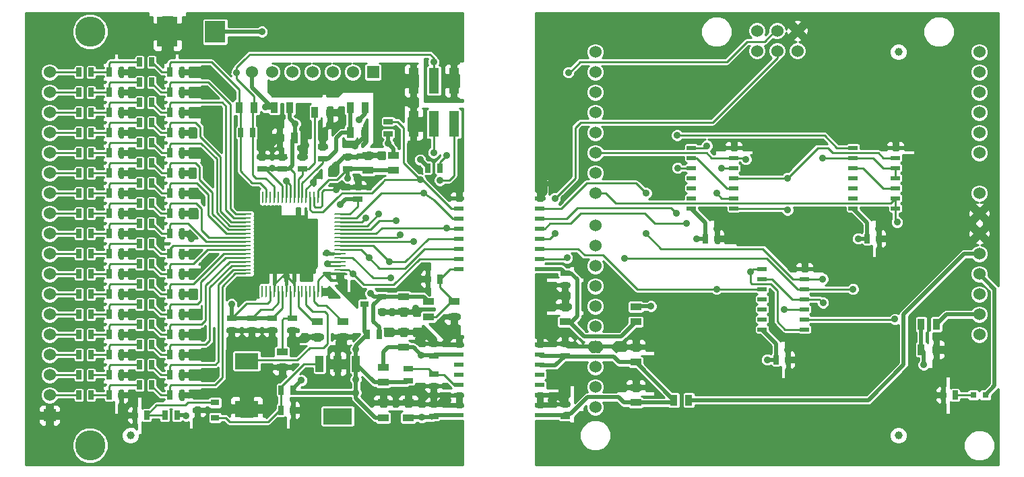
<source format=gtl>
G04 (created by PCBNEW (2013-jul-07)-stable) date Sun Aug 30 17:14:34 2015*
%MOIN*%
G04 Gerber Fmt 3.4, Leading zero omitted, Abs format*
%FSLAX34Y34*%
G01*
G70*
G90*
G04 APERTURE LIST*
%ADD10C,0.00590551*%
%ADD11C,0.1495*%
%ADD12R,0.06X0.0098*%
%ADD13O,0.06X0.0098*%
%ADD14O,0.0098X0.06*%
%ADD15R,0.0394X0.0315*%
%ADD16R,0.144X0.08*%
%ADD17R,0.04X0.08*%
%ADD18R,0.045X0.02*%
%ADD19R,0.1181X0.0787*%
%ADD20R,0.055X0.035*%
%ADD21R,0.035X0.055*%
%ADD22R,0.025X0.045*%
%ADD23R,0.045X0.025*%
%ADD24R,0.0314X0.0314*%
%ADD25R,0.05X0.125197*%
%ADD26R,0.06X0.06*%
%ADD27C,0.06*%
%ADD28C,0.0394*%
%ADD29R,0.1004X0.1063*%
%ADD30R,0.1004X0.1496*%
%ADD31C,0.035*%
%ADD32C,0.02*%
%ADD33C,0.01*%
G04 APERTURE END LIST*
G54D10*
G54D11*
X27000Y-33500D03*
X27000Y-13000D03*
G54D12*
X34689Y-22024D03*
G54D13*
X34689Y-22221D03*
X34689Y-22418D03*
X34689Y-22615D03*
X34689Y-22812D03*
X34689Y-23008D03*
X34689Y-23205D03*
X34689Y-23402D03*
X34689Y-23599D03*
X34689Y-23796D03*
X34689Y-23993D03*
X34689Y-24189D03*
X34689Y-24386D03*
X34689Y-24583D03*
X34689Y-24780D03*
X34689Y-24977D03*
G54D14*
X35524Y-25875D03*
X35721Y-25875D03*
X35918Y-25875D03*
X36115Y-25875D03*
X36312Y-25875D03*
X36508Y-25875D03*
X36705Y-25875D03*
X36902Y-25875D03*
X37099Y-25875D03*
X37296Y-25875D03*
X37493Y-25875D03*
X37689Y-25875D03*
X37886Y-25875D03*
X38083Y-25875D03*
X38280Y-25875D03*
X38477Y-25875D03*
G54D13*
X39375Y-24977D03*
X39375Y-24780D03*
X39375Y-24583D03*
X39375Y-24386D03*
X39375Y-24189D03*
X39375Y-23993D03*
X39375Y-23796D03*
X39375Y-23599D03*
X39375Y-23402D03*
X39375Y-23205D03*
X39375Y-23008D03*
X39375Y-22812D03*
X39375Y-22615D03*
X39375Y-22418D03*
X39375Y-22221D03*
X39375Y-22024D03*
G54D14*
X38477Y-21189D03*
X38280Y-21189D03*
X37886Y-21189D03*
X38083Y-21182D03*
X37689Y-21189D03*
X37493Y-21189D03*
X37296Y-21189D03*
X37099Y-21189D03*
X36902Y-21189D03*
X36705Y-21189D03*
X36511Y-21189D03*
X36314Y-21189D03*
X36117Y-21189D03*
X35920Y-21189D03*
X35724Y-21189D03*
X35527Y-21189D03*
G54D15*
X40567Y-26500D03*
X41433Y-26125D03*
X41433Y-26875D03*
X32317Y-31750D03*
X33183Y-31375D03*
X33183Y-32125D03*
G54D16*
X39250Y-32050D03*
G54D17*
X39250Y-29450D03*
X38350Y-29450D03*
X40150Y-29450D03*
G54D18*
X49250Y-32000D03*
X49250Y-31500D03*
X49250Y-31000D03*
X49250Y-30500D03*
X49250Y-30000D03*
X49250Y-29500D03*
X49250Y-29000D03*
X49250Y-28500D03*
X45250Y-28500D03*
X45250Y-29000D03*
X45250Y-29500D03*
X45250Y-30000D03*
X45250Y-30500D03*
X45250Y-31000D03*
X45250Y-31500D03*
X45250Y-32000D03*
X49250Y-24750D03*
X49250Y-24250D03*
X49250Y-23750D03*
X49250Y-23250D03*
X49250Y-22750D03*
X49250Y-22250D03*
X49250Y-21750D03*
X49250Y-21250D03*
X45250Y-21250D03*
X45250Y-21750D03*
X45250Y-22250D03*
X45250Y-22750D03*
X45250Y-23250D03*
X45250Y-23750D03*
X45250Y-24250D03*
X45250Y-24750D03*
X62350Y-27750D03*
X62350Y-27250D03*
X62350Y-26750D03*
X62350Y-26250D03*
X62350Y-25750D03*
X62350Y-25250D03*
X62350Y-24750D03*
X60250Y-24750D03*
X60250Y-25250D03*
X60250Y-25750D03*
X60250Y-26250D03*
X60250Y-26750D03*
X60250Y-27250D03*
X60250Y-27750D03*
X66850Y-21750D03*
X66850Y-21250D03*
X66850Y-20750D03*
X66850Y-20250D03*
X66850Y-19750D03*
X66850Y-19250D03*
X66850Y-18750D03*
X64750Y-18750D03*
X64750Y-19250D03*
X64750Y-19750D03*
X64750Y-20250D03*
X64750Y-20750D03*
X64750Y-21250D03*
X64750Y-21750D03*
X58850Y-21750D03*
X58850Y-21250D03*
X58850Y-20750D03*
X58850Y-20250D03*
X58850Y-19750D03*
X58850Y-19250D03*
X58850Y-18750D03*
X56750Y-18750D03*
X56750Y-19250D03*
X56750Y-19750D03*
X56750Y-20250D03*
X56750Y-20750D03*
X56750Y-21250D03*
X56750Y-21750D03*
G54D19*
X34750Y-29319D03*
X34750Y-31681D03*
G54D20*
X54000Y-31375D03*
X54000Y-30625D03*
X54000Y-29375D03*
X54000Y-28625D03*
G54D21*
X55875Y-31250D03*
X56625Y-31250D03*
G54D20*
X42500Y-28625D03*
X42500Y-27875D03*
X42750Y-32125D03*
X42750Y-31375D03*
X41500Y-29625D03*
X41500Y-30375D03*
G54D21*
X68125Y-28750D03*
X68875Y-28750D03*
X68125Y-27500D03*
X68875Y-27500D03*
G54D20*
X42500Y-26125D03*
X42500Y-26875D03*
X41500Y-32125D03*
X41500Y-31375D03*
G54D21*
X39875Y-16750D03*
X40625Y-16750D03*
G54D20*
X36500Y-29625D03*
X36500Y-28875D03*
X39500Y-27375D03*
X39500Y-28125D03*
G54D21*
X38875Y-17000D03*
X38125Y-17000D03*
G54D20*
X38250Y-27375D03*
X38250Y-28125D03*
G54D21*
X34375Y-16750D03*
X35125Y-16750D03*
X39875Y-18000D03*
X40625Y-18000D03*
X36875Y-16750D03*
X36125Y-16750D03*
G54D20*
X54000Y-27375D03*
X54000Y-26625D03*
X50500Y-27375D03*
X50500Y-26625D03*
X45000Y-26375D03*
X45000Y-27125D03*
X43750Y-27125D03*
X43750Y-26375D03*
X42000Y-19875D03*
X42000Y-19125D03*
X40750Y-19875D03*
X40750Y-19125D03*
G54D21*
X37125Y-18250D03*
X36375Y-18250D03*
G54D22*
X65450Y-23250D03*
X66050Y-23250D03*
X57450Y-23250D03*
X58050Y-23250D03*
X31300Y-32000D03*
X30700Y-32000D03*
X29800Y-32000D03*
X29200Y-32000D03*
G54D23*
X44000Y-30550D03*
X44000Y-29950D03*
X41750Y-18050D03*
X41750Y-17450D03*
G54D22*
X60950Y-29250D03*
X61550Y-29250D03*
G54D23*
X44000Y-32050D03*
X44000Y-31450D03*
X44000Y-29050D03*
X44000Y-28450D03*
X50500Y-29050D03*
X50500Y-28450D03*
X42750Y-30300D03*
X42750Y-29700D03*
X50500Y-32050D03*
X50500Y-31450D03*
G54D22*
X44300Y-25250D03*
X43700Y-25250D03*
G54D23*
X36000Y-27200D03*
X36000Y-27800D03*
X36500Y-19800D03*
X36500Y-19200D03*
X37000Y-27800D03*
X37000Y-27200D03*
X37500Y-19200D03*
X37500Y-19800D03*
G54D22*
X34450Y-18000D03*
X35050Y-18000D03*
G54D23*
X38500Y-19300D03*
X38500Y-18700D03*
X35500Y-19800D03*
X35500Y-19200D03*
G54D22*
X69800Y-31000D03*
X69200Y-31000D03*
G54D23*
X50500Y-24950D03*
X50500Y-25550D03*
G54D22*
X43700Y-19750D03*
X44300Y-19750D03*
G54D23*
X39750Y-19800D03*
X39750Y-19200D03*
X35000Y-27200D03*
X35000Y-27800D03*
X40250Y-21300D03*
X40250Y-20700D03*
X34000Y-27200D03*
X34000Y-27800D03*
G54D22*
X40700Y-28000D03*
X41300Y-28000D03*
X37050Y-30750D03*
X36450Y-30750D03*
G54D24*
X71295Y-31000D03*
X70705Y-31000D03*
G54D25*
X44000Y-17570D03*
X45000Y-17570D03*
X43000Y-17570D03*
X44000Y-15429D03*
X43000Y-15429D03*
X45000Y-15429D03*
G54D22*
X26450Y-21000D03*
X27050Y-21000D03*
X26450Y-23000D03*
X27050Y-23000D03*
X26450Y-22000D03*
X27050Y-22000D03*
X26450Y-20000D03*
X27050Y-20000D03*
X26450Y-31000D03*
X27050Y-31000D03*
X26450Y-30000D03*
X27050Y-30000D03*
X26450Y-28000D03*
X27050Y-28000D03*
X26450Y-29000D03*
X27050Y-29000D03*
X26450Y-18000D03*
X27050Y-18000D03*
X26450Y-19000D03*
X27050Y-19000D03*
X26450Y-16000D03*
X27050Y-16000D03*
X26450Y-17000D03*
X27050Y-17000D03*
X26450Y-15000D03*
X27050Y-15000D03*
X26450Y-25000D03*
X27050Y-25000D03*
X26450Y-24000D03*
X27050Y-24000D03*
X26450Y-26000D03*
X27050Y-26000D03*
X26450Y-27000D03*
X27050Y-27000D03*
X30950Y-23000D03*
X31550Y-23000D03*
X27950Y-23000D03*
X28550Y-23000D03*
X29450Y-22500D03*
X30050Y-22500D03*
X29450Y-21500D03*
X30050Y-21500D03*
X27950Y-22000D03*
X28550Y-22000D03*
X30950Y-22000D03*
X31550Y-22000D03*
X30950Y-20000D03*
X31550Y-20000D03*
X27950Y-20000D03*
X28550Y-20000D03*
X29450Y-19500D03*
X30050Y-19500D03*
X29450Y-16500D03*
X30050Y-16500D03*
X30950Y-31000D03*
X31550Y-31000D03*
X27950Y-31000D03*
X28550Y-31000D03*
X29450Y-30500D03*
X30050Y-30500D03*
X29450Y-29500D03*
X30050Y-29500D03*
X27950Y-30000D03*
X28550Y-30000D03*
X30950Y-30000D03*
X31550Y-30000D03*
X30950Y-28000D03*
X31550Y-28000D03*
X27950Y-28000D03*
X28550Y-28000D03*
X29450Y-27500D03*
X30050Y-27500D03*
X29450Y-28500D03*
X30050Y-28500D03*
X30950Y-19000D03*
X31550Y-19000D03*
X27950Y-19000D03*
X28550Y-19000D03*
X29450Y-18500D03*
X30050Y-18500D03*
X29450Y-20500D03*
X30050Y-20500D03*
X29450Y-17500D03*
X30050Y-17500D03*
X27950Y-18000D03*
X28550Y-18000D03*
X30950Y-18000D03*
X31550Y-18000D03*
X30950Y-16000D03*
X31550Y-16000D03*
X27950Y-16000D03*
X28550Y-16000D03*
X29450Y-15500D03*
X30050Y-15500D03*
X27950Y-15000D03*
X28550Y-15000D03*
X27950Y-17000D03*
X28550Y-17000D03*
X30950Y-17000D03*
X31550Y-17000D03*
X30950Y-21000D03*
X31550Y-21000D03*
X27950Y-21000D03*
X28550Y-21000D03*
X30950Y-15000D03*
X31550Y-15000D03*
X29450Y-14500D03*
X30050Y-14500D03*
X30950Y-29000D03*
X31550Y-29000D03*
X27950Y-29000D03*
X28550Y-29000D03*
X27950Y-25000D03*
X28550Y-25000D03*
X29450Y-24500D03*
X30050Y-24500D03*
X29450Y-23500D03*
X30050Y-23500D03*
X27950Y-24000D03*
X28550Y-24000D03*
X30950Y-25000D03*
X31550Y-25000D03*
X30950Y-24000D03*
X31550Y-24000D03*
X30950Y-26000D03*
X31550Y-26000D03*
X27950Y-26000D03*
X28550Y-26000D03*
X29450Y-25500D03*
X30050Y-25500D03*
X29450Y-26500D03*
X30050Y-26500D03*
X27950Y-27000D03*
X28550Y-27000D03*
X30950Y-27000D03*
X31550Y-27000D03*
G54D26*
X41000Y-15000D03*
G54D27*
X40000Y-15000D03*
X39000Y-15000D03*
X38000Y-15000D03*
X37000Y-15000D03*
X36000Y-15000D03*
X35000Y-15000D03*
G54D26*
X25000Y-32000D03*
G54D27*
X25000Y-31000D03*
X25000Y-30000D03*
X25000Y-29000D03*
X25000Y-28000D03*
X25000Y-27000D03*
X25000Y-26000D03*
X25000Y-25000D03*
X25000Y-24000D03*
X25000Y-23000D03*
X25000Y-22000D03*
X25000Y-21000D03*
X25000Y-20000D03*
X25000Y-19000D03*
X25000Y-18000D03*
X25000Y-17000D03*
X25000Y-16000D03*
X25000Y-15000D03*
G54D28*
X29000Y-33000D03*
X67000Y-33000D03*
X67000Y-14000D03*
G54D27*
X71000Y-28000D03*
X71000Y-27000D03*
X71000Y-26000D03*
X71000Y-25000D03*
X71000Y-24000D03*
X71000Y-23000D03*
X71000Y-22000D03*
X71000Y-21000D03*
X71000Y-19000D03*
X71000Y-18000D03*
X71000Y-17000D03*
X71000Y-16000D03*
X71000Y-15000D03*
X71000Y-14000D03*
X60000Y-13950D03*
X61000Y-13950D03*
X62000Y-13950D03*
X62000Y-12950D03*
X61000Y-12950D03*
X60000Y-12950D03*
X52000Y-14000D03*
X52000Y-15000D03*
X52000Y-16000D03*
X52000Y-17000D03*
X52000Y-18000D03*
X52000Y-19000D03*
X52000Y-20000D03*
X52000Y-21000D03*
X52000Y-22600D03*
X52000Y-23600D03*
X52000Y-24600D03*
X52000Y-25600D03*
X52000Y-26600D03*
X52000Y-27600D03*
X52000Y-28600D03*
X52000Y-29600D03*
X52000Y-30600D03*
X52000Y-31600D03*
G54D29*
X33181Y-13000D03*
G54D30*
X30819Y-13000D03*
G54D22*
X36450Y-31750D03*
X37050Y-31750D03*
G54D31*
X39374Y-21559D03*
X39750Y-20250D03*
X38750Y-24500D03*
X41748Y-18543D03*
X43330Y-19342D03*
X40885Y-25968D03*
X41874Y-25192D03*
X43996Y-18988D03*
X44310Y-20356D03*
X43019Y-23389D03*
X56500Y-22500D03*
X58000Y-21000D03*
X44629Y-19129D03*
X44641Y-22720D03*
X42334Y-23062D03*
X42133Y-22366D03*
X41291Y-22035D03*
X40629Y-22228D03*
X40000Y-25000D03*
X41800Y-24400D03*
X57996Y-25750D03*
X40800Y-24200D03*
X56000Y-22000D03*
X58250Y-19750D03*
X43500Y-21000D03*
X34000Y-26500D03*
X36000Y-19750D03*
X37141Y-17559D03*
X44000Y-14500D03*
X34251Y-15023D03*
X63250Y-19250D03*
X63250Y-25250D03*
X54500Y-23000D03*
X54503Y-20996D03*
X59681Y-24889D03*
X43334Y-20334D03*
X66929Y-22440D03*
X66826Y-27240D03*
X59444Y-19318D03*
X57511Y-18649D03*
X50594Y-24208D03*
X50665Y-15015D03*
X50000Y-23000D03*
X50000Y-21250D03*
X63267Y-26425D03*
X53448Y-24220D03*
X64750Y-25750D03*
X35500Y-13000D03*
X35685Y-16744D03*
X40150Y-30228D03*
X40150Y-28728D03*
X40150Y-30881D03*
X37460Y-30271D03*
X40307Y-17370D03*
X31751Y-32031D03*
X56062Y-19748D03*
X56047Y-18129D03*
X61350Y-26759D03*
X61500Y-20250D03*
X61507Y-21834D03*
X29750Y-13000D03*
X38700Y-23950D03*
X39400Y-25400D03*
X45000Y-14500D03*
X43000Y-16500D03*
X43114Y-26704D03*
X43251Y-28236D03*
X44750Y-27750D03*
X44649Y-20930D03*
X37681Y-18637D03*
X36000Y-19200D03*
X28500Y-32000D03*
X29000Y-31000D03*
X29000Y-30000D03*
X29000Y-29000D03*
X29000Y-28000D03*
X29000Y-27000D03*
X29000Y-26000D03*
X29000Y-25000D03*
X29000Y-24000D03*
X29000Y-23000D03*
X29000Y-22000D03*
X29000Y-21000D03*
X29000Y-20000D03*
X29000Y-19000D03*
X29000Y-18000D03*
X29000Y-17000D03*
X29000Y-16000D03*
X29000Y-15000D03*
X32000Y-16000D03*
X32000Y-31000D03*
X32000Y-30000D03*
X32000Y-29000D03*
X32000Y-28000D03*
X32000Y-27000D03*
X32000Y-26000D03*
X32000Y-25000D03*
X32000Y-15000D03*
X32000Y-17000D03*
X32000Y-18000D03*
X32000Y-19000D03*
X32000Y-20000D03*
X32000Y-21000D03*
X32000Y-22000D03*
X32000Y-24000D03*
X32000Y-23250D03*
X39303Y-28594D03*
X40122Y-18669D03*
X37681Y-32086D03*
X32535Y-32263D03*
X34748Y-30877D03*
X35842Y-29629D03*
X38051Y-20448D03*
X38866Y-25866D03*
X36003Y-28307D03*
X35000Y-28287D03*
X34000Y-28303D03*
X37007Y-28322D03*
X36704Y-25090D03*
X38618Y-17889D03*
X36716Y-20397D03*
X43700Y-24610D03*
X44539Y-31090D03*
X39173Y-19594D03*
X39173Y-20816D03*
X53279Y-30641D03*
X50535Y-30889D03*
X68633Y-31011D03*
X61750Y-24750D03*
X61500Y-28750D03*
X58000Y-22750D03*
X66000Y-22750D03*
X66250Y-18750D03*
X58250Y-18750D03*
X49543Y-20535D03*
X50535Y-26098D03*
X69500Y-28750D03*
X43413Y-32106D03*
X43385Y-29015D03*
X54750Y-26600D03*
X60500Y-29250D03*
X65000Y-23250D03*
X57000Y-23250D03*
X68250Y-29500D03*
G54D32*
X71750Y-25751D02*
X71000Y-25001D01*
X71000Y-25001D02*
X71000Y-25000D01*
X71750Y-30545D02*
X71750Y-25751D01*
X71750Y-25751D02*
X71750Y-25740D01*
X71295Y-31000D02*
X71750Y-30545D01*
X71295Y-31000D02*
X71750Y-30545D01*
X71295Y-31000D02*
X71750Y-30545D01*
X71295Y-31000D02*
X71750Y-30545D01*
X40750Y-19875D02*
X42000Y-19875D01*
X39750Y-19800D02*
X39750Y-20250D01*
X39374Y-21559D02*
X39633Y-21300D01*
X39633Y-21300D02*
X40250Y-21300D01*
G54D33*
X40250Y-21300D02*
X40250Y-21651D01*
X40250Y-21651D02*
X39860Y-22040D01*
X39860Y-22040D02*
X39375Y-22040D01*
X39375Y-22040D02*
X39375Y-22024D01*
G54D32*
X39750Y-19800D02*
X40675Y-19800D01*
X40675Y-19800D02*
X40750Y-19875D01*
G54D33*
X38809Y-20334D02*
X39215Y-20334D01*
X38280Y-20864D02*
X38809Y-20334D01*
X38280Y-21189D02*
X38280Y-20864D01*
X39215Y-20334D02*
X39750Y-19800D01*
G54D32*
X67250Y-27000D02*
X70250Y-24000D01*
X65500Y-31250D02*
X67250Y-29500D01*
X67250Y-29500D02*
X67250Y-27000D01*
X56625Y-31250D02*
X65500Y-31250D01*
X70250Y-24000D02*
X71000Y-24000D01*
G54D33*
X39375Y-24583D02*
X38833Y-24583D01*
X38833Y-24583D02*
X38750Y-24500D01*
X39375Y-24386D02*
X38864Y-24386D01*
X38864Y-24386D02*
X38750Y-24500D01*
G54D32*
X42000Y-19125D02*
X42000Y-18795D01*
X42000Y-18795D02*
X41748Y-18543D01*
X41750Y-18545D02*
X41748Y-18543D01*
X41750Y-18541D02*
X41750Y-18050D01*
X41750Y-18541D02*
X41748Y-18543D01*
X43700Y-19750D02*
X43700Y-19711D01*
X43700Y-19711D02*
X43330Y-19342D01*
X41433Y-26125D02*
X41042Y-26125D01*
X41042Y-26125D02*
X40885Y-25968D01*
X42500Y-26125D02*
X43500Y-26125D01*
X43500Y-26125D02*
X43750Y-26375D01*
X41433Y-26125D02*
X42500Y-26125D01*
X41300Y-28000D02*
X41300Y-27642D01*
X41019Y-26538D02*
X41433Y-26125D01*
X41019Y-27362D02*
X41019Y-26538D01*
X41300Y-27642D02*
X41019Y-27362D01*
G54D33*
X44000Y-17570D02*
X43996Y-17574D01*
X43996Y-17574D02*
X43996Y-18988D01*
X41866Y-25200D02*
X41874Y-25192D01*
X39989Y-24189D02*
X39375Y-24189D01*
X39989Y-24189D02*
X41000Y-25200D01*
X41000Y-25200D02*
X41866Y-25200D01*
X44000Y-18984D02*
X43996Y-18988D01*
X45000Y-17570D02*
X45000Y-19681D01*
X45000Y-20118D02*
X45000Y-19681D01*
X44762Y-20356D02*
X45000Y-20118D01*
X44310Y-20356D02*
X44762Y-20356D01*
X41598Y-23402D02*
X39375Y-23402D01*
X41598Y-23402D02*
X41600Y-23400D01*
X43009Y-23400D02*
X41600Y-23400D01*
X43019Y-23389D02*
X43009Y-23400D01*
X49750Y-22500D02*
X50779Y-22500D01*
X49750Y-22500D02*
X49500Y-22750D01*
X49500Y-22750D02*
X49250Y-22750D01*
X54948Y-22500D02*
X56500Y-22500D01*
X54448Y-22000D02*
X54948Y-22500D01*
X51279Y-22000D02*
X54448Y-22000D01*
X50779Y-22500D02*
X51279Y-22000D01*
X58850Y-21250D02*
X58250Y-21250D01*
X58250Y-21250D02*
X58000Y-21000D01*
X44300Y-19459D02*
X44300Y-19750D01*
X44629Y-19129D02*
X44300Y-19459D01*
X40960Y-23008D02*
X41145Y-23008D01*
X41433Y-22720D02*
X44641Y-22720D01*
X41145Y-23008D02*
X41433Y-22720D01*
X45250Y-22750D02*
X44671Y-22750D01*
X44671Y-22750D02*
X44641Y-22720D01*
X40992Y-23008D02*
X40960Y-23008D01*
X40960Y-23008D02*
X39375Y-23008D01*
X39375Y-23205D02*
X42192Y-23205D01*
X42192Y-23205D02*
X42334Y-23062D01*
X40865Y-22812D02*
X41311Y-22366D01*
X41311Y-22366D02*
X42133Y-22366D01*
X39375Y-22812D02*
X40865Y-22812D01*
X39375Y-22615D02*
X40711Y-22615D01*
X40711Y-22615D02*
X41291Y-22035D01*
X40440Y-22418D02*
X40629Y-22228D01*
X39375Y-22418D02*
X40440Y-22418D01*
X44960Y-24250D02*
X45250Y-24250D01*
X45000Y-24250D02*
X44960Y-24250D01*
X44960Y-24250D02*
X43316Y-24250D01*
X39780Y-24780D02*
X40000Y-25000D01*
X39780Y-24780D02*
X39375Y-24780D01*
X40543Y-25543D02*
X40000Y-25000D01*
X42023Y-25543D02*
X40543Y-25543D01*
X43316Y-24250D02*
X42023Y-25543D01*
X44881Y-23250D02*
X45250Y-23250D01*
X45000Y-23250D02*
X44881Y-23250D01*
X44881Y-23250D02*
X43738Y-23250D01*
X40999Y-23599D02*
X41800Y-24400D01*
X40999Y-23599D02*
X39375Y-23599D01*
X42588Y-24400D02*
X41800Y-24400D01*
X43738Y-23250D02*
X42588Y-24400D01*
X49250Y-23750D02*
X51139Y-23750D01*
X54061Y-25750D02*
X57996Y-25750D01*
X52385Y-24074D02*
X54061Y-25750D01*
X51464Y-24074D02*
X52385Y-24074D01*
X51139Y-23750D02*
X51464Y-24074D01*
X57996Y-25750D02*
X60250Y-25750D01*
X44901Y-23750D02*
X45250Y-23750D01*
X45000Y-23750D02*
X44901Y-23750D01*
X44901Y-23750D02*
X43541Y-23750D01*
X40396Y-23796D02*
X40800Y-24200D01*
X40396Y-23796D02*
X39375Y-23796D01*
X41324Y-24724D02*
X40800Y-24200D01*
X42566Y-24724D02*
X41324Y-24724D01*
X43541Y-23750D02*
X42566Y-24724D01*
X56000Y-22000D02*
X55728Y-21728D01*
X50588Y-22250D02*
X49250Y-22250D01*
X51110Y-21728D02*
X50588Y-22250D01*
X55728Y-21728D02*
X51110Y-21728D01*
X58850Y-19750D02*
X58250Y-19750D01*
X44980Y-22250D02*
X45250Y-22250D01*
X45000Y-22250D02*
X44980Y-22250D01*
X44980Y-22250D02*
X44931Y-22250D01*
X40179Y-22221D02*
X41400Y-21000D01*
X41400Y-21000D02*
X43500Y-21000D01*
X40179Y-22221D02*
X39375Y-22221D01*
X44000Y-21318D02*
X43500Y-21000D01*
X44931Y-22250D02*
X44000Y-21318D01*
G54D32*
X71000Y-27000D02*
X69375Y-27000D01*
X69375Y-27000D02*
X68875Y-27500D01*
X34000Y-27200D02*
X34000Y-26500D01*
X36000Y-27200D02*
X35000Y-27200D01*
X35000Y-27200D02*
X34000Y-27200D01*
X36500Y-19800D02*
X36050Y-19800D01*
X35950Y-19800D02*
X36000Y-19750D01*
X35950Y-19800D02*
X35500Y-19800D01*
X36050Y-19800D02*
X36000Y-19750D01*
X37141Y-17559D02*
X37141Y-18233D01*
X36829Y-19800D02*
X36500Y-19800D01*
X37003Y-19625D02*
X36829Y-19800D01*
X37003Y-18371D02*
X37003Y-19625D01*
X37141Y-18233D02*
X37003Y-18371D01*
X36875Y-16750D02*
X36875Y-17292D01*
G54D33*
X37125Y-17575D02*
X37141Y-17559D01*
G54D32*
X36875Y-17292D02*
X37141Y-17559D01*
G54D33*
X35918Y-25875D02*
X35918Y-26337D01*
X34727Y-26472D02*
X34000Y-27200D01*
X35783Y-26472D02*
X34727Y-26472D01*
X35918Y-26337D02*
X35783Y-26472D01*
X36312Y-25875D02*
X36312Y-26438D01*
X36312Y-26438D02*
X36000Y-26750D01*
X36000Y-26750D02*
X35450Y-26750D01*
X35450Y-26750D02*
X35000Y-27200D01*
X36508Y-25875D02*
X36508Y-26692D01*
X36508Y-26692D02*
X36000Y-27200D01*
X36500Y-19800D02*
X36629Y-19800D01*
X36511Y-21189D02*
X36511Y-20644D01*
X36511Y-20644D02*
X35666Y-19800D01*
X35666Y-19800D02*
X35500Y-19800D01*
X37099Y-21189D02*
X37099Y-19996D01*
X37099Y-19996D02*
X36902Y-19800D01*
X36902Y-19800D02*
X36500Y-19800D01*
G54D32*
X38500Y-19300D02*
X38774Y-19300D01*
X39440Y-18000D02*
X39875Y-18000D01*
X39173Y-18267D02*
X39440Y-18000D01*
X39173Y-18901D02*
X39173Y-18267D01*
X38774Y-19300D02*
X39173Y-18901D01*
X39875Y-16750D02*
X39875Y-18000D01*
G54D33*
X38500Y-19300D02*
X38570Y-19300D01*
X37493Y-21189D02*
X37493Y-20507D01*
X38500Y-19500D02*
X38500Y-19300D01*
X38250Y-19750D02*
X38500Y-19500D01*
X37493Y-20507D02*
X38250Y-19750D01*
X44000Y-15429D02*
X44000Y-14500D01*
X44000Y-14309D02*
X43821Y-14130D01*
X43821Y-14130D02*
X34897Y-14130D01*
X34897Y-14130D02*
X34657Y-14370D01*
X34251Y-14775D02*
X34251Y-15023D01*
X34657Y-14370D02*
X34251Y-14775D01*
X44000Y-14500D02*
X44000Y-14309D01*
X35125Y-16203D02*
X35125Y-16750D01*
X34251Y-15330D02*
X35125Y-16203D01*
X34251Y-15023D02*
X34251Y-15330D01*
X35050Y-18000D02*
X35050Y-20089D01*
X35050Y-20089D02*
X35212Y-20251D01*
X35050Y-18000D02*
X35050Y-16825D01*
X35050Y-16825D02*
X35125Y-16750D01*
X36117Y-21189D02*
X36117Y-20676D01*
X35692Y-20251D02*
X35212Y-20251D01*
X36117Y-20676D02*
X35692Y-20251D01*
X34375Y-16000D02*
X34375Y-15875D01*
X30950Y-14550D02*
X31000Y-14500D01*
X31000Y-14500D02*
X32500Y-14500D01*
X30950Y-14550D02*
X30950Y-15000D01*
X33000Y-14500D02*
X32500Y-14500D01*
X34375Y-15875D02*
X33000Y-14500D01*
X30050Y-14500D02*
X30550Y-15000D01*
X30550Y-15000D02*
X30950Y-15000D01*
X34375Y-15965D02*
X34375Y-16000D01*
X34375Y-16000D02*
X34375Y-16750D01*
X34450Y-18000D02*
X34450Y-19910D01*
X35724Y-20802D02*
X35401Y-20480D01*
X35401Y-20480D02*
X35019Y-20480D01*
X35724Y-20802D02*
X35724Y-21189D01*
X34450Y-19910D02*
X35019Y-20480D01*
X34450Y-18000D02*
X34450Y-16825D01*
X34450Y-16825D02*
X34375Y-16750D01*
X26450Y-15000D02*
X25000Y-15000D01*
X26450Y-30000D02*
X25000Y-30000D01*
X26450Y-31000D02*
X25000Y-31000D01*
X26450Y-28000D02*
X25000Y-28000D01*
X26450Y-29000D02*
X25000Y-29000D01*
X26450Y-26000D02*
X25000Y-26000D01*
X26450Y-27000D02*
X25000Y-27000D01*
X26450Y-24000D02*
X25000Y-24000D01*
X26450Y-25000D02*
X25000Y-25000D01*
X26450Y-22000D02*
X25000Y-22000D01*
X26450Y-23000D02*
X25000Y-23000D01*
X26450Y-20000D02*
X25000Y-20000D01*
X26450Y-21000D02*
X25000Y-21000D01*
X26450Y-18000D02*
X25000Y-18000D01*
X26450Y-19000D02*
X25000Y-19000D01*
X26450Y-16000D02*
X25000Y-16000D01*
X26450Y-17000D02*
X25000Y-17000D01*
X49250Y-21750D02*
X50316Y-21750D01*
X54007Y-20500D02*
X54503Y-20996D01*
X51566Y-20500D02*
X54007Y-20500D01*
X50316Y-21750D02*
X51566Y-20500D01*
X62350Y-25250D02*
X61789Y-25250D01*
X55250Y-23750D02*
X60000Y-23750D01*
X60289Y-23750D02*
X60000Y-23750D01*
X61789Y-25250D02*
X60289Y-23750D01*
X66850Y-20250D02*
X66850Y-19750D01*
X64750Y-19250D02*
X65750Y-19250D01*
X66250Y-19750D02*
X66850Y-19750D01*
X65750Y-19250D02*
X66250Y-19750D01*
X62350Y-25250D02*
X63250Y-25250D01*
X63250Y-19250D02*
X64750Y-19250D01*
X54500Y-23000D02*
X55250Y-23750D01*
X54500Y-21000D02*
X54503Y-20996D01*
X60250Y-24750D02*
X59820Y-24750D01*
X61387Y-27750D02*
X62350Y-27750D01*
X61003Y-27366D02*
X61387Y-27750D01*
X61003Y-25814D02*
X61003Y-27366D01*
X60682Y-25493D02*
X61003Y-25814D01*
X59741Y-25493D02*
X60682Y-25493D01*
X59681Y-25433D02*
X59741Y-25493D01*
X59681Y-24889D02*
X59681Y-25433D01*
X59820Y-24750D02*
X59681Y-24889D01*
X56750Y-19250D02*
X57000Y-19250D01*
X58500Y-20750D02*
X58850Y-20750D01*
X57000Y-19250D02*
X58500Y-20750D01*
X41750Y-17450D02*
X42200Y-17450D01*
X42500Y-19500D02*
X43334Y-20334D01*
X42500Y-17750D02*
X42500Y-19500D01*
X42200Y-17450D02*
X42500Y-17750D01*
X44864Y-21750D02*
X43448Y-20334D01*
X44940Y-21750D02*
X44864Y-21750D01*
X43448Y-20334D02*
X43334Y-20334D01*
X43334Y-20334D02*
X41582Y-20334D01*
X41582Y-20334D02*
X41464Y-20452D01*
X44940Y-21750D02*
X45250Y-21750D01*
X39236Y-21208D02*
X39464Y-20980D01*
X39464Y-20980D02*
X40937Y-20980D01*
X40937Y-20980D02*
X41464Y-20452D01*
X37886Y-21834D02*
X37996Y-21944D01*
X37996Y-21944D02*
X38500Y-21944D01*
X38500Y-21944D02*
X39222Y-21222D01*
X39222Y-21222D02*
X39236Y-21208D01*
X37886Y-21189D02*
X37886Y-21834D01*
X41464Y-20452D02*
X41468Y-20448D01*
X45000Y-21750D02*
X44940Y-21750D01*
X53000Y-21490D02*
X52510Y-21000D01*
X52510Y-21000D02*
X52000Y-21000D01*
X62350Y-27250D02*
X66816Y-27250D01*
X66850Y-22361D02*
X66850Y-21750D01*
X66929Y-22440D02*
X66850Y-22361D01*
X66816Y-27250D02*
X66826Y-27240D01*
X66850Y-21250D02*
X66850Y-21750D01*
X53000Y-21490D02*
X66610Y-21490D01*
X66610Y-21490D02*
X66850Y-21250D01*
X52000Y-19000D02*
X57500Y-19000D01*
X57750Y-19250D02*
X58850Y-19250D01*
X57750Y-19250D02*
X57500Y-19000D01*
X58850Y-19250D02*
X59375Y-19250D01*
X59375Y-19250D02*
X59444Y-19318D01*
X57411Y-18750D02*
X56750Y-18750D01*
X57511Y-18649D02*
X57411Y-18750D01*
X50665Y-15015D02*
X50728Y-15015D01*
X60365Y-13484D02*
X60920Y-12930D01*
X59503Y-13484D02*
X60365Y-13484D01*
X58500Y-14488D02*
X59503Y-13484D01*
X51255Y-14488D02*
X58500Y-14488D01*
X50728Y-15015D02*
X51255Y-14488D01*
X50665Y-15015D02*
X50681Y-15000D01*
X49250Y-24250D02*
X50553Y-24250D01*
X50553Y-24250D02*
X50594Y-24208D01*
X57809Y-17480D02*
X61000Y-14290D01*
X51269Y-17480D02*
X57809Y-17480D01*
X49750Y-23250D02*
X50000Y-23000D01*
X50000Y-21250D02*
X51000Y-20250D01*
X51000Y-20250D02*
X51000Y-17750D01*
X51000Y-17750D02*
X51269Y-17480D01*
X49250Y-23250D02*
X49750Y-23250D01*
X61000Y-14290D02*
X61000Y-13950D01*
X62350Y-26250D02*
X63092Y-26250D01*
X63092Y-26250D02*
X63267Y-26425D01*
X60250Y-25250D02*
X60757Y-25250D01*
X61757Y-26250D02*
X62350Y-26250D01*
X60757Y-25250D02*
X61757Y-26250D01*
X62350Y-25750D02*
X64750Y-25750D01*
X62350Y-25750D02*
X61994Y-25750D01*
X60464Y-24220D02*
X53448Y-24220D01*
X61994Y-25750D02*
X60464Y-24220D01*
G54D32*
X35500Y-13000D02*
X33181Y-13000D01*
X36125Y-16750D02*
X35690Y-16750D01*
X35690Y-16750D02*
X35685Y-16744D01*
X36125Y-16750D02*
X35996Y-16750D01*
X35000Y-15753D02*
X35000Y-15000D01*
X35996Y-16750D02*
X35000Y-15753D01*
X37050Y-30750D02*
X37181Y-30881D01*
X37181Y-30881D02*
X40150Y-30881D01*
X37050Y-30750D02*
X37050Y-30682D01*
X37050Y-30682D02*
X37460Y-30271D01*
X40150Y-29450D02*
X40150Y-28728D01*
X40150Y-28728D02*
X40150Y-28550D01*
X40150Y-28550D02*
X40700Y-28000D01*
X40567Y-26500D02*
X40567Y-27867D01*
X40567Y-27867D02*
X40700Y-28000D01*
X41500Y-30375D02*
X42675Y-30375D01*
X42675Y-30375D02*
X42750Y-30300D01*
X41500Y-30375D02*
X41075Y-30375D01*
X41075Y-30375D02*
X40150Y-29450D01*
X41500Y-32125D02*
X41125Y-32125D01*
X40150Y-31150D02*
X40150Y-30228D01*
X40150Y-30228D02*
X40150Y-29450D01*
X41125Y-32125D02*
X40150Y-31150D01*
X40625Y-16750D02*
X40625Y-17052D01*
X40625Y-17052D02*
X40307Y-17370D01*
X31300Y-32000D02*
X31720Y-32000D01*
X31720Y-32000D02*
X31751Y-32031D01*
G54D33*
X42750Y-29700D02*
X43750Y-29700D01*
X45000Y-30500D02*
X45250Y-30500D01*
X44500Y-30000D02*
X45000Y-30500D01*
X44050Y-30000D02*
X44500Y-30000D01*
X43750Y-29700D02*
X44050Y-30000D01*
X64750Y-18750D02*
X63958Y-18750D01*
X56064Y-19750D02*
X56750Y-19750D01*
X56062Y-19748D02*
X56064Y-19750D01*
X63338Y-18129D02*
X56047Y-18129D01*
X63958Y-18750D02*
X63338Y-18129D01*
X62350Y-26750D02*
X61360Y-26750D01*
X61360Y-26750D02*
X61350Y-26759D01*
X58850Y-21750D02*
X61423Y-21750D01*
X61507Y-21834D02*
X61423Y-21750D01*
X66850Y-19250D02*
X66250Y-19250D01*
X61500Y-20250D02*
X58850Y-20250D01*
X63000Y-18750D02*
X61500Y-20250D01*
X63500Y-18750D02*
X63000Y-18750D01*
X63750Y-19000D02*
X63500Y-18750D01*
X66000Y-19000D02*
X63750Y-19000D01*
X66250Y-19250D02*
X66000Y-19000D01*
G54D32*
X30819Y-13000D02*
X29750Y-13000D01*
G54D33*
X39375Y-23993D02*
X38743Y-23993D01*
X38743Y-23993D02*
X38700Y-23950D01*
X39375Y-24977D02*
X39375Y-25375D01*
X39375Y-25375D02*
X39400Y-25400D01*
X39375Y-24977D02*
X38623Y-24977D01*
X38280Y-25320D02*
X38280Y-25875D01*
X38623Y-24977D02*
X38280Y-25320D01*
G54D32*
X43000Y-17570D02*
X43000Y-16500D01*
X45000Y-14500D02*
X45000Y-15429D01*
X43000Y-15429D02*
X43000Y-16500D01*
X44000Y-31450D02*
X42825Y-31450D01*
X42825Y-31450D02*
X42750Y-31375D01*
X42750Y-31375D02*
X41500Y-31375D01*
X42943Y-26875D02*
X43114Y-26704D01*
X42500Y-26875D02*
X42943Y-26875D01*
X43425Y-28063D02*
X43251Y-28236D01*
X43425Y-28063D02*
X43425Y-27875D01*
X45000Y-27500D02*
X45000Y-27125D01*
X45000Y-27500D02*
X44750Y-27750D01*
X44839Y-21250D02*
X44649Y-21060D01*
X45250Y-21250D02*
X44839Y-21250D01*
X44649Y-21060D02*
X44649Y-20930D01*
X37500Y-19200D02*
X37681Y-19018D01*
X37681Y-19018D02*
X37681Y-18637D01*
X36000Y-19200D02*
X36000Y-18625D01*
X36000Y-19200D02*
X36000Y-19200D01*
X36500Y-19200D02*
X36000Y-19200D01*
X35999Y-19200D02*
X35500Y-19200D01*
X35999Y-19200D02*
X36000Y-19200D01*
X36000Y-18625D02*
X36375Y-18250D01*
X29200Y-32000D02*
X28500Y-32000D01*
X28550Y-31000D02*
X29000Y-31000D01*
X28550Y-30000D02*
X29000Y-30000D01*
X28550Y-29000D02*
X29000Y-29000D01*
X28550Y-28000D02*
X29000Y-28000D01*
X28550Y-27000D02*
X29000Y-27000D01*
X28550Y-26000D02*
X29000Y-26000D01*
X28550Y-25000D02*
X29000Y-25000D01*
X28550Y-24000D02*
X29000Y-24000D01*
X28550Y-23000D02*
X29000Y-23000D01*
X28550Y-22000D02*
X29000Y-22000D01*
X28550Y-21000D02*
X29000Y-21000D01*
X28550Y-20000D02*
X29000Y-20000D01*
X28550Y-19000D02*
X29000Y-19000D01*
X28550Y-18000D02*
X29000Y-18000D01*
X28550Y-17000D02*
X29000Y-17000D01*
X28550Y-16000D02*
X29000Y-16000D01*
X28550Y-15000D02*
X29000Y-15000D01*
X31550Y-16000D02*
X32000Y-16000D01*
X31550Y-31000D02*
X32000Y-31000D01*
X31550Y-30000D02*
X32000Y-30000D01*
X31550Y-29000D02*
X32000Y-29000D01*
X31550Y-28000D02*
X32000Y-28000D01*
X31550Y-27000D02*
X32000Y-27000D01*
X31550Y-26000D02*
X32000Y-26000D01*
X31550Y-25000D02*
X32000Y-25000D01*
X31550Y-15000D02*
X32000Y-15000D01*
X31550Y-17000D02*
X32000Y-17000D01*
X31550Y-18000D02*
X32000Y-18000D01*
X31550Y-19000D02*
X32000Y-19000D01*
X31550Y-20000D02*
X32000Y-20000D01*
X31550Y-21000D02*
X32000Y-21000D01*
X31550Y-22000D02*
X32000Y-22000D01*
X31550Y-24000D02*
X32000Y-24000D01*
X31550Y-23000D02*
X31750Y-23000D01*
X31750Y-23000D02*
X32000Y-23250D01*
X38250Y-28125D02*
X37875Y-28125D01*
X37000Y-27800D02*
X37000Y-28314D01*
X37875Y-28125D02*
X37685Y-28314D01*
X37685Y-28314D02*
X37000Y-28314D01*
X39500Y-28125D02*
X39303Y-28321D01*
X39303Y-28321D02*
X39303Y-28594D01*
X39250Y-29450D02*
X39250Y-28375D01*
X39250Y-28375D02*
X39500Y-28125D01*
X40625Y-18000D02*
X40625Y-18166D01*
X40625Y-18166D02*
X40122Y-18669D01*
X37125Y-31750D02*
X37344Y-31750D01*
X37344Y-31750D02*
X37681Y-32086D01*
X32317Y-31750D02*
X32317Y-32045D01*
X32317Y-32045D02*
X32535Y-32263D01*
X34750Y-31681D02*
X34750Y-30879D01*
X34750Y-30879D02*
X34748Y-30877D01*
X35847Y-29625D02*
X35842Y-29629D01*
X35847Y-29625D02*
X36500Y-29625D01*
G54D33*
X37689Y-21189D02*
X37689Y-20811D01*
X37689Y-20811D02*
X38051Y-20448D01*
X38477Y-25875D02*
X38857Y-25875D01*
X38857Y-25875D02*
X38866Y-25866D01*
G54D32*
X36000Y-27800D02*
X36000Y-28303D01*
X36000Y-28303D02*
X36003Y-28307D01*
X35000Y-27800D02*
X35000Y-28287D01*
X34000Y-27800D02*
X34000Y-28303D01*
G54D33*
X36115Y-25875D02*
X36115Y-25507D01*
X36531Y-25090D02*
X36704Y-25090D01*
X36115Y-25507D02*
X36531Y-25090D01*
X37099Y-25875D02*
X37099Y-25484D01*
X36705Y-25090D02*
X36704Y-25090D01*
X36705Y-25090D02*
X36705Y-25875D01*
X37099Y-25484D02*
X36704Y-25090D01*
G54D32*
X38875Y-17000D02*
X38875Y-17632D01*
X38875Y-17632D02*
X38618Y-17889D01*
X38500Y-18007D02*
X38500Y-18700D01*
X38500Y-18007D02*
X38618Y-17889D01*
G54D33*
X36705Y-21189D02*
X36705Y-20409D01*
X36902Y-20583D02*
X36716Y-20397D01*
X36902Y-20583D02*
X36902Y-21189D01*
X36705Y-20409D02*
X36716Y-20397D01*
G54D32*
X43700Y-25250D02*
X43700Y-25249D01*
X43700Y-25249D02*
X43700Y-24610D01*
X44000Y-31450D02*
X44179Y-31450D01*
X44179Y-31450D02*
X44539Y-31090D01*
X42500Y-27875D02*
X42750Y-27875D01*
X43425Y-27875D02*
X42750Y-27875D01*
X41433Y-26875D02*
X42500Y-26875D01*
X45250Y-28500D02*
X44050Y-28500D01*
X44050Y-28500D02*
X43425Y-27875D01*
X44000Y-30550D02*
X44000Y-31450D01*
X45250Y-31000D02*
X45250Y-31500D01*
X45250Y-31500D02*
X44050Y-31500D01*
X39750Y-19200D02*
X39567Y-19200D01*
X39567Y-19200D02*
X39173Y-19594D01*
X39750Y-19200D02*
X40675Y-19200D01*
X40675Y-19200D02*
X40750Y-19125D01*
G54D33*
X39173Y-20816D02*
X39230Y-20816D01*
X38477Y-20932D02*
X38592Y-20816D01*
X38592Y-20816D02*
X39173Y-20816D01*
X38477Y-21189D02*
X38477Y-20932D01*
G54D32*
X39347Y-20700D02*
X40250Y-20700D01*
X39230Y-20816D02*
X39347Y-20700D01*
G54D33*
X38083Y-21182D02*
X38083Y-21642D01*
X38477Y-21629D02*
X38477Y-21189D01*
X38393Y-21712D02*
X38477Y-21629D01*
X38153Y-21712D02*
X38393Y-21712D01*
X38083Y-21642D02*
X38153Y-21712D01*
G54D32*
X50500Y-28450D02*
X50650Y-28600D01*
X50650Y-28600D02*
X52000Y-28600D01*
X54000Y-28625D02*
X53975Y-28600D01*
X53975Y-28600D02*
X52000Y-28600D01*
X50500Y-31450D02*
X50500Y-30925D01*
X50500Y-30925D02*
X50535Y-30889D01*
X49250Y-31000D02*
X50050Y-31000D01*
X50050Y-31000D02*
X50500Y-31450D01*
X69200Y-31000D02*
X68645Y-31000D01*
X68645Y-31000D02*
X68633Y-31011D01*
X62350Y-24750D02*
X61750Y-24750D01*
X61550Y-29250D02*
X61500Y-29200D01*
X61500Y-29200D02*
X61500Y-28750D01*
X58050Y-23250D02*
X58000Y-23200D01*
X58000Y-23200D02*
X58000Y-22750D01*
X66050Y-23250D02*
X66000Y-23200D01*
X66000Y-23200D02*
X66000Y-22750D01*
X66850Y-18750D02*
X66250Y-18750D01*
X58850Y-18750D02*
X58250Y-18750D01*
X49250Y-21250D02*
X49543Y-20956D01*
X49543Y-20956D02*
X49543Y-20535D01*
X49250Y-31000D02*
X49340Y-31090D01*
X50535Y-26098D02*
X50500Y-26133D01*
X50535Y-25585D02*
X50535Y-26098D01*
X50500Y-25550D02*
X50535Y-25585D01*
X50500Y-26133D02*
X50500Y-26625D01*
X49250Y-28500D02*
X49300Y-28450D01*
X49300Y-28450D02*
X50500Y-28450D01*
X54000Y-30625D02*
X53983Y-30641D01*
X53983Y-30641D02*
X53279Y-30641D01*
X49250Y-31500D02*
X49300Y-31450D01*
X49300Y-31450D02*
X50500Y-31450D01*
X68875Y-28750D02*
X69500Y-28750D01*
G54D33*
X27950Y-21000D02*
X27050Y-21000D01*
X27950Y-21000D02*
X27950Y-20550D01*
X28000Y-20500D02*
X29450Y-20500D01*
X27950Y-20550D02*
X28000Y-20500D01*
X38083Y-25875D02*
X38083Y-26366D01*
X38691Y-26566D02*
X39500Y-27375D01*
X38283Y-26566D02*
X38691Y-26566D01*
X38083Y-26366D02*
X38283Y-26566D01*
G54D32*
X50500Y-27375D02*
X50717Y-27375D01*
X53272Y-28102D02*
X54000Y-27375D01*
X51444Y-28102D02*
X53272Y-28102D01*
X50717Y-27375D02*
X51444Y-28102D01*
X50500Y-24950D02*
X50780Y-24950D01*
X50833Y-27375D02*
X50500Y-27375D01*
X51106Y-27102D02*
X50833Y-27375D01*
X51106Y-25275D02*
X51106Y-27102D01*
X50780Y-24950D02*
X51106Y-25275D01*
X50500Y-24950D02*
X50300Y-24750D01*
X50300Y-24750D02*
X49250Y-24750D01*
G54D33*
X37000Y-27200D02*
X36587Y-27200D01*
X36500Y-27287D02*
X36500Y-28875D01*
X36587Y-27200D02*
X36500Y-27287D01*
X36902Y-25875D02*
X36902Y-27102D01*
X36902Y-27102D02*
X37000Y-27200D01*
X27950Y-19000D02*
X27050Y-19000D01*
X27950Y-19000D02*
X27950Y-18550D01*
X28000Y-18500D02*
X29450Y-18500D01*
X27950Y-18550D02*
X28000Y-18500D01*
X27950Y-18000D02*
X27050Y-18000D01*
X27950Y-18000D02*
X27950Y-17550D01*
X28000Y-17500D02*
X29450Y-17500D01*
X27950Y-17550D02*
X28000Y-17500D01*
X27050Y-23000D02*
X27550Y-23000D01*
X27550Y-23000D02*
X27950Y-23000D01*
X27950Y-23000D02*
X27950Y-22550D01*
X28000Y-22500D02*
X29450Y-22500D01*
X27950Y-22550D02*
X28000Y-22500D01*
X33263Y-19299D02*
X32482Y-18517D01*
X30050Y-18500D02*
X30550Y-19000D01*
X30550Y-19000D02*
X30950Y-19000D01*
X32482Y-18517D02*
X31017Y-18517D01*
X30950Y-18585D02*
X30950Y-19000D01*
X31017Y-18517D02*
X30950Y-18585D01*
X34689Y-22615D02*
X33906Y-22615D01*
X33263Y-21972D02*
X33263Y-19299D01*
X33906Y-22615D02*
X33263Y-21972D01*
X33948Y-16598D02*
X32850Y-15500D01*
X34201Y-22024D02*
X33948Y-21771D01*
X33948Y-21771D02*
X33948Y-16598D01*
X34689Y-22024D02*
X34201Y-22024D01*
X32500Y-15500D02*
X31000Y-15500D01*
X30950Y-15550D02*
X31000Y-15500D01*
X30950Y-15550D02*
X30950Y-16000D01*
X32850Y-15500D02*
X32500Y-15500D01*
X30050Y-15500D02*
X30050Y-15550D01*
X30500Y-16000D02*
X30950Y-16000D01*
X30050Y-15550D02*
X30500Y-16000D01*
X32279Y-20500D02*
X32000Y-20500D01*
X33756Y-23008D02*
X32850Y-22102D01*
X32850Y-22102D02*
X32850Y-21070D01*
X32850Y-21070D02*
X32279Y-20500D01*
X34689Y-23008D02*
X33756Y-23008D01*
X30950Y-20550D02*
X31000Y-20500D01*
X31000Y-20500D02*
X32000Y-20500D01*
X30950Y-20550D02*
X30950Y-21000D01*
X30050Y-20500D02*
X30550Y-21000D01*
X30550Y-21000D02*
X30950Y-21000D01*
X30050Y-17500D02*
X30050Y-17550D01*
X30500Y-18000D02*
X30950Y-18000D01*
X30050Y-17550D02*
X30500Y-18000D01*
X32220Y-17500D02*
X31000Y-17500D01*
X33972Y-22418D02*
X33452Y-21898D01*
X33452Y-21898D02*
X33452Y-19212D01*
X33452Y-19212D02*
X32452Y-18212D01*
X32452Y-18212D02*
X32452Y-17732D01*
X32452Y-17732D02*
X32220Y-17500D01*
X34689Y-22418D02*
X33972Y-22418D01*
X30950Y-17550D02*
X30950Y-18000D01*
X31000Y-17500D02*
X30950Y-17550D01*
X32224Y-19500D02*
X31000Y-19500D01*
X33831Y-22812D02*
X33059Y-22039D01*
X33059Y-22039D02*
X33059Y-20964D01*
X33059Y-20964D02*
X32417Y-20322D01*
X32417Y-20322D02*
X32417Y-19692D01*
X32417Y-19692D02*
X32224Y-19500D01*
X34689Y-22812D02*
X33831Y-22812D01*
X30950Y-19550D02*
X30950Y-20000D01*
X31000Y-19500D02*
X30950Y-19550D01*
X30050Y-19500D02*
X30550Y-20000D01*
X30550Y-20000D02*
X30950Y-20000D01*
X27950Y-27000D02*
X27050Y-27000D01*
X27950Y-27000D02*
X27950Y-26550D01*
X28000Y-26500D02*
X29450Y-26500D01*
X27950Y-26550D02*
X28000Y-26500D01*
X27950Y-26000D02*
X27050Y-26000D01*
X27950Y-26000D02*
X27950Y-25550D01*
X28000Y-25500D02*
X29450Y-25500D01*
X27950Y-25550D02*
X28000Y-25500D01*
X30050Y-25500D02*
X30050Y-25550D01*
X30500Y-26000D02*
X30950Y-26000D01*
X30050Y-25550D02*
X30500Y-26000D01*
X32118Y-25500D02*
X31000Y-25500D01*
X32118Y-25500D02*
X33625Y-23993D01*
X34689Y-23993D02*
X33625Y-23993D01*
X30950Y-25550D02*
X30950Y-26000D01*
X31000Y-25500D02*
X30950Y-25550D01*
X31099Y-23599D02*
X30950Y-23748D01*
X34689Y-23599D02*
X31099Y-23599D01*
X30950Y-23748D02*
X30950Y-24000D01*
X30050Y-23500D02*
X30050Y-23550D01*
X30500Y-24000D02*
X30950Y-24000D01*
X30050Y-23550D02*
X30500Y-24000D01*
X27950Y-24000D02*
X27050Y-24000D01*
X27950Y-24000D02*
X27950Y-23550D01*
X28000Y-23500D02*
X29450Y-23500D01*
X27950Y-23550D02*
X28000Y-23500D01*
X32484Y-26318D02*
X32303Y-26500D01*
X32484Y-25405D02*
X32484Y-26318D01*
X34689Y-24189D02*
X33700Y-24189D01*
X33700Y-24189D02*
X32484Y-25405D01*
X30950Y-26550D02*
X30950Y-27000D01*
X30950Y-26550D02*
X31000Y-26500D01*
X32303Y-26500D02*
X31000Y-26500D01*
X30050Y-26500D02*
X30050Y-26550D01*
X30500Y-27000D02*
X30950Y-27000D01*
X30050Y-26550D02*
X30500Y-27000D01*
X33531Y-16500D02*
X31000Y-16500D01*
X33531Y-16500D02*
X33716Y-16685D01*
X33716Y-16685D02*
X33716Y-21838D01*
X33716Y-21838D02*
X34098Y-22221D01*
X34689Y-22221D02*
X34098Y-22221D01*
X30950Y-16550D02*
X30950Y-17000D01*
X31000Y-16500D02*
X30950Y-16550D01*
X30050Y-16500D02*
X30050Y-16550D01*
X30500Y-17000D02*
X30950Y-17000D01*
X30050Y-16550D02*
X30500Y-17000D01*
X27950Y-28000D02*
X27050Y-28000D01*
X27950Y-28000D02*
X27950Y-27550D01*
X28000Y-27500D02*
X29450Y-27500D01*
X27950Y-27550D02*
X28000Y-27500D01*
X32500Y-27511D02*
X31011Y-27511D01*
X30950Y-27573D02*
X30950Y-28000D01*
X31011Y-27511D02*
X30950Y-27573D01*
X30050Y-27500D02*
X30050Y-27550D01*
X30050Y-27550D02*
X30500Y-28000D01*
X30500Y-28000D02*
X30950Y-28000D01*
X34689Y-24402D02*
X34689Y-24386D01*
X33896Y-24402D02*
X34689Y-24402D01*
X32724Y-25574D02*
X33896Y-24402D01*
X32724Y-27287D02*
X32724Y-25574D01*
X32511Y-27500D02*
X32500Y-27511D01*
X32500Y-27511D02*
X32724Y-27287D01*
X30050Y-29500D02*
X30050Y-29550D01*
X30500Y-30000D02*
X30950Y-30000D01*
X30050Y-29550D02*
X30500Y-30000D01*
X33196Y-29500D02*
X31000Y-29500D01*
X33196Y-29500D02*
X33358Y-29338D01*
X33358Y-29338D02*
X33358Y-25519D01*
X33358Y-25519D02*
X34080Y-24796D01*
X34080Y-24796D02*
X34689Y-24796D01*
X34689Y-24780D02*
X34689Y-24796D01*
X30950Y-29550D02*
X30950Y-30000D01*
X31000Y-29500D02*
X30950Y-29550D01*
X27950Y-30000D02*
X27050Y-30000D01*
X27950Y-30000D02*
X27950Y-29550D01*
X28000Y-29500D02*
X29450Y-29500D01*
X27950Y-29550D02*
X28000Y-29500D01*
X27950Y-31000D02*
X27050Y-31000D01*
X27950Y-31000D02*
X27950Y-30550D01*
X28000Y-30500D02*
X29450Y-30500D01*
X27950Y-30550D02*
X28000Y-30500D01*
X33188Y-30500D02*
X31000Y-30500D01*
X34180Y-24977D02*
X33543Y-25614D01*
X33543Y-25614D02*
X33543Y-30145D01*
X33543Y-30145D02*
X33188Y-30500D01*
X34689Y-24977D02*
X34180Y-24977D01*
X30950Y-30550D02*
X30950Y-31000D01*
X31000Y-30500D02*
X30950Y-30550D01*
X30050Y-30500D02*
X30050Y-30550D01*
X30500Y-31000D02*
X30950Y-31000D01*
X30050Y-30550D02*
X30500Y-31000D01*
X30950Y-23000D02*
X30550Y-23000D01*
X30550Y-23000D02*
X30050Y-22500D01*
X31854Y-22500D02*
X31000Y-22500D01*
X32756Y-23402D02*
X31854Y-22500D01*
X34689Y-23402D02*
X32756Y-23402D01*
X30950Y-22550D02*
X31000Y-22500D01*
X30950Y-22550D02*
X30950Y-23000D01*
X30050Y-28500D02*
X30050Y-28550D01*
X30500Y-29000D02*
X30950Y-29000D01*
X30050Y-28550D02*
X30500Y-29000D01*
X32708Y-28500D02*
X31000Y-28500D01*
X33999Y-24583D02*
X32921Y-25661D01*
X32921Y-25661D02*
X32921Y-28287D01*
X32921Y-28287D02*
X32708Y-28500D01*
X34689Y-24583D02*
X33999Y-24583D01*
X30950Y-28550D02*
X30950Y-29000D01*
X31000Y-28500D02*
X30950Y-28550D01*
X27950Y-25000D02*
X27050Y-25000D01*
X27950Y-25000D02*
X27950Y-24550D01*
X28000Y-24500D02*
X29450Y-24500D01*
X27950Y-24550D02*
X28000Y-24500D01*
X27950Y-17000D02*
X27050Y-17000D01*
X27950Y-17000D02*
X27950Y-16550D01*
X28000Y-16500D02*
X29450Y-16500D01*
X27950Y-16550D02*
X28000Y-16500D01*
X30050Y-24500D02*
X30050Y-24550D01*
X30500Y-25000D02*
X30950Y-25000D01*
X30050Y-24550D02*
X30500Y-25000D01*
X32122Y-24500D02*
X31000Y-24500D01*
X32826Y-23796D02*
X32122Y-24500D01*
X34689Y-23796D02*
X32826Y-23796D01*
X30950Y-24550D02*
X30950Y-25000D01*
X31000Y-24500D02*
X30950Y-24550D01*
X27950Y-29000D02*
X27050Y-29000D01*
X27950Y-29000D02*
X27950Y-28550D01*
X28000Y-28500D02*
X29450Y-28500D01*
X27950Y-28550D02*
X28000Y-28500D01*
X27950Y-15000D02*
X27050Y-15000D01*
X27950Y-15000D02*
X27950Y-14550D01*
X28000Y-14500D02*
X29450Y-14500D01*
X27950Y-14550D02*
X28000Y-14500D01*
X38350Y-29450D02*
X37589Y-29450D01*
X36450Y-30589D02*
X36450Y-30750D01*
X37589Y-29450D02*
X36450Y-30589D01*
X33183Y-32125D02*
X33695Y-32125D01*
X35798Y-32326D02*
X36375Y-31750D01*
X33897Y-32326D02*
X35798Y-32326D01*
X33695Y-32125D02*
X33897Y-32326D01*
X36450Y-30750D02*
X36450Y-31675D01*
X36450Y-31675D02*
X36375Y-31750D01*
X30700Y-32000D02*
X29800Y-32000D01*
X33183Y-31375D02*
X31857Y-31375D01*
X30292Y-31507D02*
X29800Y-32000D01*
X31724Y-31507D02*
X30292Y-31507D01*
X31857Y-31375D02*
X31724Y-31507D01*
X27950Y-16000D02*
X27050Y-16000D01*
X27950Y-16000D02*
X27950Y-15550D01*
X28000Y-15500D02*
X29450Y-15500D01*
X27950Y-15550D02*
X28000Y-15500D01*
X32259Y-21500D02*
X31000Y-21500D01*
X32893Y-23205D02*
X32507Y-22818D01*
X32507Y-22818D02*
X32507Y-21748D01*
X32507Y-21748D02*
X32259Y-21500D01*
X34689Y-23205D02*
X32893Y-23205D01*
X30950Y-21550D02*
X31000Y-21500D01*
X30950Y-21550D02*
X30950Y-22000D01*
X30050Y-21500D02*
X30050Y-21550D01*
X30500Y-22000D02*
X30950Y-22000D01*
X30050Y-21550D02*
X30500Y-22000D01*
X38366Y-26874D02*
X38622Y-26874D01*
X34742Y-29267D02*
X37259Y-29267D01*
X38248Y-28661D02*
X37866Y-28661D01*
X37866Y-28661D02*
X37259Y-29267D01*
X37689Y-26543D02*
X37689Y-25875D01*
X38019Y-26874D02*
X38366Y-26874D01*
X37689Y-26543D02*
X38019Y-26874D01*
X38539Y-28661D02*
X38248Y-28661D01*
X38751Y-28448D02*
X38539Y-28661D01*
X38751Y-27003D02*
X38751Y-28448D01*
X38622Y-26874D02*
X38751Y-27003D01*
X38250Y-27375D02*
X38032Y-27375D01*
X37296Y-26638D02*
X37296Y-25875D01*
X38032Y-27375D02*
X37296Y-26638D01*
X27950Y-22000D02*
X27050Y-22000D01*
X27950Y-22000D02*
X27950Y-21550D01*
X28000Y-21500D02*
X29450Y-21500D01*
X27950Y-21550D02*
X28000Y-21500D01*
X37500Y-19800D02*
X37810Y-19800D01*
X38125Y-19485D02*
X38125Y-17000D01*
X37810Y-19800D02*
X38125Y-19485D01*
X37296Y-21189D02*
X37296Y-20302D01*
X37500Y-20098D02*
X37500Y-19800D01*
X37296Y-20302D02*
X37500Y-20098D01*
G54D32*
X42500Y-28625D02*
X41745Y-28625D01*
X41500Y-28870D02*
X41500Y-29625D01*
X41745Y-28625D02*
X41500Y-28870D01*
X42500Y-28625D02*
X42995Y-28625D01*
X42995Y-28625D02*
X43385Y-29015D01*
X44000Y-29050D02*
X43965Y-29015D01*
X43965Y-29015D02*
X43385Y-29015D01*
X42750Y-32125D02*
X42768Y-32106D01*
X43943Y-32106D02*
X43413Y-32106D01*
X43943Y-32106D02*
X44000Y-32050D01*
X42768Y-32106D02*
X43413Y-32106D01*
X45250Y-29000D02*
X44050Y-29000D01*
X45250Y-32000D02*
X44050Y-32000D01*
X44050Y-32000D02*
X43925Y-32125D01*
G54D33*
X27950Y-20000D02*
X27050Y-20000D01*
X27950Y-20000D02*
X27950Y-19550D01*
X28000Y-19500D02*
X29450Y-19500D01*
X27950Y-19550D02*
X28000Y-19500D01*
G54D32*
X52909Y-29110D02*
X50560Y-29110D01*
X54000Y-29375D02*
X53174Y-29375D01*
X52909Y-29110D02*
X53174Y-29375D01*
X50560Y-29110D02*
X50500Y-29050D01*
X50775Y-31944D02*
X51618Y-31102D01*
X50450Y-32000D02*
X50505Y-31944D01*
X50505Y-31944D02*
X50775Y-31944D01*
X54000Y-31375D02*
X53418Y-31375D01*
X50450Y-32000D02*
X49250Y-32000D01*
X53145Y-31102D02*
X53418Y-31375D01*
X51618Y-31102D02*
X53145Y-31102D01*
X49250Y-29500D02*
X49277Y-29527D01*
X49277Y-29527D02*
X50022Y-29527D01*
X50022Y-29527D02*
X50500Y-29050D01*
X54000Y-31375D02*
X55750Y-31375D01*
X55750Y-31375D02*
X55875Y-31250D01*
X55875Y-31250D02*
X54000Y-29375D01*
X49250Y-29000D02*
X49300Y-29050D01*
X49300Y-29050D02*
X50500Y-29050D01*
G54D33*
X64750Y-19750D02*
X65250Y-19750D01*
X66250Y-20750D02*
X66850Y-20750D01*
X65250Y-19750D02*
X66250Y-20750D01*
X70705Y-31000D02*
X69800Y-31000D01*
X70705Y-31000D02*
X69800Y-31000D01*
X70705Y-31000D02*
X69800Y-31000D01*
X70705Y-31000D02*
X69800Y-31000D01*
X45000Y-26375D02*
X44875Y-26375D01*
X44125Y-27125D02*
X43750Y-27125D01*
X44875Y-26375D02*
X44125Y-27125D01*
X45250Y-24750D02*
X44800Y-24750D01*
X44800Y-24750D02*
X44300Y-25250D01*
X44300Y-25250D02*
X44300Y-25675D01*
X44300Y-25675D02*
X45000Y-26375D01*
G54D32*
X54025Y-26600D02*
X54750Y-26600D01*
X54000Y-26625D02*
X54025Y-26600D01*
X60950Y-29250D02*
X60500Y-29250D01*
X60250Y-27750D02*
X60950Y-28450D01*
X60950Y-28450D02*
X60950Y-29250D01*
X65450Y-23250D02*
X65000Y-23250D01*
X64750Y-21750D02*
X65450Y-22450D01*
X65450Y-22450D02*
X65450Y-23250D01*
X57450Y-23250D02*
X57000Y-23250D01*
X56750Y-21750D02*
X57450Y-22450D01*
X57450Y-22450D02*
X57450Y-23250D01*
X68125Y-27500D02*
X68125Y-28750D01*
X68125Y-28750D02*
X68250Y-28875D01*
X68250Y-28875D02*
X68250Y-29500D01*
G54D10*
G36*
X31870Y-31120D02*
X31862Y-31112D01*
X31612Y-31112D01*
X31612Y-31225D01*
X31487Y-31225D01*
X31487Y-31112D01*
X31425Y-31112D01*
X31425Y-30950D01*
X31425Y-30887D01*
X31487Y-30887D01*
X31487Y-30775D01*
X31612Y-30775D01*
X31612Y-30887D01*
X31862Y-30887D01*
X31870Y-30880D01*
X31870Y-31120D01*
X31870Y-31120D01*
G37*
G54D33*
X31870Y-31120D02*
X31862Y-31112D01*
X31612Y-31112D01*
X31612Y-31225D01*
X31487Y-31225D01*
X31487Y-31112D01*
X31425Y-31112D01*
X31425Y-30950D01*
X31425Y-30887D01*
X31487Y-30887D01*
X31487Y-30775D01*
X31612Y-30775D01*
X31612Y-30887D01*
X31862Y-30887D01*
X31870Y-30880D01*
X31870Y-31120D01*
G54D10*
G36*
X32217Y-20225D02*
X31924Y-20225D01*
X31925Y-20175D01*
X31925Y-20175D01*
X31862Y-20112D01*
X31612Y-20112D01*
X31612Y-20225D01*
X31487Y-20225D01*
X31487Y-20112D01*
X31425Y-20112D01*
X31425Y-20049D01*
X31425Y-19950D01*
X31425Y-19887D01*
X31487Y-19887D01*
X31487Y-19775D01*
X31612Y-19775D01*
X31612Y-19887D01*
X31862Y-19887D01*
X31925Y-19825D01*
X31925Y-19824D01*
X31924Y-19775D01*
X32216Y-19775D01*
X32217Y-19775D01*
X32217Y-20225D01*
X32217Y-20225D01*
G37*
G54D33*
X32217Y-20225D02*
X31924Y-20225D01*
X31925Y-20175D01*
X31925Y-20175D01*
X31862Y-20112D01*
X31612Y-20112D01*
X31612Y-20225D01*
X31487Y-20225D01*
X31487Y-20112D01*
X31425Y-20112D01*
X31425Y-20049D01*
X31425Y-19950D01*
X31425Y-19887D01*
X31487Y-19887D01*
X31487Y-19775D01*
X31612Y-19775D01*
X31612Y-19887D01*
X31862Y-19887D01*
X31925Y-19825D01*
X31925Y-19824D01*
X31924Y-19775D01*
X32216Y-19775D01*
X32217Y-19775D01*
X32217Y-20225D01*
G54D10*
G36*
X32255Y-18225D02*
X31924Y-18225D01*
X31925Y-18175D01*
X31925Y-18175D01*
X31862Y-18112D01*
X31612Y-18112D01*
X31612Y-18225D01*
X31487Y-18225D01*
X31487Y-18112D01*
X31425Y-18112D01*
X31425Y-18049D01*
X31425Y-17950D01*
X31425Y-17887D01*
X31487Y-17887D01*
X31487Y-17775D01*
X31612Y-17775D01*
X31612Y-17887D01*
X31862Y-17887D01*
X31925Y-17825D01*
X31925Y-17824D01*
X31924Y-17775D01*
X32212Y-17775D01*
X32252Y-17815D01*
X32252Y-18212D01*
X32255Y-18225D01*
X32255Y-18225D01*
G37*
G54D33*
X32255Y-18225D02*
X31924Y-18225D01*
X31925Y-18175D01*
X31925Y-18175D01*
X31862Y-18112D01*
X31612Y-18112D01*
X31612Y-18225D01*
X31487Y-18225D01*
X31487Y-18112D01*
X31425Y-18112D01*
X31425Y-18049D01*
X31425Y-17950D01*
X31425Y-17887D01*
X31487Y-17887D01*
X31487Y-17775D01*
X31612Y-17775D01*
X31612Y-17887D01*
X31862Y-17887D01*
X31925Y-17825D01*
X31925Y-17824D01*
X31924Y-17775D01*
X32212Y-17775D01*
X32252Y-17815D01*
X32252Y-18212D01*
X32255Y-18225D01*
G54D10*
G36*
X32284Y-26225D02*
X31924Y-26225D01*
X31925Y-26175D01*
X31925Y-26175D01*
X31862Y-26112D01*
X31612Y-26112D01*
X31612Y-26225D01*
X31487Y-26225D01*
X31487Y-26112D01*
X31425Y-26112D01*
X31425Y-26049D01*
X31425Y-25950D01*
X31425Y-25887D01*
X31487Y-25887D01*
X31487Y-25775D01*
X31612Y-25775D01*
X31612Y-25887D01*
X31862Y-25887D01*
X31925Y-25825D01*
X31925Y-25824D01*
X31924Y-25775D01*
X32284Y-25775D01*
X32284Y-26225D01*
X32284Y-26225D01*
G37*
G54D33*
X32284Y-26225D02*
X31924Y-26225D01*
X31925Y-26175D01*
X31925Y-26175D01*
X31862Y-26112D01*
X31612Y-26112D01*
X31612Y-26225D01*
X31487Y-26225D01*
X31487Y-26112D01*
X31425Y-26112D01*
X31425Y-26049D01*
X31425Y-25950D01*
X31425Y-25887D01*
X31487Y-25887D01*
X31487Y-25775D01*
X31612Y-25775D01*
X31612Y-25887D01*
X31862Y-25887D01*
X31925Y-25825D01*
X31925Y-25824D01*
X31924Y-25775D01*
X32284Y-25775D01*
X32284Y-26225D01*
G54D10*
G36*
X32296Y-23225D02*
X31924Y-23225D01*
X31925Y-23175D01*
X31925Y-23175D01*
X31862Y-23112D01*
X31612Y-23112D01*
X31612Y-23225D01*
X31487Y-23225D01*
X31487Y-23112D01*
X31425Y-23112D01*
X31425Y-23049D01*
X31425Y-22950D01*
X31425Y-22887D01*
X31487Y-22887D01*
X31487Y-22775D01*
X31612Y-22775D01*
X31612Y-22887D01*
X31862Y-22887D01*
X31910Y-22839D01*
X32296Y-23225D01*
X32296Y-23225D01*
G37*
G54D33*
X32296Y-23225D02*
X31924Y-23225D01*
X31925Y-23175D01*
X31925Y-23175D01*
X31862Y-23112D01*
X31612Y-23112D01*
X31612Y-23225D01*
X31487Y-23225D01*
X31487Y-23112D01*
X31425Y-23112D01*
X31425Y-23049D01*
X31425Y-22950D01*
X31425Y-22887D01*
X31487Y-22887D01*
X31487Y-22775D01*
X31612Y-22775D01*
X31612Y-22887D01*
X31862Y-22887D01*
X31910Y-22839D01*
X32296Y-23225D01*
G54D10*
G36*
X32307Y-22225D02*
X31924Y-22225D01*
X31925Y-22175D01*
X31925Y-22175D01*
X31862Y-22112D01*
X31612Y-22112D01*
X31612Y-22225D01*
X31487Y-22225D01*
X31487Y-22112D01*
X31425Y-22112D01*
X31425Y-22049D01*
X31425Y-21950D01*
X31425Y-21887D01*
X31487Y-21887D01*
X31487Y-21775D01*
X31612Y-21775D01*
X31612Y-21887D01*
X31862Y-21887D01*
X31925Y-21825D01*
X31925Y-21824D01*
X31924Y-21775D01*
X32251Y-21775D01*
X32307Y-21830D01*
X32307Y-22225D01*
X32307Y-22225D01*
G37*
G54D33*
X32307Y-22225D02*
X31924Y-22225D01*
X31925Y-22175D01*
X31925Y-22175D01*
X31862Y-22112D01*
X31612Y-22112D01*
X31612Y-22225D01*
X31487Y-22225D01*
X31487Y-22112D01*
X31425Y-22112D01*
X31425Y-22049D01*
X31425Y-21950D01*
X31425Y-21887D01*
X31487Y-21887D01*
X31487Y-21775D01*
X31612Y-21775D01*
X31612Y-21887D01*
X31862Y-21887D01*
X31925Y-21825D01*
X31925Y-21824D01*
X31924Y-21775D01*
X32251Y-21775D01*
X32307Y-21830D01*
X32307Y-22225D01*
G54D10*
G36*
X32524Y-27204D02*
X32500Y-27228D01*
X32500Y-27225D01*
X31924Y-27225D01*
X31925Y-27175D01*
X31925Y-27175D01*
X31862Y-27112D01*
X31612Y-27112D01*
X31612Y-27225D01*
X31487Y-27225D01*
X31487Y-27112D01*
X31425Y-27112D01*
X31425Y-27049D01*
X31425Y-26950D01*
X31425Y-26887D01*
X31487Y-26887D01*
X31487Y-26775D01*
X31612Y-26775D01*
X31612Y-26887D01*
X31862Y-26887D01*
X31925Y-26825D01*
X31925Y-26824D01*
X31924Y-26775D01*
X32500Y-26775D01*
X32500Y-26585D01*
X32524Y-26561D01*
X32524Y-27204D01*
X32524Y-27204D01*
G37*
G54D33*
X32524Y-27204D02*
X32500Y-27228D01*
X32500Y-27225D01*
X31924Y-27225D01*
X31925Y-27175D01*
X31925Y-27175D01*
X31862Y-27112D01*
X31612Y-27112D01*
X31612Y-27225D01*
X31487Y-27225D01*
X31487Y-27112D01*
X31425Y-27112D01*
X31425Y-27049D01*
X31425Y-26950D01*
X31425Y-26887D01*
X31487Y-26887D01*
X31487Y-26775D01*
X31612Y-26775D01*
X31612Y-26887D01*
X31862Y-26887D01*
X31925Y-26825D01*
X31925Y-26824D01*
X31924Y-26775D01*
X32500Y-26775D01*
X32500Y-26585D01*
X32524Y-26561D01*
X32524Y-27204D01*
G54D10*
G36*
X32540Y-23799D02*
X32114Y-24225D01*
X31924Y-24225D01*
X31925Y-24175D01*
X31925Y-24175D01*
X31862Y-24112D01*
X31612Y-24112D01*
X31612Y-24225D01*
X31487Y-24225D01*
X31487Y-24112D01*
X31425Y-24112D01*
X31425Y-24049D01*
X31425Y-23950D01*
X31425Y-23887D01*
X31487Y-23887D01*
X31487Y-23799D01*
X31612Y-23799D01*
X31612Y-23887D01*
X31862Y-23887D01*
X31925Y-23825D01*
X31925Y-23824D01*
X31925Y-23799D01*
X32540Y-23799D01*
X32540Y-23799D01*
G37*
G54D33*
X32540Y-23799D02*
X32114Y-24225D01*
X31924Y-24225D01*
X31925Y-24175D01*
X31925Y-24175D01*
X31862Y-24112D01*
X31612Y-24112D01*
X31612Y-24225D01*
X31487Y-24225D01*
X31487Y-24112D01*
X31425Y-24112D01*
X31425Y-24049D01*
X31425Y-23950D01*
X31425Y-23887D01*
X31487Y-23887D01*
X31487Y-23799D01*
X31612Y-23799D01*
X31612Y-23887D01*
X31862Y-23887D01*
X31925Y-23825D01*
X31925Y-23824D01*
X31925Y-23799D01*
X32540Y-23799D01*
G54D10*
G36*
X32650Y-21608D02*
X32649Y-21606D01*
X32649Y-21606D01*
X32500Y-21457D01*
X32500Y-21225D01*
X31924Y-21225D01*
X31925Y-21175D01*
X31925Y-21175D01*
X31862Y-21112D01*
X31612Y-21112D01*
X31612Y-21225D01*
X31487Y-21225D01*
X31487Y-21112D01*
X31425Y-21112D01*
X31425Y-21049D01*
X31425Y-20950D01*
X31425Y-20887D01*
X31487Y-20887D01*
X31487Y-20775D01*
X31612Y-20775D01*
X31612Y-20887D01*
X31862Y-20887D01*
X31925Y-20825D01*
X31925Y-20824D01*
X31924Y-20775D01*
X32271Y-20775D01*
X32650Y-21153D01*
X32650Y-21608D01*
X32650Y-21608D01*
G37*
G54D33*
X32650Y-21608D02*
X32649Y-21606D01*
X32649Y-21606D01*
X32500Y-21457D01*
X32500Y-21225D01*
X31924Y-21225D01*
X31925Y-21175D01*
X31925Y-21175D01*
X31862Y-21112D01*
X31612Y-21112D01*
X31612Y-21225D01*
X31487Y-21225D01*
X31487Y-21112D01*
X31425Y-21112D01*
X31425Y-21049D01*
X31425Y-20950D01*
X31425Y-20887D01*
X31487Y-20887D01*
X31487Y-20775D01*
X31612Y-20775D01*
X31612Y-20887D01*
X31862Y-20887D01*
X31925Y-20825D01*
X31925Y-20824D01*
X31924Y-20775D01*
X32271Y-20775D01*
X32650Y-21153D01*
X32650Y-21608D01*
G54D10*
G36*
X32721Y-28204D02*
X32625Y-28300D01*
X32500Y-28300D01*
X32500Y-28225D01*
X31924Y-28225D01*
X31925Y-28175D01*
X31925Y-28175D01*
X31862Y-28112D01*
X31612Y-28112D01*
X31612Y-28225D01*
X31487Y-28225D01*
X31487Y-28112D01*
X31425Y-28112D01*
X31425Y-28049D01*
X31425Y-27950D01*
X31425Y-27887D01*
X31487Y-27887D01*
X31487Y-27775D01*
X31612Y-27775D01*
X31612Y-27887D01*
X31862Y-27887D01*
X31925Y-27825D01*
X31925Y-27824D01*
X31924Y-27775D01*
X32500Y-27775D01*
X32500Y-27711D01*
X32576Y-27696D01*
X32641Y-27653D01*
X32653Y-27641D01*
X32653Y-27641D01*
X32721Y-27573D01*
X32721Y-28204D01*
X32721Y-28204D01*
G37*
G54D33*
X32721Y-28204D02*
X32625Y-28300D01*
X32500Y-28300D01*
X32500Y-28225D01*
X31924Y-28225D01*
X31925Y-28175D01*
X31925Y-28175D01*
X31862Y-28112D01*
X31612Y-28112D01*
X31612Y-28225D01*
X31487Y-28225D01*
X31487Y-28112D01*
X31425Y-28112D01*
X31425Y-28049D01*
X31425Y-27950D01*
X31425Y-27887D01*
X31487Y-27887D01*
X31487Y-27775D01*
X31612Y-27775D01*
X31612Y-27887D01*
X31862Y-27887D01*
X31925Y-27825D01*
X31925Y-27824D01*
X31924Y-27775D01*
X32500Y-27775D01*
X32500Y-27711D01*
X32576Y-27696D01*
X32641Y-27653D01*
X32653Y-27641D01*
X32653Y-27641D01*
X32721Y-27573D01*
X32721Y-28204D01*
G54D10*
G36*
X33063Y-20686D02*
X32617Y-20239D01*
X32617Y-19692D01*
X32602Y-19616D01*
X32602Y-19616D01*
X32587Y-19594D01*
X32558Y-19551D01*
X32558Y-19551D01*
X32482Y-19475D01*
X32500Y-19475D01*
X32500Y-19225D01*
X31924Y-19225D01*
X31925Y-19175D01*
X31925Y-19175D01*
X31862Y-19112D01*
X31612Y-19112D01*
X31612Y-19225D01*
X31487Y-19225D01*
X31487Y-19112D01*
X31425Y-19112D01*
X31425Y-19049D01*
X31425Y-18950D01*
X31425Y-18887D01*
X31487Y-18887D01*
X31487Y-18775D01*
X31612Y-18775D01*
X31612Y-18887D01*
X31862Y-18887D01*
X31925Y-18825D01*
X31925Y-18824D01*
X31924Y-18775D01*
X32456Y-18775D01*
X33063Y-19382D01*
X33063Y-20686D01*
X33063Y-20686D01*
G37*
G54D33*
X33063Y-20686D02*
X32617Y-20239D01*
X32617Y-19692D01*
X32602Y-19616D01*
X32602Y-19616D01*
X32587Y-19594D01*
X32558Y-19551D01*
X32558Y-19551D01*
X32482Y-19475D01*
X32500Y-19475D01*
X32500Y-19225D01*
X31924Y-19225D01*
X31925Y-19175D01*
X31925Y-19175D01*
X31862Y-19112D01*
X31612Y-19112D01*
X31612Y-19225D01*
X31487Y-19225D01*
X31487Y-19112D01*
X31425Y-19112D01*
X31425Y-19049D01*
X31425Y-18950D01*
X31425Y-18887D01*
X31487Y-18887D01*
X31487Y-18775D01*
X31612Y-18775D01*
X31612Y-18887D01*
X31862Y-18887D01*
X31925Y-18825D01*
X31925Y-18824D01*
X31924Y-18775D01*
X32456Y-18775D01*
X33063Y-19382D01*
X33063Y-20686D01*
G54D10*
G36*
X33158Y-29255D02*
X33114Y-29300D01*
X32500Y-29300D01*
X32500Y-29225D01*
X31924Y-29225D01*
X31925Y-29175D01*
X31925Y-29175D01*
X31862Y-29112D01*
X31612Y-29112D01*
X31612Y-29225D01*
X31487Y-29225D01*
X31487Y-29112D01*
X31425Y-29112D01*
X31425Y-29049D01*
X31425Y-28950D01*
X31425Y-28887D01*
X31487Y-28887D01*
X31487Y-28775D01*
X31612Y-28775D01*
X31612Y-28887D01*
X31862Y-28887D01*
X31925Y-28825D01*
X31925Y-28824D01*
X31924Y-28775D01*
X32500Y-28775D01*
X32500Y-28700D01*
X32708Y-28700D01*
X32785Y-28684D01*
X32850Y-28641D01*
X33062Y-28428D01*
X33106Y-28363D01*
X33106Y-28363D01*
X33108Y-28351D01*
X33121Y-28287D01*
X33121Y-28287D01*
X33121Y-27675D01*
X33158Y-27675D01*
X33158Y-29255D01*
X33158Y-29255D01*
G37*
G54D33*
X33158Y-29255D02*
X33114Y-29300D01*
X32500Y-29300D01*
X32500Y-29225D01*
X31924Y-29225D01*
X31925Y-29175D01*
X31925Y-29175D01*
X31862Y-29112D01*
X31612Y-29112D01*
X31612Y-29225D01*
X31487Y-29225D01*
X31487Y-29112D01*
X31425Y-29112D01*
X31425Y-29049D01*
X31425Y-28950D01*
X31425Y-28887D01*
X31487Y-28887D01*
X31487Y-28775D01*
X31612Y-28775D01*
X31612Y-28887D01*
X31862Y-28887D01*
X31925Y-28825D01*
X31925Y-28824D01*
X31924Y-28775D01*
X32500Y-28775D01*
X32500Y-28700D01*
X32708Y-28700D01*
X32785Y-28684D01*
X32850Y-28641D01*
X33062Y-28428D01*
X33106Y-28363D01*
X33106Y-28363D01*
X33108Y-28351D01*
X33121Y-28287D01*
X33121Y-28287D01*
X33121Y-27675D01*
X33158Y-27675D01*
X33158Y-29255D01*
G54D10*
G36*
X33339Y-23996D02*
X32110Y-25225D01*
X31924Y-25225D01*
X31925Y-25175D01*
X31925Y-25175D01*
X31862Y-25112D01*
X31612Y-25112D01*
X31612Y-25225D01*
X31487Y-25225D01*
X31487Y-25112D01*
X31425Y-25112D01*
X31425Y-25049D01*
X31425Y-24950D01*
X31425Y-24887D01*
X31487Y-24887D01*
X31487Y-24775D01*
X31612Y-24775D01*
X31612Y-24887D01*
X31862Y-24887D01*
X31925Y-24825D01*
X31925Y-24824D01*
X31924Y-24775D01*
X32500Y-24775D01*
X32500Y-24525D01*
X32379Y-24525D01*
X32429Y-24475D01*
X32500Y-24475D01*
X32500Y-24404D01*
X32908Y-23996D01*
X33339Y-23996D01*
X33339Y-23996D01*
G37*
G54D33*
X33339Y-23996D02*
X32110Y-25225D01*
X31924Y-25225D01*
X31925Y-25175D01*
X31925Y-25175D01*
X31862Y-25112D01*
X31612Y-25112D01*
X31612Y-25225D01*
X31487Y-25225D01*
X31487Y-25112D01*
X31425Y-25112D01*
X31425Y-25049D01*
X31425Y-24950D01*
X31425Y-24887D01*
X31487Y-24887D01*
X31487Y-24775D01*
X31612Y-24775D01*
X31612Y-24887D01*
X31862Y-24887D01*
X31925Y-24825D01*
X31925Y-24824D01*
X31924Y-24775D01*
X32500Y-24775D01*
X32500Y-24525D01*
X32379Y-24525D01*
X32429Y-24475D01*
X32500Y-24475D01*
X32500Y-24404D01*
X32908Y-23996D01*
X33339Y-23996D01*
G54D10*
G36*
X33343Y-30062D02*
X33106Y-30300D01*
X32500Y-30300D01*
X32500Y-30225D01*
X31924Y-30225D01*
X31925Y-30175D01*
X31925Y-30175D01*
X31862Y-30112D01*
X31612Y-30112D01*
X31612Y-30225D01*
X31487Y-30225D01*
X31487Y-30112D01*
X31425Y-30112D01*
X31425Y-30049D01*
X31425Y-29950D01*
X31425Y-29887D01*
X31487Y-29887D01*
X31487Y-29775D01*
X31612Y-29775D01*
X31612Y-29887D01*
X31862Y-29887D01*
X31925Y-29825D01*
X31925Y-29824D01*
X31924Y-29775D01*
X32500Y-29775D01*
X32500Y-29700D01*
X33196Y-29700D01*
X33273Y-29684D01*
X33338Y-29641D01*
X33343Y-29636D01*
X33343Y-30062D01*
X33343Y-30062D01*
G37*
G54D33*
X33343Y-30062D02*
X33106Y-30300D01*
X32500Y-30300D01*
X32500Y-30225D01*
X31924Y-30225D01*
X31925Y-30175D01*
X31925Y-30175D01*
X31862Y-30112D01*
X31612Y-30112D01*
X31612Y-30225D01*
X31487Y-30225D01*
X31487Y-30112D01*
X31425Y-30112D01*
X31425Y-30049D01*
X31425Y-29950D01*
X31425Y-29887D01*
X31487Y-29887D01*
X31487Y-29775D01*
X31612Y-29775D01*
X31612Y-29887D01*
X31862Y-29887D01*
X31925Y-29825D01*
X31925Y-29824D01*
X31924Y-29775D01*
X32500Y-29775D01*
X32500Y-29700D01*
X33196Y-29700D01*
X33273Y-29684D01*
X33338Y-29641D01*
X33343Y-29636D01*
X33343Y-30062D01*
G54D10*
G36*
X33367Y-16300D02*
X32500Y-16300D01*
X32500Y-16225D01*
X31924Y-16225D01*
X31925Y-16175D01*
X31925Y-16175D01*
X31862Y-16112D01*
X31612Y-16112D01*
X31612Y-16225D01*
X31487Y-16225D01*
X31487Y-16112D01*
X31425Y-16112D01*
X31425Y-16049D01*
X31425Y-15950D01*
X31425Y-15887D01*
X31487Y-15887D01*
X31487Y-15775D01*
X31612Y-15775D01*
X31612Y-15887D01*
X31862Y-15887D01*
X31925Y-15825D01*
X31925Y-15824D01*
X31924Y-15775D01*
X32500Y-15775D01*
X32500Y-15700D01*
X32767Y-15700D01*
X33367Y-16300D01*
X33367Y-16300D01*
G37*
G54D33*
X33367Y-16300D02*
X32500Y-16300D01*
X32500Y-16225D01*
X31924Y-16225D01*
X31925Y-16175D01*
X31925Y-16175D01*
X31862Y-16112D01*
X31612Y-16112D01*
X31612Y-16225D01*
X31487Y-16225D01*
X31487Y-16112D01*
X31425Y-16112D01*
X31425Y-16049D01*
X31425Y-15950D01*
X31425Y-15887D01*
X31487Y-15887D01*
X31487Y-15775D01*
X31612Y-15775D01*
X31612Y-15887D01*
X31862Y-15887D01*
X31925Y-15825D01*
X31925Y-15824D01*
X31924Y-15775D01*
X32500Y-15775D01*
X32500Y-15700D01*
X32767Y-15700D01*
X33367Y-16300D01*
G54D10*
G36*
X33516Y-18993D02*
X32652Y-18129D01*
X32652Y-17732D01*
X32637Y-17655D01*
X32594Y-17590D01*
X32478Y-17475D01*
X32500Y-17475D01*
X32500Y-17225D01*
X31924Y-17225D01*
X31925Y-17175D01*
X31925Y-17175D01*
X31862Y-17112D01*
X31612Y-17112D01*
X31612Y-17225D01*
X31487Y-17225D01*
X31487Y-17112D01*
X31425Y-17112D01*
X31425Y-17049D01*
X31425Y-16950D01*
X31425Y-16887D01*
X31487Y-16887D01*
X31487Y-16775D01*
X31612Y-16775D01*
X31612Y-16887D01*
X31862Y-16887D01*
X31925Y-16825D01*
X31925Y-16824D01*
X31924Y-16775D01*
X32500Y-16775D01*
X32500Y-16700D01*
X33448Y-16700D01*
X33516Y-16767D01*
X33516Y-18993D01*
X33516Y-18993D01*
G37*
G54D33*
X33516Y-18993D02*
X32652Y-18129D01*
X32652Y-17732D01*
X32637Y-17655D01*
X32594Y-17590D01*
X32478Y-17475D01*
X32500Y-17475D01*
X32500Y-17225D01*
X31924Y-17225D01*
X31925Y-17175D01*
X31925Y-17175D01*
X31862Y-17112D01*
X31612Y-17112D01*
X31612Y-17225D01*
X31487Y-17225D01*
X31487Y-17112D01*
X31425Y-17112D01*
X31425Y-17049D01*
X31425Y-16950D01*
X31425Y-16887D01*
X31487Y-16887D01*
X31487Y-16775D01*
X31612Y-16775D01*
X31612Y-16887D01*
X31862Y-16887D01*
X31925Y-16825D01*
X31925Y-16824D01*
X31924Y-16775D01*
X32500Y-16775D01*
X32500Y-16700D01*
X33448Y-16700D01*
X33516Y-16767D01*
X33516Y-18993D01*
G54D10*
G36*
X34175Y-16324D02*
X34170Y-16324D01*
X34115Y-16347D01*
X34072Y-16389D01*
X34058Y-16425D01*
X32991Y-15358D01*
X32926Y-15315D01*
X32850Y-15300D01*
X32500Y-15300D01*
X32500Y-15225D01*
X31924Y-15225D01*
X31925Y-15175D01*
X31925Y-15175D01*
X31862Y-15112D01*
X31612Y-15112D01*
X31612Y-15225D01*
X31487Y-15225D01*
X31487Y-15112D01*
X31425Y-15112D01*
X31425Y-15049D01*
X31425Y-14887D01*
X31487Y-14887D01*
X31487Y-14775D01*
X31612Y-14775D01*
X31612Y-14887D01*
X31862Y-14887D01*
X31925Y-14825D01*
X31925Y-14824D01*
X31924Y-14775D01*
X32500Y-14775D01*
X32500Y-14700D01*
X32917Y-14700D01*
X34175Y-15957D01*
X34175Y-15965D01*
X34175Y-16000D01*
X34175Y-16324D01*
X34175Y-16324D01*
G37*
G54D33*
X34175Y-16324D02*
X34170Y-16324D01*
X34115Y-16347D01*
X34072Y-16389D01*
X34058Y-16425D01*
X32991Y-15358D01*
X32926Y-15315D01*
X32850Y-15300D01*
X32500Y-15300D01*
X32500Y-15225D01*
X31924Y-15225D01*
X31925Y-15175D01*
X31925Y-15175D01*
X31862Y-15112D01*
X31612Y-15112D01*
X31612Y-15225D01*
X31487Y-15225D01*
X31487Y-15112D01*
X31425Y-15112D01*
X31425Y-15049D01*
X31425Y-14887D01*
X31487Y-14887D01*
X31487Y-14775D01*
X31612Y-14775D01*
X31612Y-14887D01*
X31862Y-14887D01*
X31925Y-14825D01*
X31925Y-14824D01*
X31924Y-14775D01*
X32500Y-14775D01*
X32500Y-14700D01*
X32917Y-14700D01*
X34175Y-15957D01*
X34175Y-15965D01*
X34175Y-16000D01*
X34175Y-16324D01*
G54D10*
G36*
X36725Y-19262D02*
X36612Y-19262D01*
X36612Y-19325D01*
X36549Y-19325D01*
X36450Y-19325D01*
X36387Y-19325D01*
X36387Y-19262D01*
X36387Y-19137D01*
X36387Y-18887D01*
X36325Y-18825D01*
X36324Y-18824D01*
X36287Y-18824D01*
X36287Y-18712D01*
X36287Y-18387D01*
X36287Y-18112D01*
X36287Y-17787D01*
X36225Y-17725D01*
X36150Y-17724D01*
X36058Y-17762D01*
X35988Y-17833D01*
X35950Y-17925D01*
X35949Y-18024D01*
X35950Y-18050D01*
X36012Y-18112D01*
X36287Y-18112D01*
X36287Y-18387D01*
X36012Y-18387D01*
X35950Y-18450D01*
X35949Y-18475D01*
X35950Y-18574D01*
X35988Y-18666D01*
X36058Y-18737D01*
X36150Y-18775D01*
X36225Y-18775D01*
X36287Y-18712D01*
X36287Y-18824D01*
X36225Y-18825D01*
X36133Y-18863D01*
X36062Y-18933D01*
X36024Y-19025D01*
X36025Y-19075D01*
X36087Y-19137D01*
X36387Y-19137D01*
X36387Y-19262D01*
X36087Y-19262D01*
X36025Y-19325D01*
X35975Y-19325D01*
X35975Y-19025D01*
X35937Y-18933D01*
X35866Y-18863D01*
X35774Y-18825D01*
X35675Y-18824D01*
X35675Y-18825D01*
X35612Y-18887D01*
X35612Y-19137D01*
X35912Y-19137D01*
X35975Y-19075D01*
X35975Y-19025D01*
X35975Y-19325D01*
X35975Y-19325D01*
X35912Y-19262D01*
X35612Y-19262D01*
X35612Y-19325D01*
X35549Y-19325D01*
X35387Y-19325D01*
X35387Y-19262D01*
X35275Y-19262D01*
X35275Y-19137D01*
X35387Y-19137D01*
X35387Y-18887D01*
X35325Y-18825D01*
X35324Y-18824D01*
X35275Y-18824D01*
X35275Y-18337D01*
X35302Y-18310D01*
X35324Y-18254D01*
X35325Y-18195D01*
X35325Y-17745D01*
X35302Y-17690D01*
X35260Y-17647D01*
X35250Y-17643D01*
X35250Y-17175D01*
X35329Y-17175D01*
X35384Y-17152D01*
X35427Y-17110D01*
X35449Y-17054D01*
X35450Y-16995D01*
X35450Y-16968D01*
X35500Y-17019D01*
X35620Y-17069D01*
X35749Y-17069D01*
X35799Y-17048D01*
X35799Y-17054D01*
X35822Y-17109D01*
X35864Y-17152D01*
X35920Y-17174D01*
X35979Y-17175D01*
X36329Y-17175D01*
X36384Y-17152D01*
X36427Y-17110D01*
X36449Y-17054D01*
X36450Y-16995D01*
X36450Y-16550D01*
X36549Y-16550D01*
X36549Y-17054D01*
X36572Y-17109D01*
X36614Y-17152D01*
X36625Y-17156D01*
X36625Y-17292D01*
X36626Y-17299D01*
X36550Y-17299D01*
X36550Y-17724D01*
X36525Y-17725D01*
X36462Y-17787D01*
X36462Y-18112D01*
X36550Y-18112D01*
X36550Y-18387D01*
X36462Y-18387D01*
X36462Y-18712D01*
X36525Y-18775D01*
X36550Y-18775D01*
X36550Y-19200D01*
X36725Y-19200D01*
X36725Y-19262D01*
X36725Y-19262D01*
G37*
G54D33*
X36725Y-19262D02*
X36612Y-19262D01*
X36612Y-19325D01*
X36549Y-19325D01*
X36450Y-19325D01*
X36387Y-19325D01*
X36387Y-19262D01*
X36387Y-19137D01*
X36387Y-18887D01*
X36325Y-18825D01*
X36324Y-18824D01*
X36287Y-18824D01*
X36287Y-18712D01*
X36287Y-18387D01*
X36287Y-18112D01*
X36287Y-17787D01*
X36225Y-17725D01*
X36150Y-17724D01*
X36058Y-17762D01*
X35988Y-17833D01*
X35950Y-17925D01*
X35949Y-18024D01*
X35950Y-18050D01*
X36012Y-18112D01*
X36287Y-18112D01*
X36287Y-18387D01*
X36012Y-18387D01*
X35950Y-18450D01*
X35949Y-18475D01*
X35950Y-18574D01*
X35988Y-18666D01*
X36058Y-18737D01*
X36150Y-18775D01*
X36225Y-18775D01*
X36287Y-18712D01*
X36287Y-18824D01*
X36225Y-18825D01*
X36133Y-18863D01*
X36062Y-18933D01*
X36024Y-19025D01*
X36025Y-19075D01*
X36087Y-19137D01*
X36387Y-19137D01*
X36387Y-19262D01*
X36087Y-19262D01*
X36025Y-19325D01*
X35975Y-19325D01*
X35975Y-19025D01*
X35937Y-18933D01*
X35866Y-18863D01*
X35774Y-18825D01*
X35675Y-18824D01*
X35675Y-18825D01*
X35612Y-18887D01*
X35612Y-19137D01*
X35912Y-19137D01*
X35975Y-19075D01*
X35975Y-19025D01*
X35975Y-19325D01*
X35975Y-19325D01*
X35912Y-19262D01*
X35612Y-19262D01*
X35612Y-19325D01*
X35549Y-19325D01*
X35387Y-19325D01*
X35387Y-19262D01*
X35275Y-19262D01*
X35275Y-19137D01*
X35387Y-19137D01*
X35387Y-18887D01*
X35325Y-18825D01*
X35324Y-18824D01*
X35275Y-18824D01*
X35275Y-18337D01*
X35302Y-18310D01*
X35324Y-18254D01*
X35325Y-18195D01*
X35325Y-17745D01*
X35302Y-17690D01*
X35260Y-17647D01*
X35250Y-17643D01*
X35250Y-17175D01*
X35329Y-17175D01*
X35384Y-17152D01*
X35427Y-17110D01*
X35449Y-17054D01*
X35450Y-16995D01*
X35450Y-16968D01*
X35500Y-17019D01*
X35620Y-17069D01*
X35749Y-17069D01*
X35799Y-17048D01*
X35799Y-17054D01*
X35822Y-17109D01*
X35864Y-17152D01*
X35920Y-17174D01*
X35979Y-17175D01*
X36329Y-17175D01*
X36384Y-17152D01*
X36427Y-17110D01*
X36449Y-17054D01*
X36450Y-16995D01*
X36450Y-16550D01*
X36549Y-16550D01*
X36549Y-17054D01*
X36572Y-17109D01*
X36614Y-17152D01*
X36625Y-17156D01*
X36625Y-17292D01*
X36626Y-17299D01*
X36550Y-17299D01*
X36550Y-17724D01*
X36525Y-17725D01*
X36462Y-17787D01*
X36462Y-18112D01*
X36550Y-18112D01*
X36550Y-18387D01*
X36462Y-18387D01*
X36462Y-18712D01*
X36525Y-18775D01*
X36550Y-18775D01*
X36550Y-19200D01*
X36725Y-19200D01*
X36725Y-19262D01*
G54D10*
G36*
X37925Y-18249D02*
X37725Y-18249D01*
X37725Y-18825D01*
X37724Y-18825D01*
X37675Y-18824D01*
X37675Y-18825D01*
X37549Y-18825D01*
X37549Y-19075D01*
X37612Y-19075D01*
X37612Y-19137D01*
X37725Y-19137D01*
X37725Y-19262D01*
X37612Y-19262D01*
X37612Y-19325D01*
X37450Y-19325D01*
X37387Y-19325D01*
X37387Y-19262D01*
X37275Y-19262D01*
X37275Y-19137D01*
X37387Y-19137D01*
X37387Y-18887D01*
X37325Y-18825D01*
X37324Y-18824D01*
X37275Y-18824D01*
X37275Y-18675D01*
X37329Y-18675D01*
X37384Y-18652D01*
X37427Y-18610D01*
X37449Y-18554D01*
X37450Y-18495D01*
X37450Y-17945D01*
X37427Y-17890D01*
X37391Y-17854D01*
X37391Y-17768D01*
X37417Y-17743D01*
X37466Y-17623D01*
X37466Y-17494D01*
X37417Y-17375D01*
X37326Y-17283D01*
X37206Y-17234D01*
X37170Y-17234D01*
X37125Y-17188D01*
X37125Y-17156D01*
X37134Y-17152D01*
X37177Y-17110D01*
X37199Y-17054D01*
X37200Y-16995D01*
X37200Y-16550D01*
X37924Y-16550D01*
X37924Y-16574D01*
X37920Y-16574D01*
X37865Y-16597D01*
X37822Y-16639D01*
X37800Y-16695D01*
X37799Y-16754D01*
X37799Y-17304D01*
X37822Y-17359D01*
X37864Y-17402D01*
X37920Y-17424D01*
X37925Y-17424D01*
X37925Y-18249D01*
X37925Y-18249D01*
G37*
G54D33*
X37925Y-18249D02*
X37725Y-18249D01*
X37725Y-18825D01*
X37724Y-18825D01*
X37675Y-18824D01*
X37675Y-18825D01*
X37549Y-18825D01*
X37549Y-19075D01*
X37612Y-19075D01*
X37612Y-19137D01*
X37725Y-19137D01*
X37725Y-19262D01*
X37612Y-19262D01*
X37612Y-19325D01*
X37450Y-19325D01*
X37387Y-19325D01*
X37387Y-19262D01*
X37275Y-19262D01*
X37275Y-19137D01*
X37387Y-19137D01*
X37387Y-18887D01*
X37325Y-18825D01*
X37324Y-18824D01*
X37275Y-18824D01*
X37275Y-18675D01*
X37329Y-18675D01*
X37384Y-18652D01*
X37427Y-18610D01*
X37449Y-18554D01*
X37450Y-18495D01*
X37450Y-17945D01*
X37427Y-17890D01*
X37391Y-17854D01*
X37391Y-17768D01*
X37417Y-17743D01*
X37466Y-17623D01*
X37466Y-17494D01*
X37417Y-17375D01*
X37326Y-17283D01*
X37206Y-17234D01*
X37170Y-17234D01*
X37125Y-17188D01*
X37125Y-17156D01*
X37134Y-17152D01*
X37177Y-17110D01*
X37199Y-17054D01*
X37200Y-16995D01*
X37200Y-16550D01*
X37924Y-16550D01*
X37924Y-16574D01*
X37920Y-16574D01*
X37865Y-16597D01*
X37822Y-16639D01*
X37800Y-16695D01*
X37799Y-16754D01*
X37799Y-17304D01*
X37822Y-17359D01*
X37864Y-17402D01*
X37920Y-17424D01*
X37925Y-17424D01*
X37925Y-18249D01*
G54D10*
G36*
X38200Y-24629D02*
X38100Y-24729D01*
X38100Y-24924D01*
X37981Y-24924D01*
X37981Y-25325D01*
X37526Y-25325D01*
X37398Y-25325D01*
X37398Y-24924D01*
X37148Y-24924D01*
X37148Y-25359D01*
X37123Y-25388D01*
X37123Y-25522D01*
X37112Y-25539D01*
X37099Y-25605D01*
X37085Y-25539D01*
X37074Y-25522D01*
X37074Y-25388D01*
X37050Y-25359D01*
X37050Y-24924D01*
X37004Y-24924D01*
X36800Y-24924D01*
X36754Y-24924D01*
X36754Y-25359D01*
X36729Y-25388D01*
X36729Y-25522D01*
X36718Y-25539D01*
X36705Y-25605D01*
X36691Y-25539D01*
X36680Y-25522D01*
X36680Y-25388D01*
X36656Y-25359D01*
X36656Y-24924D01*
X36414Y-24924D01*
X36406Y-24924D01*
X36164Y-24924D01*
X36164Y-25359D01*
X36139Y-25388D01*
X36139Y-25522D01*
X36128Y-25539D01*
X36115Y-25605D01*
X36101Y-25539D01*
X36090Y-25522D01*
X36090Y-25388D01*
X36066Y-25359D01*
X36066Y-24924D01*
X35816Y-24924D01*
X35816Y-25443D01*
X35797Y-25431D01*
X35721Y-25416D01*
X35644Y-25431D01*
X35622Y-25446D01*
X35600Y-25431D01*
X35524Y-25416D01*
X35447Y-25431D01*
X35383Y-25474D01*
X35340Y-25539D01*
X35325Y-25615D01*
X35325Y-26134D01*
X35332Y-26175D01*
X35164Y-26175D01*
X35164Y-26272D01*
X34727Y-26272D01*
X34651Y-26287D01*
X34629Y-26302D01*
X34586Y-26331D01*
X34305Y-26611D01*
X34324Y-26564D01*
X34325Y-26435D01*
X34275Y-26316D01*
X34184Y-26224D01*
X34064Y-26175D01*
X33935Y-26174D01*
X33816Y-26224D01*
X33743Y-26297D01*
X33743Y-25697D01*
X34263Y-25177D01*
X34689Y-25177D01*
X34694Y-25176D01*
X34948Y-25176D01*
X35024Y-25160D01*
X35089Y-25117D01*
X35132Y-25053D01*
X35147Y-24977D01*
X35132Y-24900D01*
X35117Y-24878D01*
X35132Y-24856D01*
X35147Y-24780D01*
X35132Y-24703D01*
X35117Y-24681D01*
X35132Y-24659D01*
X35147Y-24583D01*
X35132Y-24506D01*
X35117Y-24484D01*
X35132Y-24462D01*
X35147Y-24386D01*
X35132Y-24309D01*
X35117Y-24287D01*
X35132Y-24265D01*
X35147Y-24189D01*
X35132Y-24112D01*
X35118Y-24091D01*
X35132Y-24069D01*
X35147Y-23993D01*
X35132Y-23916D01*
X35117Y-23894D01*
X35132Y-23872D01*
X35147Y-23796D01*
X35132Y-23719D01*
X35117Y-23697D01*
X35132Y-23675D01*
X35147Y-23599D01*
X35132Y-23522D01*
X35117Y-23500D01*
X35132Y-23478D01*
X35147Y-23402D01*
X35132Y-23325D01*
X35117Y-23303D01*
X35132Y-23281D01*
X35147Y-23205D01*
X35132Y-23128D01*
X35117Y-23106D01*
X35132Y-23084D01*
X35147Y-23008D01*
X35132Y-22931D01*
X35118Y-22910D01*
X35132Y-22888D01*
X35147Y-22812D01*
X35132Y-22735D01*
X35117Y-22713D01*
X35132Y-22691D01*
X35147Y-22615D01*
X35132Y-22538D01*
X35117Y-22516D01*
X35132Y-22494D01*
X35147Y-22418D01*
X35132Y-22341D01*
X35117Y-22319D01*
X35132Y-22297D01*
X35147Y-22221D01*
X35132Y-22144D01*
X35125Y-22134D01*
X35138Y-22102D01*
X35139Y-22043D01*
X35139Y-21945D01*
X35116Y-21890D01*
X35074Y-21847D01*
X35018Y-21825D01*
X34959Y-21824D01*
X34693Y-21824D01*
X34689Y-21824D01*
X34284Y-21824D01*
X34148Y-21688D01*
X34148Y-17166D01*
X34170Y-17174D01*
X34229Y-17175D01*
X34250Y-17175D01*
X34250Y-17643D01*
X34240Y-17647D01*
X34197Y-17689D01*
X34175Y-17745D01*
X34174Y-17804D01*
X34174Y-18254D01*
X34197Y-18309D01*
X34239Y-18352D01*
X34250Y-18356D01*
X34250Y-19910D01*
X34265Y-19987D01*
X34308Y-20052D01*
X34878Y-20621D01*
X34943Y-20665D01*
X35019Y-20680D01*
X35318Y-20680D01*
X35410Y-20772D01*
X35386Y-20788D01*
X35343Y-20853D01*
X35328Y-20929D01*
X35328Y-21448D01*
X35343Y-21524D01*
X35386Y-21589D01*
X35450Y-21632D01*
X35527Y-21647D01*
X35603Y-21632D01*
X35625Y-21617D01*
X35647Y-21632D01*
X35724Y-21647D01*
X35800Y-21632D01*
X35822Y-21618D01*
X35843Y-21632D01*
X35920Y-21647D01*
X35996Y-21632D01*
X36018Y-21617D01*
X36040Y-21632D01*
X36117Y-21647D01*
X36193Y-21632D01*
X36215Y-21617D01*
X36237Y-21632D01*
X36314Y-21647D01*
X36390Y-21632D01*
X36406Y-21622D01*
X36406Y-22139D01*
X36603Y-22139D01*
X36656Y-22139D01*
X36754Y-22139D01*
X36853Y-22139D01*
X36951Y-22139D01*
X37004Y-22139D01*
X37201Y-22139D01*
X37201Y-21739D01*
X37390Y-21739D01*
X37390Y-22139D01*
X37640Y-22139D01*
X37640Y-21739D01*
X37686Y-21739D01*
X37686Y-21834D01*
X37700Y-21905D01*
X37700Y-22300D01*
X38200Y-22300D01*
X38200Y-24629D01*
X38200Y-24629D01*
G37*
G54D33*
X38200Y-24629D02*
X38100Y-24729D01*
X38100Y-24924D01*
X37981Y-24924D01*
X37981Y-25325D01*
X37526Y-25325D01*
X37398Y-25325D01*
X37398Y-24924D01*
X37148Y-24924D01*
X37148Y-25359D01*
X37123Y-25388D01*
X37123Y-25522D01*
X37112Y-25539D01*
X37099Y-25605D01*
X37085Y-25539D01*
X37074Y-25522D01*
X37074Y-25388D01*
X37050Y-25359D01*
X37050Y-24924D01*
X37004Y-24924D01*
X36800Y-24924D01*
X36754Y-24924D01*
X36754Y-25359D01*
X36729Y-25388D01*
X36729Y-25522D01*
X36718Y-25539D01*
X36705Y-25605D01*
X36691Y-25539D01*
X36680Y-25522D01*
X36680Y-25388D01*
X36656Y-25359D01*
X36656Y-24924D01*
X36414Y-24924D01*
X36406Y-24924D01*
X36164Y-24924D01*
X36164Y-25359D01*
X36139Y-25388D01*
X36139Y-25522D01*
X36128Y-25539D01*
X36115Y-25605D01*
X36101Y-25539D01*
X36090Y-25522D01*
X36090Y-25388D01*
X36066Y-25359D01*
X36066Y-24924D01*
X35816Y-24924D01*
X35816Y-25443D01*
X35797Y-25431D01*
X35721Y-25416D01*
X35644Y-25431D01*
X35622Y-25446D01*
X35600Y-25431D01*
X35524Y-25416D01*
X35447Y-25431D01*
X35383Y-25474D01*
X35340Y-25539D01*
X35325Y-25615D01*
X35325Y-26134D01*
X35332Y-26175D01*
X35164Y-26175D01*
X35164Y-26272D01*
X34727Y-26272D01*
X34651Y-26287D01*
X34629Y-26302D01*
X34586Y-26331D01*
X34305Y-26611D01*
X34324Y-26564D01*
X34325Y-26435D01*
X34275Y-26316D01*
X34184Y-26224D01*
X34064Y-26175D01*
X33935Y-26174D01*
X33816Y-26224D01*
X33743Y-26297D01*
X33743Y-25697D01*
X34263Y-25177D01*
X34689Y-25177D01*
X34694Y-25176D01*
X34948Y-25176D01*
X35024Y-25160D01*
X35089Y-25117D01*
X35132Y-25053D01*
X35147Y-24977D01*
X35132Y-24900D01*
X35117Y-24878D01*
X35132Y-24856D01*
X35147Y-24780D01*
X35132Y-24703D01*
X35117Y-24681D01*
X35132Y-24659D01*
X35147Y-24583D01*
X35132Y-24506D01*
X35117Y-24484D01*
X35132Y-24462D01*
X35147Y-24386D01*
X35132Y-24309D01*
X35117Y-24287D01*
X35132Y-24265D01*
X35147Y-24189D01*
X35132Y-24112D01*
X35118Y-24091D01*
X35132Y-24069D01*
X35147Y-23993D01*
X35132Y-23916D01*
X35117Y-23894D01*
X35132Y-23872D01*
X35147Y-23796D01*
X35132Y-23719D01*
X35117Y-23697D01*
X35132Y-23675D01*
X35147Y-23599D01*
X35132Y-23522D01*
X35117Y-23500D01*
X35132Y-23478D01*
X35147Y-23402D01*
X35132Y-23325D01*
X35117Y-23303D01*
X35132Y-23281D01*
X35147Y-23205D01*
X35132Y-23128D01*
X35117Y-23106D01*
X35132Y-23084D01*
X35147Y-23008D01*
X35132Y-22931D01*
X35118Y-22910D01*
X35132Y-22888D01*
X35147Y-22812D01*
X35132Y-22735D01*
X35117Y-22713D01*
X35132Y-22691D01*
X35147Y-22615D01*
X35132Y-22538D01*
X35117Y-22516D01*
X35132Y-22494D01*
X35147Y-22418D01*
X35132Y-22341D01*
X35117Y-22319D01*
X35132Y-22297D01*
X35147Y-22221D01*
X35132Y-22144D01*
X35125Y-22134D01*
X35138Y-22102D01*
X35139Y-22043D01*
X35139Y-21945D01*
X35116Y-21890D01*
X35074Y-21847D01*
X35018Y-21825D01*
X34959Y-21824D01*
X34693Y-21824D01*
X34689Y-21824D01*
X34284Y-21824D01*
X34148Y-21688D01*
X34148Y-17166D01*
X34170Y-17174D01*
X34229Y-17175D01*
X34250Y-17175D01*
X34250Y-17643D01*
X34240Y-17647D01*
X34197Y-17689D01*
X34175Y-17745D01*
X34174Y-17804D01*
X34174Y-18254D01*
X34197Y-18309D01*
X34239Y-18352D01*
X34250Y-18356D01*
X34250Y-19910D01*
X34265Y-19987D01*
X34308Y-20052D01*
X34878Y-20621D01*
X34943Y-20665D01*
X35019Y-20680D01*
X35318Y-20680D01*
X35410Y-20772D01*
X35386Y-20788D01*
X35343Y-20853D01*
X35328Y-20929D01*
X35328Y-21448D01*
X35343Y-21524D01*
X35386Y-21589D01*
X35450Y-21632D01*
X35527Y-21647D01*
X35603Y-21632D01*
X35625Y-21617D01*
X35647Y-21632D01*
X35724Y-21647D01*
X35800Y-21632D01*
X35822Y-21618D01*
X35843Y-21632D01*
X35920Y-21647D01*
X35996Y-21632D01*
X36018Y-21617D01*
X36040Y-21632D01*
X36117Y-21647D01*
X36193Y-21632D01*
X36215Y-21617D01*
X36237Y-21632D01*
X36314Y-21647D01*
X36390Y-21632D01*
X36406Y-21622D01*
X36406Y-22139D01*
X36603Y-22139D01*
X36656Y-22139D01*
X36754Y-22139D01*
X36853Y-22139D01*
X36951Y-22139D01*
X37004Y-22139D01*
X37201Y-22139D01*
X37201Y-21739D01*
X37390Y-21739D01*
X37390Y-22139D01*
X37640Y-22139D01*
X37640Y-21739D01*
X37686Y-21739D01*
X37686Y-21834D01*
X37700Y-21905D01*
X37700Y-22300D01*
X38200Y-22300D01*
X38200Y-24629D01*
G54D10*
G36*
X38450Y-20229D02*
X38428Y-20251D01*
X38428Y-20238D01*
X38382Y-20238D01*
X38382Y-20231D01*
X38132Y-20231D01*
X38132Y-20547D01*
X38047Y-20632D01*
X38034Y-20632D01*
X38034Y-20248D01*
X38391Y-19891D01*
X38391Y-19891D01*
X38391Y-19891D01*
X38450Y-19832D01*
X38450Y-20229D01*
X38450Y-20229D01*
G37*
G54D33*
X38450Y-20229D02*
X38428Y-20251D01*
X38428Y-20238D01*
X38382Y-20238D01*
X38382Y-20231D01*
X38132Y-20231D01*
X38132Y-20547D01*
X38047Y-20632D01*
X38034Y-20632D01*
X38034Y-20248D01*
X38391Y-19891D01*
X38391Y-19891D01*
X38391Y-19891D01*
X38450Y-19832D01*
X38450Y-20229D01*
G54D10*
G36*
X38525Y-28212D02*
X38387Y-28212D01*
X38387Y-28300D01*
X38112Y-28300D01*
X38112Y-28212D01*
X37787Y-28212D01*
X37725Y-28275D01*
X37724Y-28300D01*
X37475Y-28300D01*
X37299Y-28300D01*
X37299Y-28550D01*
X37475Y-28550D01*
X37694Y-28550D01*
X37475Y-28769D01*
X37176Y-29067D01*
X36924Y-29067D01*
X36925Y-29020D01*
X36925Y-28670D01*
X36902Y-28615D01*
X36860Y-28572D01*
X36804Y-28550D01*
X36775Y-28549D01*
X36775Y-28174D01*
X36824Y-28175D01*
X36825Y-28175D01*
X36887Y-28112D01*
X36887Y-27862D01*
X36775Y-27862D01*
X36775Y-27737D01*
X36887Y-27737D01*
X36887Y-27675D01*
X36950Y-27675D01*
X37112Y-27675D01*
X37112Y-27737D01*
X37299Y-27737D01*
X37299Y-27862D01*
X37112Y-27862D01*
X37112Y-28112D01*
X37175Y-28175D01*
X37175Y-28175D01*
X37274Y-28174D01*
X37366Y-28136D01*
X37437Y-28066D01*
X37475Y-27974D01*
X37475Y-27950D01*
X37724Y-27950D01*
X37725Y-27975D01*
X37787Y-28037D01*
X38112Y-28037D01*
X38112Y-27950D01*
X38387Y-27950D01*
X38387Y-28037D01*
X38525Y-28037D01*
X38525Y-28212D01*
X38525Y-28212D01*
G37*
G54D33*
X38525Y-28212D02*
X38387Y-28212D01*
X38387Y-28300D01*
X38112Y-28300D01*
X38112Y-28212D01*
X37787Y-28212D01*
X37725Y-28275D01*
X37724Y-28300D01*
X37475Y-28300D01*
X37299Y-28300D01*
X37299Y-28550D01*
X37475Y-28550D01*
X37694Y-28550D01*
X37475Y-28769D01*
X37176Y-29067D01*
X36924Y-29067D01*
X36925Y-29020D01*
X36925Y-28670D01*
X36902Y-28615D01*
X36860Y-28572D01*
X36804Y-28550D01*
X36775Y-28549D01*
X36775Y-28174D01*
X36824Y-28175D01*
X36825Y-28175D01*
X36887Y-28112D01*
X36887Y-27862D01*
X36775Y-27862D01*
X36775Y-27737D01*
X36887Y-27737D01*
X36887Y-27675D01*
X36950Y-27675D01*
X37112Y-27675D01*
X37112Y-27737D01*
X37299Y-27737D01*
X37299Y-27862D01*
X37112Y-27862D01*
X37112Y-28112D01*
X37175Y-28175D01*
X37175Y-28175D01*
X37274Y-28174D01*
X37366Y-28136D01*
X37437Y-28066D01*
X37475Y-27974D01*
X37475Y-27950D01*
X37724Y-27950D01*
X37725Y-27975D01*
X37787Y-28037D01*
X38112Y-28037D01*
X38112Y-27950D01*
X38387Y-27950D01*
X38387Y-28037D01*
X38525Y-28037D01*
X38525Y-28212D01*
G54D10*
G36*
X39102Y-23992D02*
X39039Y-24005D01*
X39020Y-24017D01*
X38888Y-24017D01*
X38859Y-24042D01*
X38550Y-24042D01*
X38550Y-23944D01*
X38859Y-23944D01*
X38888Y-23968D01*
X39022Y-23968D01*
X39039Y-23979D01*
X39102Y-23992D01*
X39102Y-23992D01*
G37*
G54D33*
X39102Y-23992D02*
X39039Y-24005D01*
X39020Y-24017D01*
X38888Y-24017D01*
X38859Y-24042D01*
X38550Y-24042D01*
X38550Y-23944D01*
X38859Y-23944D01*
X38888Y-23968D01*
X39022Y-23968D01*
X39039Y-23979D01*
X39102Y-23992D01*
G54D10*
G36*
X39275Y-19992D02*
X39132Y-20134D01*
X38809Y-20134D01*
X38800Y-20136D01*
X38800Y-19770D01*
X38920Y-19650D01*
X38975Y-19650D01*
X38975Y-19595D01*
X38995Y-19575D01*
X39275Y-19575D01*
X39275Y-19992D01*
X39275Y-19992D01*
G37*
G54D33*
X39275Y-19992D02*
X39132Y-20134D01*
X38809Y-20134D01*
X38800Y-20136D01*
X38800Y-19770D01*
X38920Y-19650D01*
X38975Y-19650D01*
X38975Y-19595D01*
X38995Y-19575D01*
X39275Y-19575D01*
X39275Y-19992D01*
G54D10*
G36*
X39354Y-26175D02*
X39230Y-26175D01*
X38807Y-26175D01*
X38812Y-26076D01*
X38737Y-26025D01*
X38540Y-26025D01*
X38501Y-26025D01*
X38500Y-26025D01*
X38500Y-25725D01*
X38501Y-25725D01*
X38540Y-25725D01*
X38737Y-25725D01*
X38812Y-25673D01*
X38809Y-25630D01*
X39354Y-26175D01*
X39354Y-26175D01*
G37*
G54D33*
X39354Y-26175D02*
X39230Y-26175D01*
X38807Y-26175D01*
X38812Y-26076D01*
X38737Y-26025D01*
X38540Y-26025D01*
X38501Y-26025D01*
X38500Y-26025D01*
X38500Y-25725D01*
X38501Y-25725D01*
X38540Y-25725D01*
X38737Y-25725D01*
X38812Y-25673D01*
X38809Y-25630D01*
X39354Y-26175D01*
G54D10*
G36*
X39625Y-17593D02*
X39615Y-17597D01*
X39572Y-17639D01*
X39550Y-17695D01*
X39549Y-17750D01*
X39440Y-17750D01*
X39345Y-17769D01*
X39300Y-17799D01*
X39300Y-17225D01*
X39300Y-17200D01*
X39237Y-17137D01*
X38962Y-17137D01*
X38962Y-17462D01*
X39025Y-17525D01*
X39099Y-17525D01*
X39191Y-17487D01*
X39261Y-17416D01*
X39299Y-17324D01*
X39300Y-17225D01*
X39300Y-17799D01*
X39264Y-17823D01*
X38996Y-18090D01*
X38975Y-18123D01*
X38975Y-17749D01*
X38725Y-17749D01*
X38725Y-18325D01*
X38675Y-18324D01*
X38675Y-18325D01*
X38612Y-18387D01*
X38612Y-18637D01*
X38725Y-18637D01*
X38725Y-18762D01*
X38612Y-18762D01*
X38612Y-18825D01*
X38387Y-18825D01*
X38387Y-18762D01*
X38325Y-18762D01*
X38325Y-18637D01*
X38387Y-18637D01*
X38387Y-18387D01*
X38325Y-18325D01*
X38325Y-17425D01*
X38329Y-17425D01*
X38384Y-17402D01*
X38427Y-17360D01*
X38449Y-17304D01*
X38450Y-17275D01*
X38450Y-17950D01*
X38700Y-17950D01*
X38700Y-17525D01*
X38725Y-17525D01*
X38787Y-17462D01*
X38787Y-17137D01*
X38700Y-17137D01*
X38700Y-16862D01*
X38787Y-16862D01*
X38787Y-16725D01*
X38962Y-16725D01*
X38962Y-16862D01*
X39237Y-16862D01*
X39300Y-16800D01*
X39300Y-16774D01*
X39299Y-16725D01*
X39549Y-16725D01*
X39549Y-17054D01*
X39572Y-17109D01*
X39614Y-17152D01*
X39625Y-17156D01*
X39625Y-17593D01*
X39625Y-17593D01*
G37*
G54D33*
X39625Y-17593D02*
X39615Y-17597D01*
X39572Y-17639D01*
X39550Y-17695D01*
X39549Y-17750D01*
X39440Y-17750D01*
X39345Y-17769D01*
X39300Y-17799D01*
X39300Y-17225D01*
X39300Y-17200D01*
X39237Y-17137D01*
X38962Y-17137D01*
X38962Y-17462D01*
X39025Y-17525D01*
X39099Y-17525D01*
X39191Y-17487D01*
X39261Y-17416D01*
X39299Y-17324D01*
X39300Y-17225D01*
X39300Y-17799D01*
X39264Y-17823D01*
X38996Y-18090D01*
X38975Y-18123D01*
X38975Y-17749D01*
X38725Y-17749D01*
X38725Y-18325D01*
X38675Y-18324D01*
X38675Y-18325D01*
X38612Y-18387D01*
X38612Y-18637D01*
X38725Y-18637D01*
X38725Y-18762D01*
X38612Y-18762D01*
X38612Y-18825D01*
X38387Y-18825D01*
X38387Y-18762D01*
X38325Y-18762D01*
X38325Y-18637D01*
X38387Y-18637D01*
X38387Y-18387D01*
X38325Y-18325D01*
X38325Y-17425D01*
X38329Y-17425D01*
X38384Y-17402D01*
X38427Y-17360D01*
X38449Y-17304D01*
X38450Y-17275D01*
X38450Y-17950D01*
X38700Y-17950D01*
X38700Y-17525D01*
X38725Y-17525D01*
X38787Y-17462D01*
X38787Y-17137D01*
X38700Y-17137D01*
X38700Y-16862D01*
X38787Y-16862D01*
X38787Y-16725D01*
X38962Y-16725D01*
X38962Y-16862D01*
X39237Y-16862D01*
X39300Y-16800D01*
X39300Y-16774D01*
X39299Y-16725D01*
X39549Y-16725D01*
X39549Y-17054D01*
X39572Y-17109D01*
X39614Y-17152D01*
X39625Y-17156D01*
X39625Y-17593D01*
G54D10*
G36*
X40200Y-18700D02*
X39799Y-18700D01*
X39525Y-18700D01*
X39525Y-18269D01*
X39544Y-18250D01*
X39549Y-18250D01*
X39549Y-18304D01*
X39572Y-18359D01*
X39614Y-18402D01*
X39670Y-18424D01*
X39729Y-18425D01*
X40079Y-18425D01*
X40134Y-18402D01*
X40177Y-18360D01*
X40199Y-18304D01*
X40200Y-18275D01*
X40200Y-18700D01*
X40200Y-18700D01*
G37*
G54D33*
X40200Y-18700D02*
X39799Y-18700D01*
X39525Y-18700D01*
X39525Y-18269D01*
X39544Y-18250D01*
X39549Y-18250D01*
X39549Y-18304D01*
X39572Y-18359D01*
X39614Y-18402D01*
X39670Y-18424D01*
X39729Y-18425D01*
X40079Y-18425D01*
X40134Y-18402D01*
X40177Y-18360D01*
X40199Y-18304D01*
X40200Y-18275D01*
X40200Y-18700D01*
G54D10*
G36*
X40355Y-27991D02*
X40025Y-28321D01*
X40025Y-28275D01*
X39962Y-28212D01*
X39637Y-28212D01*
X39637Y-28487D01*
X39700Y-28550D01*
X39725Y-28550D01*
X39824Y-28549D01*
X39899Y-28518D01*
X39874Y-28544D01*
X39825Y-28663D01*
X39824Y-28792D01*
X39874Y-28912D01*
X39879Y-28916D01*
X39865Y-28922D01*
X39822Y-28964D01*
X39800Y-29020D01*
X39799Y-29079D01*
X39799Y-29879D01*
X39822Y-29934D01*
X39864Y-29977D01*
X39900Y-29991D01*
X39900Y-30018D01*
X39874Y-30044D01*
X39825Y-30163D01*
X39824Y-30292D01*
X39874Y-30412D01*
X39900Y-30437D01*
X39900Y-30631D01*
X39700Y-30631D01*
X39700Y-29800D01*
X39700Y-29099D01*
X39699Y-29000D01*
X39661Y-28908D01*
X39591Y-28837D01*
X39499Y-28799D01*
X39412Y-28800D01*
X39362Y-28850D01*
X39350Y-28862D01*
X39350Y-29250D01*
X39637Y-29250D01*
X39700Y-29187D01*
X39700Y-29099D01*
X39700Y-29800D01*
X39700Y-29712D01*
X39637Y-29650D01*
X39350Y-29650D01*
X39350Y-30037D01*
X39412Y-30100D01*
X39499Y-30100D01*
X39591Y-30062D01*
X39661Y-29991D01*
X39699Y-29899D01*
X39700Y-29800D01*
X39700Y-30631D01*
X39150Y-30631D01*
X39150Y-30037D01*
X39150Y-29650D01*
X39150Y-29250D01*
X39150Y-28862D01*
X39087Y-28800D01*
X39000Y-28799D01*
X38908Y-28837D01*
X38838Y-28908D01*
X38800Y-29000D01*
X38799Y-29099D01*
X38800Y-29187D01*
X38862Y-29250D01*
X39150Y-29250D01*
X39150Y-29650D01*
X38862Y-29650D01*
X38800Y-29712D01*
X38799Y-29800D01*
X38800Y-29899D01*
X38838Y-29991D01*
X38908Y-30062D01*
X39000Y-30100D01*
X39087Y-30100D01*
X39150Y-30037D01*
X39150Y-30631D01*
X37453Y-30631D01*
X37489Y-30596D01*
X37524Y-30596D01*
X37644Y-30547D01*
X37735Y-30455D01*
X37785Y-30336D01*
X37785Y-30207D01*
X37736Y-30087D01*
X37644Y-29996D01*
X37525Y-29946D01*
X37396Y-29946D01*
X37361Y-29961D01*
X37672Y-29650D01*
X37999Y-29650D01*
X37999Y-29879D01*
X38022Y-29934D01*
X38064Y-29977D01*
X38120Y-29999D01*
X38179Y-30000D01*
X38579Y-30000D01*
X38634Y-29977D01*
X38677Y-29935D01*
X38699Y-29879D01*
X38700Y-29820D01*
X38700Y-29075D01*
X38775Y-29075D01*
X38775Y-28708D01*
X38893Y-28590D01*
X38920Y-28550D01*
X39200Y-28550D01*
X39200Y-28549D01*
X39274Y-28550D01*
X39300Y-28550D01*
X39362Y-28487D01*
X39362Y-28212D01*
X39037Y-28212D01*
X38975Y-28275D01*
X38974Y-28300D01*
X38951Y-28300D01*
X38951Y-27950D01*
X38974Y-27950D01*
X38975Y-27975D01*
X39037Y-28037D01*
X39362Y-28037D01*
X39362Y-27950D01*
X39637Y-27950D01*
X39637Y-28037D01*
X39962Y-28037D01*
X40025Y-27975D01*
X40025Y-27950D01*
X40333Y-27950D01*
X40336Y-27962D01*
X40355Y-27991D01*
X40355Y-27991D01*
G37*
G54D33*
X40355Y-27991D02*
X40025Y-28321D01*
X40025Y-28275D01*
X39962Y-28212D01*
X39637Y-28212D01*
X39637Y-28487D01*
X39700Y-28550D01*
X39725Y-28550D01*
X39824Y-28549D01*
X39899Y-28518D01*
X39874Y-28544D01*
X39825Y-28663D01*
X39824Y-28792D01*
X39874Y-28912D01*
X39879Y-28916D01*
X39865Y-28922D01*
X39822Y-28964D01*
X39800Y-29020D01*
X39799Y-29079D01*
X39799Y-29879D01*
X39822Y-29934D01*
X39864Y-29977D01*
X39900Y-29991D01*
X39900Y-30018D01*
X39874Y-30044D01*
X39825Y-30163D01*
X39824Y-30292D01*
X39874Y-30412D01*
X39900Y-30437D01*
X39900Y-30631D01*
X39700Y-30631D01*
X39700Y-29800D01*
X39700Y-29099D01*
X39699Y-29000D01*
X39661Y-28908D01*
X39591Y-28837D01*
X39499Y-28799D01*
X39412Y-28800D01*
X39362Y-28850D01*
X39350Y-28862D01*
X39350Y-29250D01*
X39637Y-29250D01*
X39700Y-29187D01*
X39700Y-29099D01*
X39700Y-29800D01*
X39700Y-29712D01*
X39637Y-29650D01*
X39350Y-29650D01*
X39350Y-30037D01*
X39412Y-30100D01*
X39499Y-30100D01*
X39591Y-30062D01*
X39661Y-29991D01*
X39699Y-29899D01*
X39700Y-29800D01*
X39700Y-30631D01*
X39150Y-30631D01*
X39150Y-30037D01*
X39150Y-29650D01*
X39150Y-29250D01*
X39150Y-28862D01*
X39087Y-28800D01*
X39000Y-28799D01*
X38908Y-28837D01*
X38838Y-28908D01*
X38800Y-29000D01*
X38799Y-29099D01*
X38800Y-29187D01*
X38862Y-29250D01*
X39150Y-29250D01*
X39150Y-29650D01*
X38862Y-29650D01*
X38800Y-29712D01*
X38799Y-29800D01*
X38800Y-29899D01*
X38838Y-29991D01*
X38908Y-30062D01*
X39000Y-30100D01*
X39087Y-30100D01*
X39150Y-30037D01*
X39150Y-30631D01*
X37453Y-30631D01*
X37489Y-30596D01*
X37524Y-30596D01*
X37644Y-30547D01*
X37735Y-30455D01*
X37785Y-30336D01*
X37785Y-30207D01*
X37736Y-30087D01*
X37644Y-29996D01*
X37525Y-29946D01*
X37396Y-29946D01*
X37361Y-29961D01*
X37672Y-29650D01*
X37999Y-29650D01*
X37999Y-29879D01*
X38022Y-29934D01*
X38064Y-29977D01*
X38120Y-29999D01*
X38179Y-30000D01*
X38579Y-30000D01*
X38634Y-29977D01*
X38677Y-29935D01*
X38699Y-29879D01*
X38700Y-29820D01*
X38700Y-29075D01*
X38775Y-29075D01*
X38775Y-28708D01*
X38893Y-28590D01*
X38920Y-28550D01*
X39200Y-28550D01*
X39200Y-28549D01*
X39274Y-28550D01*
X39300Y-28550D01*
X39362Y-28487D01*
X39362Y-28212D01*
X39037Y-28212D01*
X38975Y-28275D01*
X38974Y-28300D01*
X38951Y-28300D01*
X38951Y-27950D01*
X38974Y-27950D01*
X38975Y-27975D01*
X39037Y-28037D01*
X39362Y-28037D01*
X39362Y-27950D01*
X39637Y-27950D01*
X39637Y-28037D01*
X39962Y-28037D01*
X40025Y-27975D01*
X40025Y-27950D01*
X40333Y-27950D01*
X40336Y-27962D01*
X40355Y-27991D01*
G54D10*
G36*
X40651Y-25743D02*
X40610Y-25784D01*
X40560Y-25903D01*
X40560Y-26032D01*
X40610Y-26152D01*
X40650Y-26192D01*
X40340Y-26192D01*
X40285Y-26215D01*
X40242Y-26257D01*
X40220Y-26312D01*
X40219Y-26372D01*
X40219Y-26649D01*
X39225Y-25654D01*
X39145Y-25575D01*
X39225Y-25575D01*
X39230Y-25575D01*
X39427Y-25575D01*
X39427Y-25325D01*
X39230Y-25325D01*
X39225Y-25325D01*
X39225Y-25237D01*
X39225Y-25001D01*
X38888Y-25001D01*
X38833Y-25047D01*
X38921Y-25248D01*
X39041Y-25305D01*
X39173Y-25312D01*
X39225Y-25237D01*
X39225Y-25325D01*
X38895Y-25325D01*
X38550Y-24979D01*
X38550Y-24928D01*
X38859Y-24928D01*
X38888Y-24952D01*
X39022Y-24952D01*
X39039Y-24963D01*
X39115Y-24979D01*
X39369Y-24979D01*
X39375Y-24980D01*
X39675Y-24980D01*
X39675Y-24999D01*
X39674Y-25001D01*
X39525Y-25001D01*
X39525Y-25237D01*
X39576Y-25312D01*
X39675Y-25307D01*
X39675Y-25927D01*
X39925Y-25927D01*
X39925Y-25320D01*
X39935Y-25324D01*
X40042Y-25325D01*
X40401Y-25684D01*
X40401Y-25684D01*
X40445Y-25713D01*
X40466Y-25728D01*
X40466Y-25728D01*
X40543Y-25743D01*
X40543Y-25743D01*
X40651Y-25743D01*
X40651Y-25743D01*
G37*
G54D33*
X40651Y-25743D02*
X40610Y-25784D01*
X40560Y-25903D01*
X40560Y-26032D01*
X40610Y-26152D01*
X40650Y-26192D01*
X40340Y-26192D01*
X40285Y-26215D01*
X40242Y-26257D01*
X40220Y-26312D01*
X40219Y-26372D01*
X40219Y-26649D01*
X39225Y-25654D01*
X39145Y-25575D01*
X39225Y-25575D01*
X39230Y-25575D01*
X39427Y-25575D01*
X39427Y-25325D01*
X39230Y-25325D01*
X39225Y-25325D01*
X39225Y-25237D01*
X39225Y-25001D01*
X38888Y-25001D01*
X38833Y-25047D01*
X38921Y-25248D01*
X39041Y-25305D01*
X39173Y-25312D01*
X39225Y-25237D01*
X39225Y-25325D01*
X38895Y-25325D01*
X38550Y-24979D01*
X38550Y-24928D01*
X38859Y-24928D01*
X38888Y-24952D01*
X39022Y-24952D01*
X39039Y-24963D01*
X39115Y-24979D01*
X39369Y-24979D01*
X39375Y-24980D01*
X39675Y-24980D01*
X39675Y-24999D01*
X39674Y-25001D01*
X39525Y-25001D01*
X39525Y-25237D01*
X39576Y-25312D01*
X39675Y-25307D01*
X39675Y-25927D01*
X39925Y-25927D01*
X39925Y-25320D01*
X39935Y-25324D01*
X40042Y-25325D01*
X40401Y-25684D01*
X40401Y-25684D01*
X40445Y-25713D01*
X40466Y-25728D01*
X40466Y-25728D01*
X40543Y-25743D01*
X40543Y-25743D01*
X40651Y-25743D01*
G54D10*
G36*
X40700Y-18479D02*
X40479Y-18699D01*
X40475Y-18700D01*
X40450Y-18700D01*
X40450Y-18525D01*
X40475Y-18525D01*
X40537Y-18462D01*
X40537Y-18137D01*
X40450Y-18137D01*
X40450Y-17862D01*
X40537Y-17862D01*
X40537Y-17599D01*
X40582Y-17554D01*
X40632Y-17435D01*
X40632Y-17398D01*
X40700Y-17330D01*
X40700Y-18479D01*
X40700Y-18479D01*
G37*
G54D33*
X40700Y-18479D02*
X40479Y-18699D01*
X40475Y-18700D01*
X40450Y-18700D01*
X40450Y-18525D01*
X40475Y-18525D01*
X40537Y-18462D01*
X40537Y-18137D01*
X40450Y-18137D01*
X40450Y-17862D01*
X40537Y-17862D01*
X40537Y-17599D01*
X40582Y-17554D01*
X40632Y-17435D01*
X40632Y-17398D01*
X40700Y-17330D01*
X40700Y-18479D01*
G54D10*
G36*
X41574Y-18950D02*
X41574Y-18979D01*
X41574Y-19300D01*
X41275Y-19300D01*
X41275Y-19300D01*
X41275Y-19275D01*
X41212Y-19212D01*
X40887Y-19212D01*
X40887Y-19300D01*
X40612Y-19300D01*
X40612Y-19212D01*
X40287Y-19212D01*
X40225Y-19275D01*
X40224Y-19300D01*
X40200Y-19300D01*
X40162Y-19262D01*
X39862Y-19262D01*
X39862Y-19300D01*
X39799Y-19300D01*
X39799Y-19325D01*
X39637Y-19325D01*
X39637Y-19262D01*
X39525Y-19262D01*
X39525Y-19137D01*
X39637Y-19137D01*
X39637Y-19075D01*
X39862Y-19075D01*
X39862Y-19137D01*
X40162Y-19137D01*
X40225Y-19075D01*
X40700Y-19075D01*
X40700Y-18950D01*
X40887Y-18950D01*
X40887Y-19037D01*
X41212Y-19037D01*
X41275Y-18975D01*
X41275Y-18950D01*
X41275Y-18950D01*
X41574Y-18950D01*
X41574Y-18950D01*
G37*
G54D33*
X41574Y-18950D02*
X41574Y-18979D01*
X41574Y-19300D01*
X41275Y-19300D01*
X41275Y-19300D01*
X41275Y-19275D01*
X41212Y-19212D01*
X40887Y-19212D01*
X40887Y-19300D01*
X40612Y-19300D01*
X40612Y-19212D01*
X40287Y-19212D01*
X40225Y-19275D01*
X40224Y-19300D01*
X40200Y-19300D01*
X40162Y-19262D01*
X39862Y-19262D01*
X39862Y-19300D01*
X39799Y-19300D01*
X39799Y-19325D01*
X39637Y-19325D01*
X39637Y-19262D01*
X39525Y-19262D01*
X39525Y-19137D01*
X39637Y-19137D01*
X39637Y-19075D01*
X39862Y-19075D01*
X39862Y-19137D01*
X40162Y-19137D01*
X40225Y-19075D01*
X40700Y-19075D01*
X40700Y-18950D01*
X40887Y-18950D01*
X40887Y-19037D01*
X41212Y-19037D01*
X41275Y-18975D01*
X41275Y-18950D01*
X41275Y-18950D01*
X41574Y-18950D01*
G54D10*
G36*
X41597Y-20134D02*
X41582Y-20134D01*
X41506Y-20149D01*
X41441Y-20193D01*
X41327Y-20307D01*
X41323Y-20311D01*
X40854Y-20780D01*
X40725Y-20780D01*
X40725Y-20525D01*
X40687Y-20433D01*
X40616Y-20363D01*
X40524Y-20325D01*
X40425Y-20324D01*
X40425Y-20325D01*
X40362Y-20387D01*
X40362Y-20637D01*
X40662Y-20637D01*
X40725Y-20575D01*
X40725Y-20525D01*
X40725Y-20780D01*
X40680Y-20780D01*
X40662Y-20762D01*
X40362Y-20762D01*
X40362Y-20780D01*
X40137Y-20780D01*
X40137Y-20762D01*
X39837Y-20762D01*
X39819Y-20780D01*
X39464Y-20780D01*
X39427Y-20787D01*
X39427Y-20639D01*
X39033Y-20639D01*
X39033Y-20632D01*
X38795Y-20632D01*
X38892Y-20534D01*
X39215Y-20534D01*
X39291Y-20519D01*
X39356Y-20476D01*
X39452Y-20380D01*
X39474Y-20433D01*
X39565Y-20525D01*
X39685Y-20574D01*
X39775Y-20575D01*
X39837Y-20637D01*
X40137Y-20637D01*
X40137Y-20387D01*
X40075Y-20325D01*
X40074Y-20324D01*
X40070Y-20324D01*
X40074Y-20314D01*
X40075Y-20185D01*
X40025Y-20066D01*
X40059Y-20052D01*
X40062Y-20050D01*
X40324Y-20050D01*
X40324Y-20079D01*
X40347Y-20134D01*
X40389Y-20177D01*
X40445Y-20199D01*
X40504Y-20200D01*
X41054Y-20200D01*
X41109Y-20177D01*
X41152Y-20135D01*
X41156Y-20125D01*
X41593Y-20125D01*
X41597Y-20134D01*
X41597Y-20134D01*
G37*
G54D33*
X41597Y-20134D02*
X41582Y-20134D01*
X41506Y-20149D01*
X41441Y-20193D01*
X41327Y-20307D01*
X41323Y-20311D01*
X40854Y-20780D01*
X40725Y-20780D01*
X40725Y-20525D01*
X40687Y-20433D01*
X40616Y-20363D01*
X40524Y-20325D01*
X40425Y-20324D01*
X40425Y-20325D01*
X40362Y-20387D01*
X40362Y-20637D01*
X40662Y-20637D01*
X40725Y-20575D01*
X40725Y-20525D01*
X40725Y-20780D01*
X40680Y-20780D01*
X40662Y-20762D01*
X40362Y-20762D01*
X40362Y-20780D01*
X40137Y-20780D01*
X40137Y-20762D01*
X39837Y-20762D01*
X39819Y-20780D01*
X39464Y-20780D01*
X39427Y-20787D01*
X39427Y-20639D01*
X39033Y-20639D01*
X39033Y-20632D01*
X38795Y-20632D01*
X38892Y-20534D01*
X39215Y-20534D01*
X39291Y-20519D01*
X39356Y-20476D01*
X39452Y-20380D01*
X39474Y-20433D01*
X39565Y-20525D01*
X39685Y-20574D01*
X39775Y-20575D01*
X39837Y-20637D01*
X40137Y-20637D01*
X40137Y-20387D01*
X40075Y-20325D01*
X40074Y-20324D01*
X40070Y-20324D01*
X40074Y-20314D01*
X40075Y-20185D01*
X40025Y-20066D01*
X40059Y-20052D01*
X40062Y-20050D01*
X40324Y-20050D01*
X40324Y-20079D01*
X40347Y-20134D01*
X40389Y-20177D01*
X40445Y-20199D01*
X40504Y-20200D01*
X41054Y-20200D01*
X41109Y-20177D01*
X41152Y-20135D01*
X41156Y-20125D01*
X41593Y-20125D01*
X41597Y-20134D01*
G54D10*
G36*
X43825Y-26049D02*
X43778Y-26049D01*
X43676Y-25948D01*
X43637Y-25921D01*
X43637Y-25662D01*
X43637Y-25362D01*
X43637Y-25137D01*
X43637Y-24837D01*
X43575Y-24775D01*
X43525Y-24774D01*
X43433Y-24812D01*
X43363Y-24883D01*
X43325Y-24975D01*
X43324Y-25074D01*
X43325Y-25075D01*
X43387Y-25137D01*
X43637Y-25137D01*
X43637Y-25362D01*
X43387Y-25362D01*
X43325Y-25425D01*
X43324Y-25425D01*
X43325Y-25524D01*
X43363Y-25616D01*
X43433Y-25687D01*
X43525Y-25725D01*
X43575Y-25725D01*
X43637Y-25662D01*
X43637Y-25921D01*
X43595Y-25894D01*
X43500Y-25875D01*
X42906Y-25875D01*
X42902Y-25865D01*
X42860Y-25822D01*
X42804Y-25800D01*
X42745Y-25799D01*
X42195Y-25799D01*
X42140Y-25822D01*
X42097Y-25864D01*
X42093Y-25875D01*
X41749Y-25875D01*
X41715Y-25840D01*
X41659Y-25817D01*
X41600Y-25817D01*
X41206Y-25817D01*
X41179Y-25828D01*
X41161Y-25784D01*
X41120Y-25743D01*
X42023Y-25743D01*
X42100Y-25728D01*
X42165Y-25684D01*
X43399Y-24450D01*
X43825Y-24450D01*
X43825Y-24775D01*
X43762Y-24837D01*
X43762Y-25137D01*
X43825Y-25137D01*
X43825Y-25362D01*
X43762Y-25362D01*
X43762Y-25662D01*
X43825Y-25725D01*
X43825Y-26049D01*
X43825Y-26049D01*
G37*
G54D33*
X43825Y-26049D02*
X43778Y-26049D01*
X43676Y-25948D01*
X43637Y-25921D01*
X43637Y-25662D01*
X43637Y-25362D01*
X43637Y-25137D01*
X43637Y-24837D01*
X43575Y-24775D01*
X43525Y-24774D01*
X43433Y-24812D01*
X43363Y-24883D01*
X43325Y-24975D01*
X43324Y-25074D01*
X43325Y-25075D01*
X43387Y-25137D01*
X43637Y-25137D01*
X43637Y-25362D01*
X43387Y-25362D01*
X43325Y-25425D01*
X43324Y-25425D01*
X43325Y-25524D01*
X43363Y-25616D01*
X43433Y-25687D01*
X43525Y-25725D01*
X43575Y-25725D01*
X43637Y-25662D01*
X43637Y-25921D01*
X43595Y-25894D01*
X43500Y-25875D01*
X42906Y-25875D01*
X42902Y-25865D01*
X42860Y-25822D01*
X42804Y-25800D01*
X42745Y-25799D01*
X42195Y-25799D01*
X42140Y-25822D01*
X42097Y-25864D01*
X42093Y-25875D01*
X41749Y-25875D01*
X41715Y-25840D01*
X41659Y-25817D01*
X41600Y-25817D01*
X41206Y-25817D01*
X41179Y-25828D01*
X41161Y-25784D01*
X41120Y-25743D01*
X42023Y-25743D01*
X42100Y-25728D01*
X42165Y-25684D01*
X43399Y-24450D01*
X43825Y-24450D01*
X43825Y-24775D01*
X43762Y-24837D01*
X43762Y-25137D01*
X43825Y-25137D01*
X43825Y-25362D01*
X43762Y-25362D01*
X43762Y-25662D01*
X43825Y-25725D01*
X43825Y-26049D01*
G54D10*
G36*
X44049Y-26800D02*
X43995Y-26799D01*
X43445Y-26799D01*
X43390Y-26822D01*
X43347Y-26864D01*
X43325Y-26920D01*
X43324Y-26979D01*
X43324Y-27050D01*
X43025Y-27050D01*
X43025Y-27025D01*
X42962Y-26962D01*
X42637Y-26962D01*
X42637Y-27050D01*
X42383Y-27050D01*
X42383Y-27032D01*
X42362Y-27032D01*
X42362Y-26962D01*
X42037Y-26962D01*
X41975Y-27025D01*
X41974Y-27032D01*
X41880Y-27032D01*
X41880Y-27032D01*
X41880Y-27016D01*
X41817Y-26953D01*
X41531Y-26953D01*
X41531Y-27032D01*
X41334Y-27032D01*
X41334Y-26953D01*
X41269Y-26953D01*
X41269Y-26796D01*
X41334Y-26796D01*
X41334Y-26717D01*
X41531Y-26717D01*
X41531Y-26796D01*
X41817Y-26796D01*
X41880Y-26733D01*
X41880Y-26717D01*
X41880Y-26717D01*
X41974Y-26717D01*
X41975Y-26725D01*
X42037Y-26787D01*
X42362Y-26787D01*
X42362Y-26717D01*
X42383Y-26717D01*
X42383Y-26700D01*
X42637Y-26700D01*
X42637Y-26787D01*
X42962Y-26787D01*
X43025Y-26725D01*
X43025Y-26700D01*
X43450Y-26700D01*
X43450Y-26699D01*
X43504Y-26700D01*
X44049Y-26700D01*
X44049Y-26800D01*
X44049Y-26800D01*
G37*
G54D33*
X44049Y-26800D02*
X43995Y-26799D01*
X43445Y-26799D01*
X43390Y-26822D01*
X43347Y-26864D01*
X43325Y-26920D01*
X43324Y-26979D01*
X43324Y-27050D01*
X43025Y-27050D01*
X43025Y-27025D01*
X42962Y-26962D01*
X42637Y-26962D01*
X42637Y-27050D01*
X42383Y-27050D01*
X42383Y-27032D01*
X42362Y-27032D01*
X42362Y-26962D01*
X42037Y-26962D01*
X41975Y-27025D01*
X41974Y-27032D01*
X41880Y-27032D01*
X41880Y-27032D01*
X41880Y-27016D01*
X41817Y-26953D01*
X41531Y-26953D01*
X41531Y-27032D01*
X41334Y-27032D01*
X41334Y-26953D01*
X41269Y-26953D01*
X41269Y-26796D01*
X41334Y-26796D01*
X41334Y-26717D01*
X41531Y-26717D01*
X41531Y-26796D01*
X41817Y-26796D01*
X41880Y-26733D01*
X41880Y-26717D01*
X41880Y-26717D01*
X41974Y-26717D01*
X41975Y-26725D01*
X42037Y-26787D01*
X42362Y-26787D01*
X42362Y-26717D01*
X42383Y-26717D01*
X42383Y-26700D01*
X42637Y-26700D01*
X42637Y-26787D01*
X42962Y-26787D01*
X43025Y-26725D01*
X43025Y-26700D01*
X43450Y-26700D01*
X43450Y-26699D01*
X43504Y-26700D01*
X44049Y-26700D01*
X44049Y-26800D01*
G54D10*
G36*
X45450Y-21300D02*
X45362Y-21300D01*
X45362Y-21350D01*
X45137Y-21350D01*
X45137Y-21300D01*
X45137Y-21200D01*
X45137Y-20962D01*
X45075Y-20900D01*
X45074Y-20899D01*
X44975Y-20900D01*
X44883Y-20938D01*
X44812Y-21008D01*
X44774Y-21100D01*
X44775Y-21137D01*
X44837Y-21200D01*
X45137Y-21200D01*
X45137Y-21300D01*
X44837Y-21300D01*
X44787Y-21350D01*
X44747Y-21350D01*
X43654Y-20257D01*
X43610Y-20150D01*
X43584Y-20125D01*
X43604Y-20125D01*
X43854Y-20125D01*
X43909Y-20102D01*
X43952Y-20060D01*
X43974Y-20004D01*
X43975Y-19945D01*
X43975Y-19495D01*
X43952Y-19440D01*
X43910Y-19397D01*
X43854Y-19375D01*
X43795Y-19374D01*
X43716Y-19374D01*
X43655Y-19313D01*
X43655Y-19278D01*
X43606Y-19158D01*
X43515Y-19067D01*
X43500Y-19060D01*
X43500Y-18147D01*
X43500Y-17946D01*
X43437Y-17883D01*
X43125Y-17883D01*
X43125Y-18384D01*
X43187Y-18446D01*
X43299Y-18446D01*
X43391Y-18408D01*
X43461Y-18338D01*
X43499Y-18246D01*
X43500Y-18147D01*
X43500Y-19060D01*
X43395Y-19017D01*
X43266Y-19017D01*
X43146Y-19066D01*
X43055Y-19158D01*
X43005Y-19277D01*
X43005Y-19406D01*
X43055Y-19526D01*
X43146Y-19617D01*
X43265Y-19667D01*
X43302Y-19667D01*
X43424Y-19790D01*
X43424Y-20004D01*
X43432Y-20023D01*
X43399Y-20009D01*
X43292Y-20009D01*
X42700Y-19417D01*
X42700Y-18520D01*
X42750Y-18520D01*
X42750Y-18446D01*
X42812Y-18446D01*
X42875Y-18384D01*
X42875Y-17883D01*
X42750Y-17883D01*
X42750Y-17257D01*
X42875Y-17257D01*
X42875Y-16757D01*
X42875Y-16242D01*
X42875Y-15742D01*
X42875Y-15116D01*
X42875Y-14615D01*
X42812Y-14553D01*
X42700Y-14553D01*
X42608Y-14591D01*
X42538Y-14661D01*
X42500Y-14753D01*
X42499Y-14852D01*
X42500Y-15053D01*
X42562Y-15116D01*
X42875Y-15116D01*
X42875Y-15742D01*
X42562Y-15742D01*
X42500Y-15804D01*
X42499Y-16005D01*
X42500Y-16105D01*
X42538Y-16196D01*
X42608Y-16267D01*
X42700Y-16305D01*
X42812Y-16305D01*
X42875Y-16242D01*
X42875Y-16757D01*
X42812Y-16694D01*
X42750Y-16694D01*
X42750Y-16620D01*
X42500Y-16620D01*
X42500Y-16944D01*
X42499Y-16994D01*
X42500Y-17195D01*
X42500Y-17467D01*
X42341Y-17308D01*
X42276Y-17265D01*
X42200Y-17250D01*
X42106Y-17250D01*
X42102Y-17240D01*
X42060Y-17197D01*
X42004Y-17175D01*
X41945Y-17174D01*
X41495Y-17174D01*
X41440Y-17197D01*
X41397Y-17239D01*
X41375Y-17295D01*
X41374Y-17354D01*
X41374Y-17604D01*
X41397Y-17659D01*
X41439Y-17702D01*
X41495Y-17724D01*
X41554Y-17725D01*
X42004Y-17725D01*
X42059Y-17702D01*
X42102Y-17660D01*
X42106Y-17650D01*
X42117Y-17650D01*
X42300Y-17832D01*
X42300Y-18800D01*
X42250Y-18799D01*
X42250Y-18795D01*
X42230Y-18699D01*
X42230Y-18699D01*
X42176Y-18618D01*
X42176Y-18618D01*
X42073Y-18514D01*
X42073Y-18478D01*
X42023Y-18359D01*
X42000Y-18335D01*
X42000Y-18325D01*
X42004Y-18325D01*
X42059Y-18302D01*
X42102Y-18260D01*
X42124Y-18204D01*
X42125Y-18145D01*
X42125Y-17895D01*
X42102Y-17840D01*
X42060Y-17797D01*
X42004Y-17775D01*
X41945Y-17774D01*
X41495Y-17774D01*
X41440Y-17797D01*
X41397Y-17839D01*
X41375Y-17895D01*
X41374Y-17954D01*
X41374Y-18204D01*
X41397Y-18259D01*
X41439Y-18302D01*
X41495Y-18324D01*
X41500Y-18324D01*
X41500Y-18331D01*
X41472Y-18358D01*
X41423Y-18478D01*
X41422Y-18607D01*
X41461Y-18700D01*
X41024Y-18700D01*
X40975Y-18699D01*
X40950Y-18700D01*
X40870Y-18700D01*
X41050Y-18520D01*
X41050Y-18274D01*
X41050Y-18225D01*
X41050Y-18200D01*
X41050Y-17800D01*
X41050Y-17774D01*
X41050Y-17725D01*
X41050Y-15950D01*
X39479Y-15950D01*
X39229Y-16200D01*
X38700Y-16200D01*
X38700Y-16049D01*
X38450Y-16049D01*
X38450Y-16200D01*
X36020Y-16200D01*
X35800Y-15979D01*
X35800Y-15404D01*
X35910Y-15449D01*
X36089Y-15450D01*
X36254Y-15381D01*
X36381Y-15255D01*
X36449Y-15089D01*
X36450Y-14910D01*
X36381Y-14745D01*
X36255Y-14618D01*
X36089Y-14550D01*
X35999Y-14550D01*
X36910Y-14550D01*
X36745Y-14618D01*
X36618Y-14744D01*
X36550Y-14910D01*
X36549Y-15089D01*
X36618Y-15254D01*
X36744Y-15381D01*
X36910Y-15449D01*
X37089Y-15450D01*
X37254Y-15381D01*
X37381Y-15255D01*
X37449Y-15089D01*
X37450Y-14910D01*
X37381Y-14745D01*
X37255Y-14618D01*
X37089Y-14550D01*
X36999Y-14550D01*
X37910Y-14550D01*
X37745Y-14618D01*
X37618Y-14744D01*
X37550Y-14910D01*
X37549Y-15089D01*
X37618Y-15254D01*
X37744Y-15381D01*
X37910Y-15449D01*
X38089Y-15450D01*
X38254Y-15381D01*
X38381Y-15255D01*
X38449Y-15089D01*
X38450Y-14910D01*
X38381Y-14745D01*
X38255Y-14618D01*
X38089Y-14550D01*
X37999Y-14550D01*
X38910Y-14550D01*
X38745Y-14618D01*
X38618Y-14744D01*
X38550Y-14910D01*
X38549Y-15089D01*
X38618Y-15254D01*
X38744Y-15381D01*
X38910Y-15449D01*
X39089Y-15450D01*
X39254Y-15381D01*
X39381Y-15255D01*
X39449Y-15089D01*
X39450Y-14910D01*
X39381Y-14745D01*
X39255Y-14618D01*
X39089Y-14550D01*
X38999Y-14550D01*
X39910Y-14550D01*
X39745Y-14618D01*
X39618Y-14744D01*
X39550Y-14910D01*
X39549Y-15089D01*
X39618Y-15254D01*
X39744Y-15381D01*
X39910Y-15449D01*
X40089Y-15450D01*
X40254Y-15381D01*
X40381Y-15255D01*
X40449Y-15089D01*
X40450Y-14910D01*
X40381Y-14745D01*
X40255Y-14618D01*
X40089Y-14550D01*
X39999Y-14550D01*
X40670Y-14550D01*
X40615Y-14572D01*
X40572Y-14614D01*
X40550Y-14670D01*
X40549Y-14729D01*
X40549Y-15329D01*
X40572Y-15384D01*
X40614Y-15427D01*
X40670Y-15449D01*
X40729Y-15450D01*
X41329Y-15450D01*
X41384Y-15427D01*
X41427Y-15385D01*
X41449Y-15329D01*
X41450Y-15270D01*
X41450Y-14670D01*
X41427Y-14615D01*
X41385Y-14572D01*
X41329Y-14550D01*
X41300Y-14550D01*
X43200Y-14550D01*
X43200Y-14553D01*
X43187Y-14553D01*
X43125Y-14615D01*
X43125Y-15116D01*
X43200Y-15116D01*
X43200Y-15742D01*
X43125Y-15742D01*
X43125Y-16242D01*
X43187Y-16305D01*
X43200Y-16305D01*
X43200Y-16694D01*
X43187Y-16694D01*
X43125Y-16757D01*
X43125Y-17257D01*
X43437Y-17257D01*
X43500Y-17195D01*
X43500Y-16994D01*
X43499Y-16894D01*
X43461Y-16803D01*
X43458Y-16800D01*
X43707Y-16800D01*
X43665Y-16817D01*
X43622Y-16859D01*
X43600Y-16914D01*
X43599Y-16974D01*
X43599Y-18226D01*
X43622Y-18281D01*
X43664Y-18323D01*
X43720Y-18346D01*
X43779Y-18346D01*
X43796Y-18346D01*
X43796Y-18728D01*
X43720Y-18803D01*
X43671Y-18923D01*
X43671Y-19052D01*
X43720Y-19172D01*
X43811Y-19263D01*
X43931Y-19313D01*
X44060Y-19313D01*
X44179Y-19263D01*
X44271Y-19172D01*
X44304Y-19091D01*
X44304Y-19172D01*
X44158Y-19318D01*
X44115Y-19383D01*
X44114Y-19387D01*
X44090Y-19397D01*
X44047Y-19439D01*
X44025Y-19495D01*
X44024Y-19554D01*
X44024Y-20004D01*
X44047Y-20059D01*
X44089Y-20102D01*
X44100Y-20106D01*
X44034Y-20171D01*
X43985Y-20291D01*
X43984Y-20420D01*
X44034Y-20539D01*
X44125Y-20631D01*
X44245Y-20680D01*
X44374Y-20681D01*
X44493Y-20631D01*
X44569Y-20556D01*
X44762Y-20556D01*
X44838Y-20540D01*
X44903Y-20497D01*
X45141Y-20259D01*
X45141Y-20259D01*
X45184Y-20194D01*
X45184Y-20194D01*
X45187Y-20181D01*
X45199Y-20118D01*
X45200Y-20118D01*
X45200Y-19681D01*
X45200Y-18346D01*
X45279Y-18346D01*
X45334Y-18324D01*
X45377Y-18281D01*
X45399Y-18226D01*
X45400Y-18167D01*
X45400Y-16915D01*
X45377Y-16860D01*
X45335Y-16817D01*
X45292Y-16800D01*
X45450Y-16800D01*
X45450Y-20899D01*
X45425Y-20899D01*
X45425Y-20900D01*
X45362Y-20962D01*
X45362Y-21200D01*
X45450Y-21200D01*
X45450Y-21300D01*
X45450Y-21300D01*
G37*
G54D33*
X45450Y-21300D02*
X45362Y-21300D01*
X45362Y-21350D01*
X45137Y-21350D01*
X45137Y-21300D01*
X45137Y-21200D01*
X45137Y-20962D01*
X45075Y-20900D01*
X45074Y-20899D01*
X44975Y-20900D01*
X44883Y-20938D01*
X44812Y-21008D01*
X44774Y-21100D01*
X44775Y-21137D01*
X44837Y-21200D01*
X45137Y-21200D01*
X45137Y-21300D01*
X44837Y-21300D01*
X44787Y-21350D01*
X44747Y-21350D01*
X43654Y-20257D01*
X43610Y-20150D01*
X43584Y-20125D01*
X43604Y-20125D01*
X43854Y-20125D01*
X43909Y-20102D01*
X43952Y-20060D01*
X43974Y-20004D01*
X43975Y-19945D01*
X43975Y-19495D01*
X43952Y-19440D01*
X43910Y-19397D01*
X43854Y-19375D01*
X43795Y-19374D01*
X43716Y-19374D01*
X43655Y-19313D01*
X43655Y-19278D01*
X43606Y-19158D01*
X43515Y-19067D01*
X43500Y-19060D01*
X43500Y-18147D01*
X43500Y-17946D01*
X43437Y-17883D01*
X43125Y-17883D01*
X43125Y-18384D01*
X43187Y-18446D01*
X43299Y-18446D01*
X43391Y-18408D01*
X43461Y-18338D01*
X43499Y-18246D01*
X43500Y-18147D01*
X43500Y-19060D01*
X43395Y-19017D01*
X43266Y-19017D01*
X43146Y-19066D01*
X43055Y-19158D01*
X43005Y-19277D01*
X43005Y-19406D01*
X43055Y-19526D01*
X43146Y-19617D01*
X43265Y-19667D01*
X43302Y-19667D01*
X43424Y-19790D01*
X43424Y-20004D01*
X43432Y-20023D01*
X43399Y-20009D01*
X43292Y-20009D01*
X42700Y-19417D01*
X42700Y-18520D01*
X42750Y-18520D01*
X42750Y-18446D01*
X42812Y-18446D01*
X42875Y-18384D01*
X42875Y-17883D01*
X42750Y-17883D01*
X42750Y-17257D01*
X42875Y-17257D01*
X42875Y-16757D01*
X42875Y-16242D01*
X42875Y-15742D01*
X42875Y-15116D01*
X42875Y-14615D01*
X42812Y-14553D01*
X42700Y-14553D01*
X42608Y-14591D01*
X42538Y-14661D01*
X42500Y-14753D01*
X42499Y-14852D01*
X42500Y-15053D01*
X42562Y-15116D01*
X42875Y-15116D01*
X42875Y-15742D01*
X42562Y-15742D01*
X42500Y-15804D01*
X42499Y-16005D01*
X42500Y-16105D01*
X42538Y-16196D01*
X42608Y-16267D01*
X42700Y-16305D01*
X42812Y-16305D01*
X42875Y-16242D01*
X42875Y-16757D01*
X42812Y-16694D01*
X42750Y-16694D01*
X42750Y-16620D01*
X42500Y-16620D01*
X42500Y-16944D01*
X42499Y-16994D01*
X42500Y-17195D01*
X42500Y-17467D01*
X42341Y-17308D01*
X42276Y-17265D01*
X42200Y-17250D01*
X42106Y-17250D01*
X42102Y-17240D01*
X42060Y-17197D01*
X42004Y-17175D01*
X41945Y-17174D01*
X41495Y-17174D01*
X41440Y-17197D01*
X41397Y-17239D01*
X41375Y-17295D01*
X41374Y-17354D01*
X41374Y-17604D01*
X41397Y-17659D01*
X41439Y-17702D01*
X41495Y-17724D01*
X41554Y-17725D01*
X42004Y-17725D01*
X42059Y-17702D01*
X42102Y-17660D01*
X42106Y-17650D01*
X42117Y-17650D01*
X42300Y-17832D01*
X42300Y-18800D01*
X42250Y-18799D01*
X42250Y-18795D01*
X42230Y-18699D01*
X42230Y-18699D01*
X42176Y-18618D01*
X42176Y-18618D01*
X42073Y-18514D01*
X42073Y-18478D01*
X42023Y-18359D01*
X42000Y-18335D01*
X42000Y-18325D01*
X42004Y-18325D01*
X42059Y-18302D01*
X42102Y-18260D01*
X42124Y-18204D01*
X42125Y-18145D01*
X42125Y-17895D01*
X42102Y-17840D01*
X42060Y-17797D01*
X42004Y-17775D01*
X41945Y-17774D01*
X41495Y-17774D01*
X41440Y-17797D01*
X41397Y-17839D01*
X41375Y-17895D01*
X41374Y-17954D01*
X41374Y-18204D01*
X41397Y-18259D01*
X41439Y-18302D01*
X41495Y-18324D01*
X41500Y-18324D01*
X41500Y-18331D01*
X41472Y-18358D01*
X41423Y-18478D01*
X41422Y-18607D01*
X41461Y-18700D01*
X41024Y-18700D01*
X40975Y-18699D01*
X40950Y-18700D01*
X40870Y-18700D01*
X41050Y-18520D01*
X41050Y-18274D01*
X41050Y-18225D01*
X41050Y-18200D01*
X41050Y-17800D01*
X41050Y-17774D01*
X41050Y-17725D01*
X41050Y-15950D01*
X39479Y-15950D01*
X39229Y-16200D01*
X38700Y-16200D01*
X38700Y-16049D01*
X38450Y-16049D01*
X38450Y-16200D01*
X36020Y-16200D01*
X35800Y-15979D01*
X35800Y-15404D01*
X35910Y-15449D01*
X36089Y-15450D01*
X36254Y-15381D01*
X36381Y-15255D01*
X36449Y-15089D01*
X36450Y-14910D01*
X36381Y-14745D01*
X36255Y-14618D01*
X36089Y-14550D01*
X35999Y-14550D01*
X36910Y-14550D01*
X36745Y-14618D01*
X36618Y-14744D01*
X36550Y-14910D01*
X36549Y-15089D01*
X36618Y-15254D01*
X36744Y-15381D01*
X36910Y-15449D01*
X37089Y-15450D01*
X37254Y-15381D01*
X37381Y-15255D01*
X37449Y-15089D01*
X37450Y-14910D01*
X37381Y-14745D01*
X37255Y-14618D01*
X37089Y-14550D01*
X36999Y-14550D01*
X37910Y-14550D01*
X37745Y-14618D01*
X37618Y-14744D01*
X37550Y-14910D01*
X37549Y-15089D01*
X37618Y-15254D01*
X37744Y-15381D01*
X37910Y-15449D01*
X38089Y-15450D01*
X38254Y-15381D01*
X38381Y-15255D01*
X38449Y-15089D01*
X38450Y-14910D01*
X38381Y-14745D01*
X38255Y-14618D01*
X38089Y-14550D01*
X37999Y-14550D01*
X38910Y-14550D01*
X38745Y-14618D01*
X38618Y-14744D01*
X38550Y-14910D01*
X38549Y-15089D01*
X38618Y-15254D01*
X38744Y-15381D01*
X38910Y-15449D01*
X39089Y-15450D01*
X39254Y-15381D01*
X39381Y-15255D01*
X39449Y-15089D01*
X39450Y-14910D01*
X39381Y-14745D01*
X39255Y-14618D01*
X39089Y-14550D01*
X38999Y-14550D01*
X39910Y-14550D01*
X39745Y-14618D01*
X39618Y-14744D01*
X39550Y-14910D01*
X39549Y-15089D01*
X39618Y-15254D01*
X39744Y-15381D01*
X39910Y-15449D01*
X40089Y-15450D01*
X40254Y-15381D01*
X40381Y-15255D01*
X40449Y-15089D01*
X40450Y-14910D01*
X40381Y-14745D01*
X40255Y-14618D01*
X40089Y-14550D01*
X39999Y-14550D01*
X40670Y-14550D01*
X40615Y-14572D01*
X40572Y-14614D01*
X40550Y-14670D01*
X40549Y-14729D01*
X40549Y-15329D01*
X40572Y-15384D01*
X40614Y-15427D01*
X40670Y-15449D01*
X40729Y-15450D01*
X41329Y-15450D01*
X41384Y-15427D01*
X41427Y-15385D01*
X41449Y-15329D01*
X41450Y-15270D01*
X41450Y-14670D01*
X41427Y-14615D01*
X41385Y-14572D01*
X41329Y-14550D01*
X41300Y-14550D01*
X43200Y-14550D01*
X43200Y-14553D01*
X43187Y-14553D01*
X43125Y-14615D01*
X43125Y-15116D01*
X43200Y-15116D01*
X43200Y-15742D01*
X43125Y-15742D01*
X43125Y-16242D01*
X43187Y-16305D01*
X43200Y-16305D01*
X43200Y-16694D01*
X43187Y-16694D01*
X43125Y-16757D01*
X43125Y-17257D01*
X43437Y-17257D01*
X43500Y-17195D01*
X43500Y-16994D01*
X43499Y-16894D01*
X43461Y-16803D01*
X43458Y-16800D01*
X43707Y-16800D01*
X43665Y-16817D01*
X43622Y-16859D01*
X43600Y-16914D01*
X43599Y-16974D01*
X43599Y-18226D01*
X43622Y-18281D01*
X43664Y-18323D01*
X43720Y-18346D01*
X43779Y-18346D01*
X43796Y-18346D01*
X43796Y-18728D01*
X43720Y-18803D01*
X43671Y-18923D01*
X43671Y-19052D01*
X43720Y-19172D01*
X43811Y-19263D01*
X43931Y-19313D01*
X44060Y-19313D01*
X44179Y-19263D01*
X44271Y-19172D01*
X44304Y-19091D01*
X44304Y-19172D01*
X44158Y-19318D01*
X44115Y-19383D01*
X44114Y-19387D01*
X44090Y-19397D01*
X44047Y-19439D01*
X44025Y-19495D01*
X44024Y-19554D01*
X44024Y-20004D01*
X44047Y-20059D01*
X44089Y-20102D01*
X44100Y-20106D01*
X44034Y-20171D01*
X43985Y-20291D01*
X43984Y-20420D01*
X44034Y-20539D01*
X44125Y-20631D01*
X44245Y-20680D01*
X44374Y-20681D01*
X44493Y-20631D01*
X44569Y-20556D01*
X44762Y-20556D01*
X44838Y-20540D01*
X44903Y-20497D01*
X45141Y-20259D01*
X45141Y-20259D01*
X45184Y-20194D01*
X45184Y-20194D01*
X45187Y-20181D01*
X45199Y-20118D01*
X45200Y-20118D01*
X45200Y-19681D01*
X45200Y-18346D01*
X45279Y-18346D01*
X45334Y-18324D01*
X45377Y-18281D01*
X45399Y-18226D01*
X45400Y-18167D01*
X45400Y-16915D01*
X45377Y-16860D01*
X45335Y-16817D01*
X45292Y-16800D01*
X45450Y-16800D01*
X45450Y-20899D01*
X45425Y-20899D01*
X45425Y-20900D01*
X45362Y-20962D01*
X45362Y-21200D01*
X45450Y-21200D01*
X45450Y-21300D01*
G54D10*
G36*
X45450Y-28550D02*
X45362Y-28550D01*
X45362Y-28600D01*
X45137Y-28600D01*
X45137Y-28550D01*
X45137Y-28450D01*
X45137Y-28212D01*
X45075Y-28150D01*
X45074Y-28149D01*
X44975Y-28150D01*
X44883Y-28188D01*
X44862Y-28208D01*
X44862Y-27487D01*
X44862Y-27212D01*
X44537Y-27212D01*
X44475Y-27275D01*
X44474Y-27349D01*
X44512Y-27441D01*
X44583Y-27511D01*
X44675Y-27549D01*
X44774Y-27550D01*
X44800Y-27550D01*
X44862Y-27487D01*
X44862Y-28208D01*
X44812Y-28258D01*
X44774Y-28350D01*
X44775Y-28387D01*
X44837Y-28450D01*
X45137Y-28450D01*
X45137Y-28550D01*
X44837Y-28550D01*
X44812Y-28575D01*
X44475Y-28575D01*
X44412Y-28512D01*
X44112Y-28512D01*
X44112Y-28575D01*
X43887Y-28575D01*
X43887Y-28512D01*
X43887Y-28387D01*
X43887Y-28137D01*
X43825Y-28075D01*
X43824Y-28074D01*
X43725Y-28075D01*
X43633Y-28113D01*
X43562Y-28183D01*
X43524Y-28275D01*
X43525Y-28325D01*
X43587Y-28387D01*
X43887Y-28387D01*
X43887Y-28512D01*
X43587Y-28512D01*
X43525Y-28575D01*
X43298Y-28575D01*
X43171Y-28448D01*
X43090Y-28394D01*
X42995Y-28375D01*
X42906Y-28375D01*
X42902Y-28365D01*
X42860Y-28322D01*
X42804Y-28300D01*
X42775Y-28300D01*
X43450Y-28300D01*
X43450Y-28050D01*
X43025Y-28050D01*
X43025Y-28025D01*
X42962Y-27962D01*
X42637Y-27962D01*
X42637Y-28050D01*
X42362Y-28050D01*
X42362Y-27962D01*
X42037Y-27962D01*
X41975Y-28025D01*
X41974Y-28050D01*
X41575Y-28050D01*
X41575Y-27745D01*
X41556Y-27700D01*
X41974Y-27700D01*
X41975Y-27725D01*
X42037Y-27787D01*
X42362Y-27787D01*
X42362Y-27700D01*
X42637Y-27700D01*
X42637Y-27787D01*
X42962Y-27787D01*
X43025Y-27725D01*
X43025Y-27700D01*
X43450Y-27700D01*
X43450Y-27550D01*
X43479Y-27550D01*
X44112Y-28183D01*
X44112Y-28387D01*
X44412Y-28387D01*
X44475Y-28325D01*
X44475Y-28300D01*
X44620Y-28300D01*
X43770Y-27450D01*
X44054Y-27450D01*
X44109Y-27427D01*
X44152Y-27385D01*
X44174Y-27329D01*
X44174Y-27315D01*
X44201Y-27309D01*
X44266Y-27266D01*
X44516Y-27016D01*
X44537Y-27037D01*
X44862Y-27037D01*
X44862Y-26950D01*
X45137Y-26950D01*
X45137Y-27037D01*
X45275Y-27037D01*
X45275Y-27212D01*
X45137Y-27212D01*
X45137Y-27487D01*
X45200Y-27550D01*
X45225Y-27550D01*
X45275Y-27549D01*
X45275Y-28075D01*
X45450Y-28075D01*
X45450Y-28149D01*
X45425Y-28149D01*
X45425Y-28150D01*
X45362Y-28212D01*
X45362Y-28450D01*
X45450Y-28450D01*
X45450Y-28550D01*
X45450Y-28550D01*
G37*
G54D33*
X45450Y-28550D02*
X45362Y-28550D01*
X45362Y-28600D01*
X45137Y-28600D01*
X45137Y-28550D01*
X45137Y-28450D01*
X45137Y-28212D01*
X45075Y-28150D01*
X45074Y-28149D01*
X44975Y-28150D01*
X44883Y-28188D01*
X44862Y-28208D01*
X44862Y-27487D01*
X44862Y-27212D01*
X44537Y-27212D01*
X44475Y-27275D01*
X44474Y-27349D01*
X44512Y-27441D01*
X44583Y-27511D01*
X44675Y-27549D01*
X44774Y-27550D01*
X44800Y-27550D01*
X44862Y-27487D01*
X44862Y-28208D01*
X44812Y-28258D01*
X44774Y-28350D01*
X44775Y-28387D01*
X44837Y-28450D01*
X45137Y-28450D01*
X45137Y-28550D01*
X44837Y-28550D01*
X44812Y-28575D01*
X44475Y-28575D01*
X44412Y-28512D01*
X44112Y-28512D01*
X44112Y-28575D01*
X43887Y-28575D01*
X43887Y-28512D01*
X43887Y-28387D01*
X43887Y-28137D01*
X43825Y-28075D01*
X43824Y-28074D01*
X43725Y-28075D01*
X43633Y-28113D01*
X43562Y-28183D01*
X43524Y-28275D01*
X43525Y-28325D01*
X43587Y-28387D01*
X43887Y-28387D01*
X43887Y-28512D01*
X43587Y-28512D01*
X43525Y-28575D01*
X43298Y-28575D01*
X43171Y-28448D01*
X43090Y-28394D01*
X42995Y-28375D01*
X42906Y-28375D01*
X42902Y-28365D01*
X42860Y-28322D01*
X42804Y-28300D01*
X42775Y-28300D01*
X43450Y-28300D01*
X43450Y-28050D01*
X43025Y-28050D01*
X43025Y-28025D01*
X42962Y-27962D01*
X42637Y-27962D01*
X42637Y-28050D01*
X42362Y-28050D01*
X42362Y-27962D01*
X42037Y-27962D01*
X41975Y-28025D01*
X41974Y-28050D01*
X41575Y-28050D01*
X41575Y-27745D01*
X41556Y-27700D01*
X41974Y-27700D01*
X41975Y-27725D01*
X42037Y-27787D01*
X42362Y-27787D01*
X42362Y-27700D01*
X42637Y-27700D01*
X42637Y-27787D01*
X42962Y-27787D01*
X43025Y-27725D01*
X43025Y-27700D01*
X43450Y-27700D01*
X43450Y-27550D01*
X43479Y-27550D01*
X44112Y-28183D01*
X44112Y-28387D01*
X44412Y-28387D01*
X44475Y-28325D01*
X44475Y-28300D01*
X44620Y-28300D01*
X43770Y-27450D01*
X44054Y-27450D01*
X44109Y-27427D01*
X44152Y-27385D01*
X44174Y-27329D01*
X44174Y-27315D01*
X44201Y-27309D01*
X44266Y-27266D01*
X44516Y-27016D01*
X44537Y-27037D01*
X44862Y-27037D01*
X44862Y-26950D01*
X45137Y-26950D01*
X45137Y-27037D01*
X45275Y-27037D01*
X45275Y-27212D01*
X45137Y-27212D01*
X45137Y-27487D01*
X45200Y-27550D01*
X45225Y-27550D01*
X45275Y-27549D01*
X45275Y-28075D01*
X45450Y-28075D01*
X45450Y-28149D01*
X45425Y-28149D01*
X45425Y-28150D01*
X45362Y-28212D01*
X45362Y-28450D01*
X45450Y-28450D01*
X45450Y-28550D01*
G54D10*
G36*
X45450Y-31550D02*
X45362Y-31550D01*
X45362Y-31600D01*
X45137Y-31600D01*
X45137Y-31550D01*
X45137Y-31450D01*
X45137Y-31287D01*
X45137Y-31212D01*
X45137Y-31050D01*
X44837Y-31050D01*
X44775Y-31112D01*
X44774Y-31149D01*
X44812Y-31241D01*
X44821Y-31250D01*
X44812Y-31258D01*
X44774Y-31350D01*
X44775Y-31387D01*
X44837Y-31450D01*
X45137Y-31450D01*
X45137Y-31550D01*
X44837Y-31550D01*
X44812Y-31575D01*
X44475Y-31575D01*
X44475Y-31275D01*
X44437Y-31183D01*
X44366Y-31113D01*
X44274Y-31075D01*
X44175Y-31074D01*
X44175Y-31075D01*
X44112Y-31137D01*
X44112Y-31387D01*
X44412Y-31387D01*
X44475Y-31325D01*
X44475Y-31275D01*
X44475Y-31575D01*
X44475Y-31575D01*
X44412Y-31512D01*
X44112Y-31512D01*
X44112Y-31575D01*
X43887Y-31575D01*
X43887Y-31512D01*
X43887Y-31387D01*
X43887Y-31137D01*
X43887Y-30862D01*
X43887Y-30612D01*
X43587Y-30612D01*
X43525Y-30675D01*
X43524Y-30724D01*
X43562Y-30816D01*
X43633Y-30886D01*
X43725Y-30924D01*
X43824Y-30925D01*
X43825Y-30925D01*
X43887Y-30862D01*
X43887Y-31137D01*
X43825Y-31075D01*
X43824Y-31074D01*
X43725Y-31075D01*
X43633Y-31113D01*
X43562Y-31183D01*
X43524Y-31275D01*
X43525Y-31325D01*
X43587Y-31387D01*
X43887Y-31387D01*
X43887Y-31512D01*
X43587Y-31512D01*
X43550Y-31550D01*
X43275Y-31550D01*
X43275Y-31150D01*
X43237Y-31058D01*
X43166Y-30988D01*
X43074Y-30950D01*
X42975Y-30949D01*
X42950Y-30950D01*
X42887Y-31012D01*
X42887Y-31287D01*
X43212Y-31287D01*
X43275Y-31225D01*
X43275Y-31150D01*
X43275Y-31550D01*
X43275Y-31550D01*
X43275Y-31525D01*
X43212Y-31462D01*
X42887Y-31462D01*
X42887Y-31550D01*
X42612Y-31550D01*
X42612Y-31462D01*
X42612Y-31287D01*
X42612Y-31012D01*
X42550Y-30950D01*
X42524Y-30949D01*
X42425Y-30950D01*
X42333Y-30988D01*
X42262Y-31058D01*
X42224Y-31150D01*
X42225Y-31225D01*
X42287Y-31287D01*
X42612Y-31287D01*
X42612Y-31462D01*
X42287Y-31462D01*
X42225Y-31525D01*
X42224Y-31550D01*
X42025Y-31550D01*
X42025Y-31150D01*
X41987Y-31058D01*
X41916Y-30988D01*
X41824Y-30950D01*
X41725Y-30949D01*
X41700Y-30950D01*
X41637Y-31012D01*
X41637Y-31287D01*
X41962Y-31287D01*
X42025Y-31225D01*
X42025Y-31150D01*
X42025Y-31550D01*
X42025Y-31550D01*
X42025Y-31525D01*
X41962Y-31462D01*
X41637Y-31462D01*
X41637Y-31550D01*
X41362Y-31550D01*
X41362Y-31462D01*
X41362Y-31287D01*
X41362Y-31012D01*
X41300Y-30950D01*
X41274Y-30949D01*
X41175Y-30950D01*
X41083Y-30988D01*
X41012Y-31058D01*
X40974Y-31150D01*
X40975Y-31225D01*
X41037Y-31287D01*
X41362Y-31287D01*
X41362Y-31462D01*
X41037Y-31462D01*
X40975Y-31525D01*
X40974Y-31550D01*
X40903Y-31550D01*
X40422Y-31069D01*
X40425Y-31066D01*
X40474Y-30946D01*
X40475Y-30817D01*
X40425Y-30698D01*
X40400Y-30672D01*
X40400Y-30438D01*
X40425Y-30412D01*
X40474Y-30293D01*
X40475Y-30163D01*
X40450Y-30103D01*
X40898Y-30551D01*
X40898Y-30551D01*
X40979Y-30605D01*
X40979Y-30605D01*
X41055Y-30621D01*
X41074Y-30625D01*
X41074Y-30624D01*
X41075Y-30625D01*
X41093Y-30625D01*
X41097Y-30634D01*
X41139Y-30677D01*
X41195Y-30699D01*
X41254Y-30700D01*
X41804Y-30700D01*
X41859Y-30677D01*
X41902Y-30635D01*
X41906Y-30625D01*
X42675Y-30625D01*
X42770Y-30605D01*
X42816Y-30575D01*
X43004Y-30575D01*
X43059Y-30552D01*
X43102Y-30510D01*
X43124Y-30454D01*
X43125Y-30425D01*
X43525Y-30425D01*
X43587Y-30487D01*
X43887Y-30487D01*
X43887Y-30425D01*
X44112Y-30425D01*
X44112Y-30487D01*
X44412Y-30487D01*
X44475Y-30425D01*
X44642Y-30425D01*
X44858Y-30641D01*
X44871Y-30650D01*
X44450Y-30650D01*
X44412Y-30612D01*
X44112Y-30612D01*
X44112Y-30862D01*
X44175Y-30925D01*
X44175Y-30925D01*
X44274Y-30924D01*
X44335Y-30900D01*
X44475Y-30900D01*
X44787Y-30900D01*
X44837Y-30950D01*
X45137Y-30950D01*
X45137Y-30900D01*
X45362Y-30900D01*
X45362Y-30950D01*
X45450Y-30950D01*
X45450Y-31050D01*
X45362Y-31050D01*
X45362Y-31212D01*
X45362Y-31287D01*
X45362Y-31450D01*
X45450Y-31450D01*
X45450Y-31550D01*
X45450Y-31550D01*
G37*
G54D33*
X45450Y-31550D02*
X45362Y-31550D01*
X45362Y-31600D01*
X45137Y-31600D01*
X45137Y-31550D01*
X45137Y-31450D01*
X45137Y-31287D01*
X45137Y-31212D01*
X45137Y-31050D01*
X44837Y-31050D01*
X44775Y-31112D01*
X44774Y-31149D01*
X44812Y-31241D01*
X44821Y-31250D01*
X44812Y-31258D01*
X44774Y-31350D01*
X44775Y-31387D01*
X44837Y-31450D01*
X45137Y-31450D01*
X45137Y-31550D01*
X44837Y-31550D01*
X44812Y-31575D01*
X44475Y-31575D01*
X44475Y-31275D01*
X44437Y-31183D01*
X44366Y-31113D01*
X44274Y-31075D01*
X44175Y-31074D01*
X44175Y-31075D01*
X44112Y-31137D01*
X44112Y-31387D01*
X44412Y-31387D01*
X44475Y-31325D01*
X44475Y-31275D01*
X44475Y-31575D01*
X44475Y-31575D01*
X44412Y-31512D01*
X44112Y-31512D01*
X44112Y-31575D01*
X43887Y-31575D01*
X43887Y-31512D01*
X43887Y-31387D01*
X43887Y-31137D01*
X43887Y-30862D01*
X43887Y-30612D01*
X43587Y-30612D01*
X43525Y-30675D01*
X43524Y-30724D01*
X43562Y-30816D01*
X43633Y-30886D01*
X43725Y-30924D01*
X43824Y-30925D01*
X43825Y-30925D01*
X43887Y-30862D01*
X43887Y-31137D01*
X43825Y-31075D01*
X43824Y-31074D01*
X43725Y-31075D01*
X43633Y-31113D01*
X43562Y-31183D01*
X43524Y-31275D01*
X43525Y-31325D01*
X43587Y-31387D01*
X43887Y-31387D01*
X43887Y-31512D01*
X43587Y-31512D01*
X43550Y-31550D01*
X43275Y-31550D01*
X43275Y-31150D01*
X43237Y-31058D01*
X43166Y-30988D01*
X43074Y-30950D01*
X42975Y-30949D01*
X42950Y-30950D01*
X42887Y-31012D01*
X42887Y-31287D01*
X43212Y-31287D01*
X43275Y-31225D01*
X43275Y-31150D01*
X43275Y-31550D01*
X43275Y-31550D01*
X43275Y-31525D01*
X43212Y-31462D01*
X42887Y-31462D01*
X42887Y-31550D01*
X42612Y-31550D01*
X42612Y-31462D01*
X42612Y-31287D01*
X42612Y-31012D01*
X42550Y-30950D01*
X42524Y-30949D01*
X42425Y-30950D01*
X42333Y-30988D01*
X42262Y-31058D01*
X42224Y-31150D01*
X42225Y-31225D01*
X42287Y-31287D01*
X42612Y-31287D01*
X42612Y-31462D01*
X42287Y-31462D01*
X42225Y-31525D01*
X42224Y-31550D01*
X42025Y-31550D01*
X42025Y-31150D01*
X41987Y-31058D01*
X41916Y-30988D01*
X41824Y-30950D01*
X41725Y-30949D01*
X41700Y-30950D01*
X41637Y-31012D01*
X41637Y-31287D01*
X41962Y-31287D01*
X42025Y-31225D01*
X42025Y-31150D01*
X42025Y-31550D01*
X42025Y-31550D01*
X42025Y-31525D01*
X41962Y-31462D01*
X41637Y-31462D01*
X41637Y-31550D01*
X41362Y-31550D01*
X41362Y-31462D01*
X41362Y-31287D01*
X41362Y-31012D01*
X41300Y-30950D01*
X41274Y-30949D01*
X41175Y-30950D01*
X41083Y-30988D01*
X41012Y-31058D01*
X40974Y-31150D01*
X40975Y-31225D01*
X41037Y-31287D01*
X41362Y-31287D01*
X41362Y-31462D01*
X41037Y-31462D01*
X40975Y-31525D01*
X40974Y-31550D01*
X40903Y-31550D01*
X40422Y-31069D01*
X40425Y-31066D01*
X40474Y-30946D01*
X40475Y-30817D01*
X40425Y-30698D01*
X40400Y-30672D01*
X40400Y-30438D01*
X40425Y-30412D01*
X40474Y-30293D01*
X40475Y-30163D01*
X40450Y-30103D01*
X40898Y-30551D01*
X40898Y-30551D01*
X40979Y-30605D01*
X40979Y-30605D01*
X41055Y-30621D01*
X41074Y-30625D01*
X41074Y-30624D01*
X41075Y-30625D01*
X41093Y-30625D01*
X41097Y-30634D01*
X41139Y-30677D01*
X41195Y-30699D01*
X41254Y-30700D01*
X41804Y-30700D01*
X41859Y-30677D01*
X41902Y-30635D01*
X41906Y-30625D01*
X42675Y-30625D01*
X42770Y-30605D01*
X42816Y-30575D01*
X43004Y-30575D01*
X43059Y-30552D01*
X43102Y-30510D01*
X43124Y-30454D01*
X43125Y-30425D01*
X43525Y-30425D01*
X43587Y-30487D01*
X43887Y-30487D01*
X43887Y-30425D01*
X44112Y-30425D01*
X44112Y-30487D01*
X44412Y-30487D01*
X44475Y-30425D01*
X44642Y-30425D01*
X44858Y-30641D01*
X44871Y-30650D01*
X44450Y-30650D01*
X44412Y-30612D01*
X44112Y-30612D01*
X44112Y-30862D01*
X44175Y-30925D01*
X44175Y-30925D01*
X44274Y-30924D01*
X44335Y-30900D01*
X44475Y-30900D01*
X44787Y-30900D01*
X44837Y-30950D01*
X45137Y-30950D01*
X45137Y-30900D01*
X45362Y-30900D01*
X45362Y-30950D01*
X45450Y-30950D01*
X45450Y-31050D01*
X45362Y-31050D01*
X45362Y-31212D01*
X45362Y-31287D01*
X45362Y-31450D01*
X45450Y-31450D01*
X45450Y-31550D01*
G54D10*
G36*
X45450Y-34450D02*
X40120Y-34450D01*
X40120Y-32420D01*
X40120Y-31620D01*
X40097Y-31565D01*
X40055Y-31522D01*
X39999Y-31500D01*
X39940Y-31499D01*
X38500Y-31499D01*
X38445Y-31522D01*
X38402Y-31564D01*
X38380Y-31620D01*
X38379Y-31679D01*
X38379Y-32479D01*
X38402Y-32534D01*
X38444Y-32577D01*
X38500Y-32599D01*
X38559Y-32600D01*
X39999Y-32600D01*
X40054Y-32577D01*
X40097Y-32535D01*
X40119Y-32479D01*
X40120Y-32420D01*
X40120Y-34450D01*
X37425Y-34450D01*
X37425Y-31925D01*
X37425Y-31574D01*
X37424Y-31475D01*
X37386Y-31383D01*
X37316Y-31312D01*
X37224Y-31274D01*
X37175Y-31275D01*
X37112Y-31337D01*
X37112Y-31637D01*
X37362Y-31637D01*
X37425Y-31575D01*
X37425Y-31574D01*
X37425Y-31925D01*
X37425Y-31925D01*
X37362Y-31862D01*
X37112Y-31862D01*
X37112Y-32162D01*
X37175Y-32225D01*
X37224Y-32225D01*
X37316Y-32187D01*
X37386Y-32116D01*
X37424Y-32024D01*
X37425Y-31925D01*
X37425Y-34450D01*
X32764Y-34450D01*
X32764Y-31957D01*
X32764Y-31891D01*
X32701Y-31828D01*
X32415Y-31828D01*
X32415Y-32095D01*
X32478Y-32157D01*
X32464Y-32157D01*
X32563Y-32157D01*
X32655Y-32119D01*
X32726Y-32048D01*
X32764Y-31957D01*
X32764Y-34450D01*
X29444Y-34450D01*
X27897Y-34450D01*
X27897Y-33322D01*
X27761Y-32992D01*
X27509Y-32739D01*
X27179Y-32602D01*
X26822Y-32602D01*
X26725Y-32642D01*
X26725Y-31195D01*
X26725Y-30745D01*
X26725Y-30195D01*
X26725Y-29745D01*
X26725Y-29195D01*
X26725Y-28745D01*
X26725Y-28195D01*
X26725Y-27745D01*
X26725Y-27195D01*
X26725Y-26745D01*
X26725Y-26195D01*
X26725Y-25745D01*
X26725Y-25195D01*
X26725Y-24745D01*
X26725Y-24195D01*
X26725Y-23745D01*
X26725Y-23195D01*
X26725Y-22745D01*
X26725Y-22195D01*
X26725Y-21745D01*
X26725Y-21195D01*
X26725Y-20745D01*
X26725Y-20195D01*
X26725Y-19745D01*
X26725Y-19195D01*
X26725Y-18745D01*
X26725Y-18195D01*
X26725Y-17745D01*
X26725Y-17195D01*
X26725Y-16745D01*
X26725Y-16195D01*
X26725Y-15745D01*
X26725Y-15195D01*
X26725Y-14745D01*
X26702Y-14690D01*
X26660Y-14647D01*
X26604Y-14625D01*
X26545Y-14624D01*
X26295Y-14624D01*
X26240Y-14647D01*
X26197Y-14689D01*
X26175Y-14745D01*
X26174Y-14800D01*
X25404Y-14800D01*
X25381Y-14745D01*
X25255Y-14618D01*
X25089Y-14550D01*
X24910Y-14549D01*
X24745Y-14618D01*
X24618Y-14744D01*
X24550Y-14910D01*
X24549Y-15089D01*
X24618Y-15254D01*
X24744Y-15381D01*
X24910Y-15449D01*
X25089Y-15450D01*
X25254Y-15381D01*
X25381Y-15255D01*
X25404Y-15200D01*
X26174Y-15200D01*
X26174Y-15254D01*
X26197Y-15309D01*
X26239Y-15352D01*
X26295Y-15374D01*
X26354Y-15375D01*
X26604Y-15375D01*
X26659Y-15352D01*
X26702Y-15310D01*
X26724Y-15254D01*
X26725Y-15195D01*
X26725Y-15745D01*
X26702Y-15690D01*
X26660Y-15647D01*
X26604Y-15625D01*
X26545Y-15624D01*
X26295Y-15624D01*
X26240Y-15647D01*
X26197Y-15689D01*
X26175Y-15745D01*
X26174Y-15800D01*
X25404Y-15800D01*
X25381Y-15745D01*
X25255Y-15618D01*
X25089Y-15550D01*
X24910Y-15549D01*
X24745Y-15618D01*
X24618Y-15744D01*
X24550Y-15910D01*
X24549Y-16089D01*
X24618Y-16254D01*
X24744Y-16381D01*
X24910Y-16449D01*
X25089Y-16450D01*
X25254Y-16381D01*
X25381Y-16255D01*
X25404Y-16200D01*
X26174Y-16200D01*
X26174Y-16254D01*
X26197Y-16309D01*
X26239Y-16352D01*
X26295Y-16374D01*
X26354Y-16375D01*
X26604Y-16375D01*
X26659Y-16352D01*
X26702Y-16310D01*
X26724Y-16254D01*
X26725Y-16195D01*
X26725Y-16745D01*
X26702Y-16690D01*
X26660Y-16647D01*
X26604Y-16625D01*
X26545Y-16624D01*
X26295Y-16624D01*
X26240Y-16647D01*
X26197Y-16689D01*
X26175Y-16745D01*
X26174Y-16800D01*
X25404Y-16800D01*
X25381Y-16745D01*
X25255Y-16618D01*
X25089Y-16550D01*
X24910Y-16549D01*
X24745Y-16618D01*
X24618Y-16744D01*
X24550Y-16910D01*
X24549Y-17089D01*
X24618Y-17254D01*
X24744Y-17381D01*
X24910Y-17449D01*
X25089Y-17450D01*
X25254Y-17381D01*
X25381Y-17255D01*
X25404Y-17200D01*
X26174Y-17200D01*
X26174Y-17254D01*
X26197Y-17309D01*
X26239Y-17352D01*
X26295Y-17374D01*
X26354Y-17375D01*
X26604Y-17375D01*
X26659Y-17352D01*
X26702Y-17310D01*
X26724Y-17254D01*
X26725Y-17195D01*
X26725Y-17745D01*
X26702Y-17690D01*
X26660Y-17647D01*
X26604Y-17625D01*
X26545Y-17624D01*
X26295Y-17624D01*
X26240Y-17647D01*
X26197Y-17689D01*
X26175Y-17745D01*
X26174Y-17800D01*
X25404Y-17800D01*
X25381Y-17745D01*
X25255Y-17618D01*
X25089Y-17550D01*
X24910Y-17549D01*
X24745Y-17618D01*
X24618Y-17744D01*
X24550Y-17910D01*
X24549Y-18089D01*
X24618Y-18254D01*
X24744Y-18381D01*
X24910Y-18449D01*
X25089Y-18450D01*
X25254Y-18381D01*
X25381Y-18255D01*
X25404Y-18200D01*
X26174Y-18200D01*
X26174Y-18254D01*
X26197Y-18309D01*
X26239Y-18352D01*
X26295Y-18374D01*
X26354Y-18375D01*
X26604Y-18375D01*
X26659Y-18352D01*
X26702Y-18310D01*
X26724Y-18254D01*
X26725Y-18195D01*
X26725Y-18745D01*
X26702Y-18690D01*
X26660Y-18647D01*
X26604Y-18625D01*
X26545Y-18624D01*
X26295Y-18624D01*
X26240Y-18647D01*
X26197Y-18689D01*
X26175Y-18745D01*
X26174Y-18800D01*
X25404Y-18800D01*
X25381Y-18745D01*
X25255Y-18618D01*
X25089Y-18550D01*
X24910Y-18549D01*
X24745Y-18618D01*
X24618Y-18744D01*
X24550Y-18910D01*
X24549Y-19089D01*
X24618Y-19254D01*
X24744Y-19381D01*
X24910Y-19449D01*
X25089Y-19450D01*
X25254Y-19381D01*
X25381Y-19255D01*
X25404Y-19200D01*
X26174Y-19200D01*
X26174Y-19254D01*
X26197Y-19309D01*
X26239Y-19352D01*
X26295Y-19374D01*
X26354Y-19375D01*
X26604Y-19375D01*
X26659Y-19352D01*
X26702Y-19310D01*
X26724Y-19254D01*
X26725Y-19195D01*
X26725Y-19745D01*
X26702Y-19690D01*
X26660Y-19647D01*
X26604Y-19625D01*
X26545Y-19624D01*
X26295Y-19624D01*
X26240Y-19647D01*
X26197Y-19689D01*
X26175Y-19745D01*
X26174Y-19800D01*
X25404Y-19800D01*
X25381Y-19745D01*
X25255Y-19618D01*
X25089Y-19550D01*
X24910Y-19549D01*
X24745Y-19618D01*
X24618Y-19744D01*
X24550Y-19910D01*
X24549Y-20089D01*
X24618Y-20254D01*
X24744Y-20381D01*
X24910Y-20449D01*
X25089Y-20450D01*
X25254Y-20381D01*
X25381Y-20255D01*
X25404Y-20200D01*
X26174Y-20200D01*
X26174Y-20254D01*
X26197Y-20309D01*
X26239Y-20352D01*
X26295Y-20374D01*
X26354Y-20375D01*
X26604Y-20375D01*
X26659Y-20352D01*
X26702Y-20310D01*
X26724Y-20254D01*
X26725Y-20195D01*
X26725Y-20745D01*
X26702Y-20690D01*
X26660Y-20647D01*
X26604Y-20625D01*
X26545Y-20624D01*
X26295Y-20624D01*
X26240Y-20647D01*
X26197Y-20689D01*
X26175Y-20745D01*
X26174Y-20800D01*
X25404Y-20800D01*
X25381Y-20745D01*
X25255Y-20618D01*
X25089Y-20550D01*
X24910Y-20549D01*
X24745Y-20618D01*
X24618Y-20744D01*
X24550Y-20910D01*
X24549Y-21089D01*
X24618Y-21254D01*
X24744Y-21381D01*
X24910Y-21449D01*
X25089Y-21450D01*
X25254Y-21381D01*
X25381Y-21255D01*
X25404Y-21200D01*
X26174Y-21200D01*
X26174Y-21254D01*
X26197Y-21309D01*
X26239Y-21352D01*
X26295Y-21374D01*
X26354Y-21375D01*
X26604Y-21375D01*
X26659Y-21352D01*
X26702Y-21310D01*
X26724Y-21254D01*
X26725Y-21195D01*
X26725Y-21745D01*
X26702Y-21690D01*
X26660Y-21647D01*
X26604Y-21625D01*
X26545Y-21624D01*
X26295Y-21624D01*
X26240Y-21647D01*
X26197Y-21689D01*
X26175Y-21745D01*
X26174Y-21800D01*
X25404Y-21800D01*
X25381Y-21745D01*
X25255Y-21618D01*
X25089Y-21550D01*
X24910Y-21549D01*
X24745Y-21618D01*
X24618Y-21744D01*
X24550Y-21910D01*
X24549Y-22089D01*
X24618Y-22254D01*
X24744Y-22381D01*
X24910Y-22449D01*
X25089Y-22450D01*
X25254Y-22381D01*
X25381Y-22255D01*
X25404Y-22200D01*
X26174Y-22200D01*
X26174Y-22254D01*
X26197Y-22309D01*
X26239Y-22352D01*
X26295Y-22374D01*
X26354Y-22375D01*
X26604Y-22375D01*
X26659Y-22352D01*
X26702Y-22310D01*
X26724Y-22254D01*
X26725Y-22195D01*
X26725Y-22745D01*
X26702Y-22690D01*
X26660Y-22647D01*
X26604Y-22625D01*
X26545Y-22624D01*
X26295Y-22624D01*
X26240Y-22647D01*
X26197Y-22689D01*
X26175Y-22745D01*
X26174Y-22800D01*
X25404Y-22800D01*
X25381Y-22745D01*
X25255Y-22618D01*
X25089Y-22550D01*
X24910Y-22549D01*
X24745Y-22618D01*
X24618Y-22744D01*
X24550Y-22910D01*
X24549Y-23089D01*
X24618Y-23254D01*
X24744Y-23381D01*
X24910Y-23449D01*
X25089Y-23450D01*
X25254Y-23381D01*
X25381Y-23255D01*
X25404Y-23200D01*
X26174Y-23200D01*
X26174Y-23254D01*
X26197Y-23309D01*
X26239Y-23352D01*
X26295Y-23374D01*
X26354Y-23375D01*
X26604Y-23375D01*
X26659Y-23352D01*
X26702Y-23310D01*
X26724Y-23254D01*
X26725Y-23195D01*
X26725Y-23745D01*
X26702Y-23690D01*
X26660Y-23647D01*
X26604Y-23625D01*
X26545Y-23624D01*
X26295Y-23624D01*
X26240Y-23647D01*
X26197Y-23689D01*
X26175Y-23745D01*
X26174Y-23800D01*
X25404Y-23800D01*
X25381Y-23745D01*
X25255Y-23618D01*
X25089Y-23550D01*
X24910Y-23549D01*
X24745Y-23618D01*
X24618Y-23744D01*
X24550Y-23910D01*
X24549Y-24089D01*
X24618Y-24254D01*
X24744Y-24381D01*
X24910Y-24449D01*
X25089Y-24450D01*
X25254Y-24381D01*
X25381Y-24255D01*
X25404Y-24200D01*
X26174Y-24200D01*
X26174Y-24254D01*
X26197Y-24309D01*
X26239Y-24352D01*
X26295Y-24374D01*
X26354Y-24375D01*
X26604Y-24375D01*
X26659Y-24352D01*
X26702Y-24310D01*
X26724Y-24254D01*
X26725Y-24195D01*
X26725Y-24745D01*
X26702Y-24690D01*
X26660Y-24647D01*
X26604Y-24625D01*
X26545Y-24624D01*
X26295Y-24624D01*
X26240Y-24647D01*
X26197Y-24689D01*
X26175Y-24745D01*
X26174Y-24800D01*
X25404Y-24800D01*
X25381Y-24745D01*
X25255Y-24618D01*
X25089Y-24550D01*
X24910Y-24549D01*
X24745Y-24618D01*
X24618Y-24744D01*
X24550Y-24910D01*
X24549Y-25089D01*
X24618Y-25254D01*
X24744Y-25381D01*
X24910Y-25449D01*
X25089Y-25450D01*
X25254Y-25381D01*
X25381Y-25255D01*
X25404Y-25200D01*
X26174Y-25200D01*
X26174Y-25254D01*
X26197Y-25309D01*
X26239Y-25352D01*
X26295Y-25374D01*
X26354Y-25375D01*
X26604Y-25375D01*
X26659Y-25352D01*
X26702Y-25310D01*
X26724Y-25254D01*
X26725Y-25195D01*
X26725Y-25745D01*
X26702Y-25690D01*
X26660Y-25647D01*
X26604Y-25625D01*
X26545Y-25624D01*
X26295Y-25624D01*
X26240Y-25647D01*
X26197Y-25689D01*
X26175Y-25745D01*
X26174Y-25800D01*
X25404Y-25800D01*
X25381Y-25745D01*
X25255Y-25618D01*
X25089Y-25550D01*
X24910Y-25549D01*
X24745Y-25618D01*
X24618Y-25744D01*
X24550Y-25910D01*
X24549Y-26089D01*
X24618Y-26254D01*
X24744Y-26381D01*
X24910Y-26449D01*
X25089Y-26450D01*
X25254Y-26381D01*
X25381Y-26255D01*
X25404Y-26200D01*
X26174Y-26200D01*
X26174Y-26254D01*
X26197Y-26309D01*
X26239Y-26352D01*
X26295Y-26374D01*
X26354Y-26375D01*
X26604Y-26375D01*
X26659Y-26352D01*
X26702Y-26310D01*
X26724Y-26254D01*
X26725Y-26195D01*
X26725Y-26745D01*
X26702Y-26690D01*
X26660Y-26647D01*
X26604Y-26625D01*
X26545Y-26624D01*
X26295Y-26624D01*
X26240Y-26647D01*
X26197Y-26689D01*
X26175Y-26745D01*
X26174Y-26800D01*
X25404Y-26800D01*
X25381Y-26745D01*
X25255Y-26618D01*
X25089Y-26550D01*
X24910Y-26549D01*
X24745Y-26618D01*
X24618Y-26744D01*
X24550Y-26910D01*
X24549Y-27089D01*
X24618Y-27254D01*
X24744Y-27381D01*
X24910Y-27449D01*
X25089Y-27450D01*
X25254Y-27381D01*
X25381Y-27255D01*
X25404Y-27200D01*
X26174Y-27200D01*
X26174Y-27254D01*
X26197Y-27309D01*
X26239Y-27352D01*
X26295Y-27374D01*
X26354Y-27375D01*
X26604Y-27375D01*
X26659Y-27352D01*
X26702Y-27310D01*
X26724Y-27254D01*
X26725Y-27195D01*
X26725Y-27745D01*
X26702Y-27690D01*
X26660Y-27647D01*
X26604Y-27625D01*
X26545Y-27624D01*
X26295Y-27624D01*
X26240Y-27647D01*
X26197Y-27689D01*
X26175Y-27745D01*
X26174Y-27800D01*
X25404Y-27800D01*
X25381Y-27745D01*
X25255Y-27618D01*
X25089Y-27550D01*
X24910Y-27549D01*
X24745Y-27618D01*
X24618Y-27744D01*
X24550Y-27910D01*
X24549Y-28089D01*
X24618Y-28254D01*
X24744Y-28381D01*
X24910Y-28449D01*
X25089Y-28450D01*
X25254Y-28381D01*
X25381Y-28255D01*
X25404Y-28200D01*
X26174Y-28200D01*
X26174Y-28254D01*
X26197Y-28309D01*
X26239Y-28352D01*
X26295Y-28374D01*
X26354Y-28375D01*
X26604Y-28375D01*
X26659Y-28352D01*
X26702Y-28310D01*
X26724Y-28254D01*
X26725Y-28195D01*
X26725Y-28745D01*
X26702Y-28690D01*
X26660Y-28647D01*
X26604Y-28625D01*
X26545Y-28624D01*
X26295Y-28624D01*
X26240Y-28647D01*
X26197Y-28689D01*
X26175Y-28745D01*
X26174Y-28800D01*
X25404Y-28800D01*
X25381Y-28745D01*
X25255Y-28618D01*
X25089Y-28550D01*
X24910Y-28549D01*
X24745Y-28618D01*
X24618Y-28744D01*
X24550Y-28910D01*
X24549Y-29089D01*
X24618Y-29254D01*
X24744Y-29381D01*
X24910Y-29449D01*
X25089Y-29450D01*
X25254Y-29381D01*
X25381Y-29255D01*
X25404Y-29200D01*
X26174Y-29200D01*
X26174Y-29254D01*
X26197Y-29309D01*
X26239Y-29352D01*
X26295Y-29374D01*
X26354Y-29375D01*
X26604Y-29375D01*
X26659Y-29352D01*
X26702Y-29310D01*
X26724Y-29254D01*
X26725Y-29195D01*
X26725Y-29745D01*
X26702Y-29690D01*
X26660Y-29647D01*
X26604Y-29625D01*
X26545Y-29624D01*
X26295Y-29624D01*
X26240Y-29647D01*
X26197Y-29689D01*
X26175Y-29745D01*
X26174Y-29800D01*
X25404Y-29800D01*
X25381Y-29745D01*
X25255Y-29618D01*
X25089Y-29550D01*
X24910Y-29549D01*
X24745Y-29618D01*
X24618Y-29744D01*
X24550Y-29910D01*
X24549Y-30089D01*
X24618Y-30254D01*
X24744Y-30381D01*
X24910Y-30449D01*
X25089Y-30450D01*
X25254Y-30381D01*
X25381Y-30255D01*
X25404Y-30200D01*
X26174Y-30200D01*
X26174Y-30254D01*
X26197Y-30309D01*
X26239Y-30352D01*
X26295Y-30374D01*
X26354Y-30375D01*
X26604Y-30375D01*
X26659Y-30352D01*
X26702Y-30310D01*
X26724Y-30254D01*
X26725Y-30195D01*
X26725Y-30745D01*
X26702Y-30690D01*
X26660Y-30647D01*
X26604Y-30625D01*
X26545Y-30624D01*
X26295Y-30624D01*
X26240Y-30647D01*
X26197Y-30689D01*
X26175Y-30745D01*
X26174Y-30800D01*
X25404Y-30800D01*
X25381Y-30745D01*
X25255Y-30618D01*
X25089Y-30550D01*
X24910Y-30549D01*
X24745Y-30618D01*
X24618Y-30744D01*
X24550Y-30910D01*
X24549Y-31089D01*
X24618Y-31254D01*
X24744Y-31381D01*
X24910Y-31449D01*
X25089Y-31450D01*
X25254Y-31381D01*
X25381Y-31255D01*
X25404Y-31200D01*
X26174Y-31200D01*
X26174Y-31254D01*
X26197Y-31309D01*
X26239Y-31352D01*
X26295Y-31374D01*
X26354Y-31375D01*
X26604Y-31375D01*
X26659Y-31352D01*
X26702Y-31310D01*
X26724Y-31254D01*
X26725Y-31195D01*
X26725Y-32642D01*
X26492Y-32738D01*
X26239Y-32990D01*
X26102Y-33320D01*
X26102Y-33677D01*
X26238Y-34007D01*
X26490Y-34260D01*
X26820Y-34397D01*
X27177Y-34397D01*
X27507Y-34261D01*
X27760Y-34009D01*
X27897Y-33679D01*
X27897Y-33322D01*
X27897Y-34450D01*
X25550Y-34450D01*
X25550Y-32349D01*
X25550Y-31650D01*
X25512Y-31558D01*
X25441Y-31488D01*
X25349Y-31450D01*
X25250Y-31449D01*
X25212Y-31450D01*
X25150Y-31512D01*
X25150Y-31850D01*
X25487Y-31850D01*
X25550Y-31787D01*
X25550Y-31650D01*
X25550Y-32349D01*
X25550Y-32212D01*
X25487Y-32150D01*
X25150Y-32150D01*
X25150Y-32487D01*
X25212Y-32550D01*
X25250Y-32550D01*
X25349Y-32549D01*
X25441Y-32511D01*
X25512Y-32441D01*
X25550Y-32349D01*
X25550Y-34450D01*
X24850Y-34450D01*
X24850Y-32487D01*
X24850Y-32150D01*
X24850Y-31850D01*
X24850Y-31512D01*
X24787Y-31450D01*
X24749Y-31449D01*
X24650Y-31450D01*
X24558Y-31488D01*
X24487Y-31558D01*
X24449Y-31650D01*
X24450Y-31787D01*
X24512Y-31850D01*
X24850Y-31850D01*
X24850Y-32150D01*
X24512Y-32150D01*
X24450Y-32212D01*
X24449Y-32349D01*
X24487Y-32441D01*
X24558Y-32511D01*
X24650Y-32549D01*
X24749Y-32550D01*
X24787Y-32550D01*
X24850Y-32487D01*
X24850Y-34450D01*
X23800Y-34450D01*
X23800Y-12050D01*
X29868Y-12050D01*
X29868Y-12252D01*
X30067Y-12252D01*
X30066Y-12301D01*
X30067Y-12563D01*
X30129Y-12626D01*
X30568Y-12626D01*
X30568Y-12252D01*
X31070Y-12252D01*
X31070Y-12626D01*
X31508Y-12626D01*
X31571Y-12563D01*
X31571Y-12301D01*
X31570Y-12252D01*
X31769Y-12252D01*
X31769Y-12050D01*
X45450Y-12050D01*
X45450Y-14479D01*
X45250Y-14479D01*
X45250Y-14553D01*
X45187Y-14553D01*
X45125Y-14615D01*
X45125Y-15116D01*
X45250Y-15116D01*
X45250Y-15742D01*
X45125Y-15742D01*
X45125Y-16242D01*
X45187Y-16305D01*
X45250Y-16305D01*
X45250Y-16379D01*
X45450Y-16379D01*
X45450Y-16450D01*
X44875Y-16450D01*
X44875Y-16242D01*
X44875Y-15742D01*
X44875Y-15116D01*
X44875Y-14615D01*
X44812Y-14553D01*
X44700Y-14553D01*
X44608Y-14591D01*
X44538Y-14661D01*
X44500Y-14753D01*
X44499Y-14852D01*
X44500Y-15053D01*
X44562Y-15116D01*
X44875Y-15116D01*
X44875Y-15742D01*
X44562Y-15742D01*
X44500Y-15804D01*
X44499Y-16005D01*
X44500Y-16105D01*
X44538Y-16196D01*
X44608Y-16267D01*
X44700Y-16305D01*
X44812Y-16305D01*
X44875Y-16242D01*
X44875Y-16450D01*
X43550Y-16450D01*
X43550Y-14330D01*
X43718Y-14330D01*
X43675Y-14435D01*
X43674Y-14564D01*
X43712Y-14656D01*
X43665Y-14675D01*
X43622Y-14718D01*
X43600Y-14773D01*
X43599Y-14832D01*
X43599Y-16084D01*
X43622Y-16139D01*
X43664Y-16182D01*
X43720Y-16205D01*
X43779Y-16205D01*
X44279Y-16205D01*
X44334Y-16182D01*
X44377Y-16140D01*
X44399Y-16085D01*
X44400Y-16025D01*
X44400Y-14773D01*
X44377Y-14718D01*
X44335Y-14676D01*
X44287Y-14656D01*
X44324Y-14564D01*
X44325Y-14435D01*
X44275Y-14316D01*
X44184Y-14224D01*
X44177Y-14221D01*
X44177Y-14221D01*
X44141Y-14167D01*
X43962Y-13988D01*
X43897Y-13945D01*
X43821Y-13930D01*
X35825Y-13930D01*
X35825Y-12935D01*
X35775Y-12816D01*
X35684Y-12724D01*
X35564Y-12675D01*
X35435Y-12674D01*
X35316Y-12724D01*
X35290Y-12750D01*
X33833Y-12750D01*
X33833Y-12438D01*
X33810Y-12383D01*
X33768Y-12341D01*
X33712Y-12318D01*
X33653Y-12318D01*
X32649Y-12318D01*
X32594Y-12341D01*
X32551Y-12383D01*
X32529Y-12438D01*
X32528Y-12498D01*
X32528Y-13561D01*
X32551Y-13616D01*
X32593Y-13658D01*
X32649Y-13681D01*
X32708Y-13681D01*
X33712Y-13681D01*
X33767Y-13658D01*
X33810Y-13616D01*
X33832Y-13561D01*
X33833Y-13501D01*
X33833Y-13250D01*
X35290Y-13250D01*
X35315Y-13275D01*
X35435Y-13324D01*
X35564Y-13325D01*
X35683Y-13275D01*
X35775Y-13184D01*
X35824Y-13064D01*
X35825Y-12935D01*
X35825Y-13930D01*
X34897Y-13930D01*
X34833Y-13942D01*
X34821Y-13945D01*
X34756Y-13988D01*
X34516Y-14228D01*
X34516Y-14228D01*
X34110Y-14634D01*
X34067Y-14699D01*
X34054Y-14761D01*
X33976Y-14839D01*
X33927Y-14958D01*
X33926Y-15087D01*
X33966Y-15183D01*
X33141Y-14358D01*
X33076Y-14315D01*
X33000Y-14300D01*
X32500Y-14300D01*
X31571Y-14300D01*
X31571Y-13698D01*
X31571Y-13436D01*
X31508Y-13374D01*
X31070Y-13374D01*
X31070Y-13935D01*
X31132Y-13998D01*
X31370Y-13998D01*
X31462Y-13960D01*
X31532Y-13889D01*
X31570Y-13797D01*
X31571Y-13698D01*
X31571Y-14300D01*
X31425Y-14300D01*
X31425Y-14049D01*
X31175Y-14049D01*
X31175Y-14300D01*
X31000Y-14300D01*
X30923Y-14315D01*
X30858Y-14358D01*
X30808Y-14408D01*
X30765Y-14473D01*
X30754Y-14525D01*
X30599Y-14525D01*
X30599Y-14767D01*
X30568Y-14735D01*
X30568Y-13935D01*
X30568Y-13374D01*
X30129Y-13374D01*
X30067Y-13436D01*
X30066Y-13698D01*
X30067Y-13797D01*
X30105Y-13889D01*
X30175Y-13960D01*
X30267Y-13998D01*
X30505Y-13998D01*
X30568Y-13935D01*
X30568Y-14735D01*
X30325Y-14492D01*
X30325Y-14245D01*
X30302Y-14190D01*
X30260Y-14147D01*
X30204Y-14125D01*
X30145Y-14124D01*
X29895Y-14124D01*
X29840Y-14147D01*
X29797Y-14189D01*
X29775Y-14245D01*
X29774Y-14304D01*
X29774Y-14754D01*
X29797Y-14809D01*
X29839Y-14852D01*
X29895Y-14874D01*
X29954Y-14875D01*
X30142Y-14875D01*
X30408Y-15141D01*
X30473Y-15184D01*
X30473Y-15184D01*
X30486Y-15187D01*
X30550Y-15200D01*
X30674Y-15200D01*
X30674Y-15225D01*
X30599Y-15225D01*
X30599Y-15475D01*
X30764Y-15475D01*
X30754Y-15525D01*
X30599Y-15525D01*
X30599Y-15775D01*
X30674Y-15775D01*
X30674Y-15800D01*
X30582Y-15800D01*
X30325Y-15542D01*
X30325Y-15245D01*
X30302Y-15190D01*
X30260Y-15147D01*
X30204Y-15125D01*
X30145Y-15124D01*
X29895Y-15124D01*
X29840Y-15147D01*
X29797Y-15189D01*
X29775Y-15245D01*
X29774Y-15304D01*
X29774Y-15754D01*
X29797Y-15809D01*
X29839Y-15852D01*
X29895Y-15874D01*
X29954Y-15875D01*
X30092Y-15875D01*
X30358Y-16141D01*
X30423Y-16184D01*
X30423Y-16184D01*
X30500Y-16200D01*
X30674Y-16200D01*
X30674Y-16225D01*
X30599Y-16225D01*
X30599Y-16475D01*
X30764Y-16475D01*
X30754Y-16525D01*
X30599Y-16525D01*
X30599Y-16775D01*
X30674Y-16775D01*
X30674Y-16800D01*
X30582Y-16800D01*
X30325Y-16542D01*
X30325Y-16245D01*
X30302Y-16190D01*
X30260Y-16147D01*
X30204Y-16125D01*
X30145Y-16124D01*
X29895Y-16124D01*
X29840Y-16147D01*
X29797Y-16189D01*
X29775Y-16245D01*
X29774Y-16304D01*
X29774Y-16754D01*
X29797Y-16809D01*
X29839Y-16852D01*
X29895Y-16874D01*
X29954Y-16875D01*
X30092Y-16875D01*
X30358Y-17141D01*
X30423Y-17184D01*
X30423Y-17184D01*
X30500Y-17200D01*
X30674Y-17200D01*
X30674Y-17225D01*
X30599Y-17225D01*
X30599Y-17475D01*
X30764Y-17475D01*
X30754Y-17525D01*
X30599Y-17525D01*
X30599Y-17775D01*
X30674Y-17775D01*
X30674Y-17800D01*
X30582Y-17800D01*
X30325Y-17542D01*
X30325Y-17245D01*
X30302Y-17190D01*
X30260Y-17147D01*
X30204Y-17125D01*
X30145Y-17124D01*
X29895Y-17124D01*
X29840Y-17147D01*
X29797Y-17189D01*
X29775Y-17245D01*
X29774Y-17304D01*
X29774Y-17754D01*
X29797Y-17809D01*
X29839Y-17852D01*
X29895Y-17874D01*
X29954Y-17875D01*
X30092Y-17875D01*
X30358Y-18141D01*
X30423Y-18184D01*
X30423Y-18184D01*
X30500Y-18200D01*
X30674Y-18200D01*
X30674Y-18225D01*
X30599Y-18225D01*
X30599Y-18475D01*
X30787Y-18475D01*
X30765Y-18508D01*
X30762Y-18525D01*
X30599Y-18525D01*
X30599Y-18767D01*
X30325Y-18492D01*
X30325Y-18245D01*
X30302Y-18190D01*
X30260Y-18147D01*
X30204Y-18125D01*
X30145Y-18124D01*
X29895Y-18124D01*
X29840Y-18147D01*
X29797Y-18189D01*
X29775Y-18245D01*
X29774Y-18304D01*
X29774Y-18754D01*
X29797Y-18809D01*
X29839Y-18852D01*
X29895Y-18874D01*
X29954Y-18875D01*
X30142Y-18875D01*
X30408Y-19141D01*
X30473Y-19184D01*
X30473Y-19184D01*
X30486Y-19187D01*
X30550Y-19200D01*
X30674Y-19200D01*
X30674Y-19225D01*
X30599Y-19225D01*
X30599Y-19475D01*
X30764Y-19475D01*
X30754Y-19525D01*
X30599Y-19525D01*
X30599Y-19767D01*
X30325Y-19492D01*
X30325Y-19245D01*
X30302Y-19190D01*
X30260Y-19147D01*
X30204Y-19125D01*
X30145Y-19124D01*
X29895Y-19124D01*
X29840Y-19147D01*
X29797Y-19189D01*
X29775Y-19245D01*
X29774Y-19304D01*
X29774Y-19754D01*
X29797Y-19809D01*
X29839Y-19852D01*
X29895Y-19874D01*
X29954Y-19875D01*
X30142Y-19875D01*
X30408Y-20141D01*
X30473Y-20184D01*
X30473Y-20184D01*
X30486Y-20187D01*
X30550Y-20200D01*
X30674Y-20200D01*
X30674Y-20225D01*
X30599Y-20225D01*
X30599Y-20475D01*
X30764Y-20475D01*
X30754Y-20525D01*
X30599Y-20525D01*
X30599Y-20767D01*
X30325Y-20492D01*
X30325Y-20245D01*
X30302Y-20190D01*
X30260Y-20147D01*
X30204Y-20125D01*
X30145Y-20124D01*
X29895Y-20124D01*
X29840Y-20147D01*
X29797Y-20189D01*
X29775Y-20245D01*
X29774Y-20304D01*
X29774Y-20754D01*
X29797Y-20809D01*
X29839Y-20852D01*
X29895Y-20874D01*
X29954Y-20875D01*
X30142Y-20875D01*
X30408Y-21141D01*
X30473Y-21184D01*
X30473Y-21184D01*
X30486Y-21187D01*
X30550Y-21200D01*
X30674Y-21200D01*
X30674Y-21225D01*
X30599Y-21225D01*
X30599Y-21475D01*
X30764Y-21475D01*
X30754Y-21525D01*
X30599Y-21525D01*
X30599Y-21775D01*
X30674Y-21775D01*
X30674Y-21800D01*
X30582Y-21800D01*
X30325Y-21542D01*
X30325Y-21245D01*
X30302Y-21190D01*
X30260Y-21147D01*
X30204Y-21125D01*
X30145Y-21124D01*
X29895Y-21124D01*
X29840Y-21147D01*
X29797Y-21189D01*
X29775Y-21245D01*
X29774Y-21304D01*
X29774Y-21754D01*
X29797Y-21809D01*
X29839Y-21852D01*
X29895Y-21874D01*
X29954Y-21875D01*
X30092Y-21875D01*
X30358Y-22141D01*
X30423Y-22184D01*
X30423Y-22184D01*
X30500Y-22200D01*
X30674Y-22200D01*
X30674Y-22225D01*
X30599Y-22225D01*
X30599Y-22475D01*
X30764Y-22475D01*
X30754Y-22525D01*
X30599Y-22525D01*
X30599Y-22767D01*
X30325Y-22492D01*
X30325Y-22245D01*
X30302Y-22190D01*
X30260Y-22147D01*
X30204Y-22125D01*
X30145Y-22124D01*
X29895Y-22124D01*
X29840Y-22147D01*
X29797Y-22189D01*
X29775Y-22245D01*
X29774Y-22304D01*
X29774Y-22754D01*
X29797Y-22809D01*
X29839Y-22852D01*
X29895Y-22874D01*
X29954Y-22875D01*
X30142Y-22875D01*
X30408Y-23141D01*
X30473Y-23184D01*
X30473Y-23184D01*
X30486Y-23187D01*
X30550Y-23200D01*
X30674Y-23200D01*
X30674Y-23225D01*
X30599Y-23225D01*
X30599Y-23475D01*
X30940Y-23475D01*
X30890Y-23525D01*
X30599Y-23525D01*
X30599Y-23775D01*
X30674Y-23775D01*
X30674Y-23800D01*
X30582Y-23800D01*
X30325Y-23542D01*
X30325Y-23245D01*
X30302Y-23190D01*
X30260Y-23147D01*
X30204Y-23125D01*
X30145Y-23124D01*
X29895Y-23124D01*
X29840Y-23147D01*
X29797Y-23189D01*
X29775Y-23245D01*
X29774Y-23304D01*
X29774Y-23754D01*
X29797Y-23809D01*
X29839Y-23852D01*
X29895Y-23874D01*
X29954Y-23875D01*
X30092Y-23875D01*
X30358Y-24141D01*
X30423Y-24184D01*
X30423Y-24184D01*
X30500Y-24200D01*
X30674Y-24200D01*
X30674Y-24225D01*
X30599Y-24225D01*
X30599Y-24475D01*
X30764Y-24475D01*
X30754Y-24525D01*
X30599Y-24525D01*
X30599Y-24775D01*
X30674Y-24775D01*
X30674Y-24800D01*
X30582Y-24800D01*
X30325Y-24542D01*
X30325Y-24245D01*
X30302Y-24190D01*
X30260Y-24147D01*
X30204Y-24125D01*
X30145Y-24124D01*
X29895Y-24124D01*
X29840Y-24147D01*
X29797Y-24189D01*
X29775Y-24245D01*
X29774Y-24304D01*
X29774Y-24754D01*
X29797Y-24809D01*
X29839Y-24852D01*
X29895Y-24874D01*
X29954Y-24875D01*
X30092Y-24875D01*
X30358Y-25141D01*
X30423Y-25184D01*
X30423Y-25184D01*
X30500Y-25200D01*
X30674Y-25200D01*
X30674Y-25225D01*
X30599Y-25225D01*
X30599Y-25475D01*
X30764Y-25475D01*
X30754Y-25525D01*
X30599Y-25525D01*
X30599Y-25775D01*
X30674Y-25775D01*
X30674Y-25800D01*
X30582Y-25800D01*
X30325Y-25542D01*
X30325Y-25245D01*
X30302Y-25190D01*
X30260Y-25147D01*
X30204Y-25125D01*
X30145Y-25124D01*
X29895Y-25124D01*
X29840Y-25147D01*
X29797Y-25189D01*
X29775Y-25245D01*
X29774Y-25304D01*
X29774Y-25754D01*
X29797Y-25809D01*
X29839Y-25852D01*
X29895Y-25874D01*
X29954Y-25875D01*
X30092Y-25875D01*
X30358Y-26141D01*
X30423Y-26184D01*
X30423Y-26184D01*
X30500Y-26200D01*
X30674Y-26200D01*
X30674Y-26225D01*
X30599Y-26225D01*
X30599Y-26475D01*
X30764Y-26475D01*
X30754Y-26525D01*
X30599Y-26525D01*
X30599Y-26775D01*
X30674Y-26775D01*
X30674Y-26800D01*
X30582Y-26800D01*
X30325Y-26542D01*
X30325Y-26245D01*
X30302Y-26190D01*
X30260Y-26147D01*
X30204Y-26125D01*
X30145Y-26124D01*
X29895Y-26124D01*
X29840Y-26147D01*
X29797Y-26189D01*
X29775Y-26245D01*
X29774Y-26304D01*
X29774Y-26754D01*
X29797Y-26809D01*
X29839Y-26852D01*
X29895Y-26874D01*
X29954Y-26875D01*
X30092Y-26875D01*
X30358Y-27141D01*
X30423Y-27184D01*
X30423Y-27184D01*
X30500Y-27200D01*
X30674Y-27200D01*
X30674Y-27225D01*
X30599Y-27225D01*
X30599Y-27475D01*
X30779Y-27475D01*
X30765Y-27497D01*
X30759Y-27525D01*
X30599Y-27525D01*
X30599Y-27775D01*
X30674Y-27775D01*
X30674Y-27800D01*
X30582Y-27800D01*
X30325Y-27542D01*
X30325Y-27245D01*
X30302Y-27190D01*
X30260Y-27147D01*
X30204Y-27125D01*
X30145Y-27124D01*
X29895Y-27124D01*
X29840Y-27147D01*
X29797Y-27189D01*
X29775Y-27245D01*
X29774Y-27304D01*
X29774Y-27754D01*
X29797Y-27809D01*
X29839Y-27852D01*
X29895Y-27874D01*
X29954Y-27875D01*
X30092Y-27875D01*
X30358Y-28141D01*
X30423Y-28184D01*
X30423Y-28184D01*
X30500Y-28200D01*
X30674Y-28200D01*
X30674Y-28225D01*
X30599Y-28225D01*
X30599Y-28475D01*
X30764Y-28475D01*
X30754Y-28525D01*
X30599Y-28525D01*
X30599Y-28775D01*
X30674Y-28775D01*
X30674Y-28800D01*
X30582Y-28800D01*
X30325Y-28542D01*
X30325Y-28245D01*
X30302Y-28190D01*
X30260Y-28147D01*
X30204Y-28125D01*
X30145Y-28124D01*
X29895Y-28124D01*
X29840Y-28147D01*
X29797Y-28189D01*
X29775Y-28245D01*
X29774Y-28304D01*
X29774Y-28754D01*
X29797Y-28809D01*
X29839Y-28852D01*
X29895Y-28874D01*
X29954Y-28875D01*
X30092Y-28875D01*
X30358Y-29141D01*
X30423Y-29184D01*
X30423Y-29184D01*
X30500Y-29200D01*
X30674Y-29200D01*
X30674Y-29225D01*
X30599Y-29225D01*
X30599Y-29475D01*
X30764Y-29475D01*
X30754Y-29525D01*
X30599Y-29525D01*
X30599Y-29775D01*
X30674Y-29775D01*
X30674Y-29800D01*
X30582Y-29800D01*
X30325Y-29542D01*
X30325Y-29245D01*
X30302Y-29190D01*
X30260Y-29147D01*
X30204Y-29125D01*
X30145Y-29124D01*
X29895Y-29124D01*
X29840Y-29147D01*
X29797Y-29189D01*
X29775Y-29245D01*
X29774Y-29304D01*
X29774Y-29754D01*
X29797Y-29809D01*
X29839Y-29852D01*
X29895Y-29874D01*
X29954Y-29875D01*
X30092Y-29875D01*
X30358Y-30141D01*
X30423Y-30184D01*
X30423Y-30184D01*
X30500Y-30200D01*
X30674Y-30200D01*
X30674Y-30225D01*
X30599Y-30225D01*
X30599Y-30475D01*
X30764Y-30475D01*
X30754Y-30525D01*
X30599Y-30525D01*
X30599Y-30775D01*
X30674Y-30775D01*
X30674Y-30800D01*
X30582Y-30800D01*
X30325Y-30542D01*
X30325Y-30245D01*
X30302Y-30190D01*
X30260Y-30147D01*
X30204Y-30125D01*
X30145Y-30124D01*
X29895Y-30124D01*
X29840Y-30147D01*
X29797Y-30189D01*
X29775Y-30245D01*
X29774Y-30304D01*
X29774Y-30754D01*
X29797Y-30809D01*
X29839Y-30852D01*
X29895Y-30874D01*
X29954Y-30875D01*
X30092Y-30875D01*
X30358Y-31141D01*
X30423Y-31184D01*
X30423Y-31184D01*
X30500Y-31200D01*
X30674Y-31200D01*
X30674Y-31225D01*
X30599Y-31225D01*
X30599Y-31307D01*
X30292Y-31307D01*
X30215Y-31323D01*
X30194Y-31337D01*
X30150Y-31366D01*
X29892Y-31624D01*
X29725Y-31624D01*
X29725Y-30695D01*
X29725Y-30245D01*
X29702Y-30190D01*
X29660Y-30147D01*
X29604Y-30125D01*
X29545Y-30124D01*
X29295Y-30124D01*
X29240Y-30147D01*
X29197Y-30189D01*
X29183Y-30225D01*
X28924Y-30225D01*
X28925Y-30175D01*
X28925Y-30175D01*
X28862Y-30112D01*
X28612Y-30112D01*
X28612Y-30225D01*
X28487Y-30225D01*
X28487Y-30112D01*
X28425Y-30112D01*
X28425Y-30049D01*
X28425Y-29950D01*
X28425Y-29887D01*
X28487Y-29887D01*
X28487Y-29775D01*
X28612Y-29775D01*
X28612Y-29887D01*
X28862Y-29887D01*
X28925Y-29825D01*
X28925Y-29824D01*
X28924Y-29775D01*
X29183Y-29775D01*
X29197Y-29809D01*
X29239Y-29852D01*
X29295Y-29874D01*
X29354Y-29875D01*
X29604Y-29875D01*
X29659Y-29852D01*
X29702Y-29810D01*
X29724Y-29754D01*
X29725Y-29695D01*
X29725Y-29245D01*
X29702Y-29190D01*
X29660Y-29147D01*
X29604Y-29125D01*
X29545Y-29124D01*
X29295Y-29124D01*
X29240Y-29147D01*
X29197Y-29189D01*
X29183Y-29225D01*
X28924Y-29225D01*
X28925Y-29175D01*
X28925Y-29175D01*
X28862Y-29112D01*
X28612Y-29112D01*
X28612Y-29225D01*
X28487Y-29225D01*
X28487Y-29112D01*
X28425Y-29112D01*
X28425Y-29049D01*
X28425Y-28950D01*
X28425Y-28887D01*
X28487Y-28887D01*
X28487Y-28775D01*
X28612Y-28775D01*
X28612Y-28887D01*
X28862Y-28887D01*
X28925Y-28825D01*
X28925Y-28824D01*
X28924Y-28775D01*
X29183Y-28775D01*
X29197Y-28809D01*
X29239Y-28852D01*
X29295Y-28874D01*
X29354Y-28875D01*
X29604Y-28875D01*
X29659Y-28852D01*
X29702Y-28810D01*
X29724Y-28754D01*
X29725Y-28695D01*
X29725Y-28245D01*
X29702Y-28190D01*
X29660Y-28147D01*
X29604Y-28125D01*
X29545Y-28124D01*
X29295Y-28124D01*
X29240Y-28147D01*
X29197Y-28189D01*
X29183Y-28225D01*
X28924Y-28225D01*
X28925Y-28175D01*
X28925Y-28175D01*
X28862Y-28112D01*
X28612Y-28112D01*
X28612Y-28225D01*
X28487Y-28225D01*
X28487Y-28112D01*
X28425Y-28112D01*
X28425Y-28049D01*
X28425Y-27950D01*
X28425Y-27887D01*
X28487Y-27887D01*
X28487Y-27775D01*
X28612Y-27775D01*
X28612Y-27887D01*
X28862Y-27887D01*
X28925Y-27825D01*
X28925Y-27824D01*
X28924Y-27775D01*
X29183Y-27775D01*
X29197Y-27809D01*
X29239Y-27852D01*
X29295Y-27874D01*
X29354Y-27875D01*
X29604Y-27875D01*
X29659Y-27852D01*
X29702Y-27810D01*
X29724Y-27754D01*
X29725Y-27695D01*
X29725Y-27245D01*
X29702Y-27190D01*
X29660Y-27147D01*
X29604Y-27125D01*
X29545Y-27124D01*
X29295Y-27124D01*
X29240Y-27147D01*
X29197Y-27189D01*
X29183Y-27225D01*
X28924Y-27225D01*
X28925Y-27175D01*
X28925Y-27175D01*
X28862Y-27112D01*
X28612Y-27112D01*
X28612Y-27225D01*
X28487Y-27225D01*
X28487Y-27112D01*
X28425Y-27112D01*
X28425Y-27049D01*
X28425Y-26950D01*
X28425Y-26887D01*
X28487Y-26887D01*
X28487Y-26775D01*
X28612Y-26775D01*
X28612Y-26887D01*
X28862Y-26887D01*
X28925Y-26825D01*
X28925Y-26824D01*
X28924Y-26775D01*
X29183Y-26775D01*
X29197Y-26809D01*
X29239Y-26852D01*
X29295Y-26874D01*
X29354Y-26875D01*
X29604Y-26875D01*
X29659Y-26852D01*
X29702Y-26810D01*
X29724Y-26754D01*
X29725Y-26695D01*
X29725Y-26245D01*
X29702Y-26190D01*
X29660Y-26147D01*
X29604Y-26125D01*
X29545Y-26124D01*
X29295Y-26124D01*
X29240Y-26147D01*
X29197Y-26189D01*
X29183Y-26225D01*
X28924Y-26225D01*
X28925Y-26175D01*
X28925Y-26175D01*
X28862Y-26112D01*
X28612Y-26112D01*
X28612Y-26225D01*
X28487Y-26225D01*
X28487Y-26112D01*
X28425Y-26112D01*
X28425Y-26049D01*
X28425Y-25950D01*
X28425Y-25887D01*
X28487Y-25887D01*
X28487Y-25775D01*
X28612Y-25775D01*
X28612Y-25887D01*
X28862Y-25887D01*
X28925Y-25825D01*
X28925Y-25824D01*
X28924Y-25775D01*
X29183Y-25775D01*
X29197Y-25809D01*
X29239Y-25852D01*
X29295Y-25874D01*
X29354Y-25875D01*
X29604Y-25875D01*
X29659Y-25852D01*
X29702Y-25810D01*
X29724Y-25754D01*
X29725Y-25695D01*
X29725Y-25245D01*
X29702Y-25190D01*
X29660Y-25147D01*
X29604Y-25125D01*
X29545Y-25124D01*
X29295Y-25124D01*
X29240Y-25147D01*
X29197Y-25189D01*
X29183Y-25225D01*
X28924Y-25225D01*
X28925Y-25175D01*
X28925Y-25175D01*
X28862Y-25112D01*
X28612Y-25112D01*
X28612Y-25225D01*
X28487Y-25225D01*
X28487Y-25112D01*
X28425Y-25112D01*
X28425Y-25049D01*
X28425Y-24950D01*
X28425Y-24887D01*
X28487Y-24887D01*
X28487Y-24775D01*
X28612Y-24775D01*
X28612Y-24887D01*
X28862Y-24887D01*
X28925Y-24825D01*
X28925Y-24824D01*
X28924Y-24775D01*
X29183Y-24775D01*
X29197Y-24809D01*
X29239Y-24852D01*
X29295Y-24874D01*
X29354Y-24875D01*
X29604Y-24875D01*
X29659Y-24852D01*
X29702Y-24810D01*
X29724Y-24754D01*
X29725Y-24695D01*
X29725Y-24245D01*
X29702Y-24190D01*
X29660Y-24147D01*
X29604Y-24125D01*
X29545Y-24124D01*
X29295Y-24124D01*
X29240Y-24147D01*
X29197Y-24189D01*
X29183Y-24225D01*
X28924Y-24225D01*
X28925Y-24175D01*
X28925Y-24175D01*
X28862Y-24112D01*
X28612Y-24112D01*
X28612Y-24225D01*
X28487Y-24225D01*
X28487Y-24112D01*
X28425Y-24112D01*
X28425Y-24049D01*
X28425Y-23950D01*
X28425Y-23887D01*
X28487Y-23887D01*
X28487Y-23775D01*
X28612Y-23775D01*
X28612Y-23887D01*
X28862Y-23887D01*
X28925Y-23825D01*
X28925Y-23824D01*
X28924Y-23775D01*
X29183Y-23775D01*
X29197Y-23809D01*
X29239Y-23852D01*
X29295Y-23874D01*
X29354Y-23875D01*
X29604Y-23875D01*
X29659Y-23852D01*
X29702Y-23810D01*
X29724Y-23754D01*
X29725Y-23695D01*
X29725Y-23245D01*
X29702Y-23190D01*
X29660Y-23147D01*
X29604Y-23125D01*
X29545Y-23124D01*
X29295Y-23124D01*
X29240Y-23147D01*
X29197Y-23189D01*
X29183Y-23225D01*
X28924Y-23225D01*
X28925Y-23175D01*
X28925Y-23175D01*
X28862Y-23112D01*
X28612Y-23112D01*
X28612Y-23225D01*
X28487Y-23225D01*
X28487Y-23112D01*
X28425Y-23112D01*
X28425Y-23049D01*
X28425Y-22950D01*
X28425Y-22887D01*
X28487Y-22887D01*
X28487Y-22775D01*
X28612Y-22775D01*
X28612Y-22887D01*
X28862Y-22887D01*
X28925Y-22825D01*
X28925Y-22824D01*
X28924Y-22775D01*
X29183Y-22775D01*
X29197Y-22809D01*
X29239Y-22852D01*
X29295Y-22874D01*
X29354Y-22875D01*
X29604Y-22875D01*
X29659Y-22852D01*
X29702Y-22810D01*
X29724Y-22754D01*
X29725Y-22695D01*
X29725Y-22245D01*
X29702Y-22190D01*
X29660Y-22147D01*
X29604Y-22125D01*
X29545Y-22124D01*
X29295Y-22124D01*
X29240Y-22147D01*
X29197Y-22189D01*
X29183Y-22225D01*
X28924Y-22225D01*
X28925Y-22175D01*
X28925Y-22175D01*
X28862Y-22112D01*
X28612Y-22112D01*
X28612Y-22225D01*
X28487Y-22225D01*
X28487Y-22112D01*
X28425Y-22112D01*
X28425Y-22049D01*
X28425Y-21950D01*
X28425Y-21887D01*
X28487Y-21887D01*
X28487Y-21775D01*
X28612Y-21775D01*
X28612Y-21887D01*
X28862Y-21887D01*
X28925Y-21825D01*
X28925Y-21824D01*
X28924Y-21775D01*
X29183Y-21775D01*
X29197Y-21809D01*
X29239Y-21852D01*
X29295Y-21874D01*
X29354Y-21875D01*
X29604Y-21875D01*
X29659Y-21852D01*
X29702Y-21810D01*
X29724Y-21754D01*
X29725Y-21695D01*
X29725Y-21245D01*
X29702Y-21190D01*
X29660Y-21147D01*
X29604Y-21125D01*
X29545Y-21124D01*
X29295Y-21124D01*
X29240Y-21147D01*
X29197Y-21189D01*
X29183Y-21225D01*
X28924Y-21225D01*
X28925Y-21175D01*
X28925Y-21175D01*
X28862Y-21112D01*
X28612Y-21112D01*
X28612Y-21225D01*
X28487Y-21225D01*
X28487Y-21112D01*
X28425Y-21112D01*
X28425Y-21049D01*
X28425Y-20950D01*
X28425Y-20887D01*
X28487Y-20887D01*
X28487Y-20775D01*
X28612Y-20775D01*
X28612Y-20887D01*
X28862Y-20887D01*
X28925Y-20825D01*
X28925Y-20824D01*
X28924Y-20775D01*
X29183Y-20775D01*
X29197Y-20809D01*
X29239Y-20852D01*
X29295Y-20874D01*
X29354Y-20875D01*
X29604Y-20875D01*
X29659Y-20852D01*
X29702Y-20810D01*
X29724Y-20754D01*
X29725Y-20695D01*
X29725Y-20245D01*
X29702Y-20190D01*
X29660Y-20147D01*
X29604Y-20125D01*
X29545Y-20124D01*
X29295Y-20124D01*
X29240Y-20147D01*
X29197Y-20189D01*
X29183Y-20225D01*
X28924Y-20225D01*
X28925Y-20175D01*
X28925Y-20175D01*
X28862Y-20112D01*
X28612Y-20112D01*
X28612Y-20225D01*
X28487Y-20225D01*
X28487Y-20112D01*
X28425Y-20112D01*
X28425Y-20049D01*
X28425Y-19950D01*
X28425Y-19887D01*
X28487Y-19887D01*
X28487Y-19775D01*
X28612Y-19775D01*
X28612Y-19887D01*
X28862Y-19887D01*
X28925Y-19825D01*
X28925Y-19824D01*
X28924Y-19775D01*
X29183Y-19775D01*
X29197Y-19809D01*
X29239Y-19852D01*
X29295Y-19874D01*
X29354Y-19875D01*
X29604Y-19875D01*
X29659Y-19852D01*
X29702Y-19810D01*
X29724Y-19754D01*
X29725Y-19695D01*
X29725Y-19245D01*
X29702Y-19190D01*
X29660Y-19147D01*
X29604Y-19125D01*
X29545Y-19124D01*
X29295Y-19124D01*
X29240Y-19147D01*
X29197Y-19189D01*
X29183Y-19225D01*
X28924Y-19225D01*
X28925Y-19175D01*
X28925Y-19175D01*
X28862Y-19112D01*
X28612Y-19112D01*
X28612Y-19225D01*
X28487Y-19225D01*
X28487Y-19112D01*
X28425Y-19112D01*
X28425Y-19049D01*
X28425Y-18950D01*
X28425Y-18887D01*
X28487Y-18887D01*
X28487Y-18775D01*
X28612Y-18775D01*
X28612Y-18887D01*
X28862Y-18887D01*
X28925Y-18825D01*
X28925Y-18824D01*
X28924Y-18775D01*
X29183Y-18775D01*
X29197Y-18809D01*
X29239Y-18852D01*
X29295Y-18874D01*
X29354Y-18875D01*
X29604Y-18875D01*
X29659Y-18852D01*
X29702Y-18810D01*
X29724Y-18754D01*
X29725Y-18695D01*
X29725Y-18245D01*
X29702Y-18190D01*
X29660Y-18147D01*
X29604Y-18125D01*
X29545Y-18124D01*
X29295Y-18124D01*
X29240Y-18147D01*
X29197Y-18189D01*
X29183Y-18225D01*
X28924Y-18225D01*
X28925Y-18175D01*
X28925Y-18175D01*
X28862Y-18112D01*
X28612Y-18112D01*
X28612Y-18225D01*
X28487Y-18225D01*
X28487Y-18112D01*
X28425Y-18112D01*
X28425Y-18049D01*
X28425Y-17950D01*
X28425Y-17887D01*
X28487Y-17887D01*
X28487Y-17775D01*
X28612Y-17775D01*
X28612Y-17887D01*
X28862Y-17887D01*
X28925Y-17825D01*
X28925Y-17824D01*
X28924Y-17775D01*
X29183Y-17775D01*
X29197Y-17809D01*
X29239Y-17852D01*
X29295Y-17874D01*
X29354Y-17875D01*
X29604Y-17875D01*
X29659Y-17852D01*
X29702Y-17810D01*
X29724Y-17754D01*
X29725Y-17695D01*
X29725Y-17245D01*
X29702Y-17190D01*
X29660Y-17147D01*
X29604Y-17125D01*
X29545Y-17124D01*
X29295Y-17124D01*
X29240Y-17147D01*
X29197Y-17189D01*
X29183Y-17225D01*
X28924Y-17225D01*
X28925Y-17175D01*
X28925Y-17175D01*
X28862Y-17112D01*
X28612Y-17112D01*
X28612Y-17225D01*
X28487Y-17225D01*
X28487Y-17112D01*
X28425Y-17112D01*
X28425Y-17049D01*
X28425Y-16950D01*
X28425Y-16887D01*
X28487Y-16887D01*
X28487Y-16775D01*
X28612Y-16775D01*
X28612Y-16887D01*
X28862Y-16887D01*
X28925Y-16825D01*
X28925Y-16824D01*
X28924Y-16775D01*
X29183Y-16775D01*
X29197Y-16809D01*
X29239Y-16852D01*
X29295Y-16874D01*
X29354Y-16875D01*
X29604Y-16875D01*
X29659Y-16852D01*
X29702Y-16810D01*
X29724Y-16754D01*
X29725Y-16695D01*
X29725Y-16245D01*
X29702Y-16190D01*
X29660Y-16147D01*
X29604Y-16125D01*
X29545Y-16124D01*
X29295Y-16124D01*
X29240Y-16147D01*
X29197Y-16189D01*
X29183Y-16225D01*
X28924Y-16225D01*
X28925Y-16175D01*
X28925Y-16175D01*
X28862Y-16112D01*
X28612Y-16112D01*
X28612Y-16225D01*
X28487Y-16225D01*
X28487Y-16112D01*
X28425Y-16112D01*
X28425Y-16049D01*
X28425Y-15950D01*
X28425Y-15887D01*
X28487Y-15887D01*
X28487Y-15775D01*
X28612Y-15775D01*
X28612Y-15887D01*
X28862Y-15887D01*
X28925Y-15825D01*
X28925Y-15824D01*
X28924Y-15775D01*
X29183Y-15775D01*
X29197Y-15809D01*
X29239Y-15852D01*
X29295Y-15874D01*
X29354Y-15875D01*
X29604Y-15875D01*
X29659Y-15852D01*
X29702Y-15810D01*
X29724Y-15754D01*
X29725Y-15695D01*
X29725Y-15245D01*
X29702Y-15190D01*
X29660Y-15147D01*
X29604Y-15125D01*
X29545Y-15124D01*
X29295Y-15124D01*
X29240Y-15147D01*
X29197Y-15189D01*
X29183Y-15225D01*
X28924Y-15225D01*
X28925Y-15175D01*
X28925Y-15175D01*
X28862Y-15112D01*
X28612Y-15112D01*
X28612Y-15225D01*
X28487Y-15225D01*
X28487Y-15112D01*
X28425Y-15112D01*
X28425Y-15049D01*
X28425Y-14887D01*
X28487Y-14887D01*
X28487Y-14775D01*
X28612Y-14775D01*
X28612Y-14887D01*
X28862Y-14887D01*
X28925Y-14825D01*
X28925Y-14824D01*
X28924Y-14775D01*
X29183Y-14775D01*
X29197Y-14809D01*
X29239Y-14852D01*
X29295Y-14874D01*
X29354Y-14875D01*
X29604Y-14875D01*
X29659Y-14852D01*
X29702Y-14810D01*
X29724Y-14754D01*
X29725Y-14695D01*
X29725Y-14245D01*
X29702Y-14190D01*
X29660Y-14147D01*
X29604Y-14125D01*
X29545Y-14124D01*
X29295Y-14124D01*
X29240Y-14147D01*
X29197Y-14189D01*
X29175Y-14245D01*
X29174Y-14300D01*
X28425Y-14300D01*
X28425Y-14049D01*
X28175Y-14049D01*
X28175Y-14300D01*
X28000Y-14300D01*
X27923Y-14315D01*
X27897Y-14332D01*
X27897Y-12822D01*
X27761Y-12492D01*
X27509Y-12239D01*
X27179Y-12102D01*
X26822Y-12102D01*
X26492Y-12238D01*
X26239Y-12490D01*
X26102Y-12820D01*
X26102Y-13177D01*
X26238Y-13507D01*
X26490Y-13760D01*
X26820Y-13897D01*
X27177Y-13897D01*
X27507Y-13761D01*
X27760Y-13509D01*
X27897Y-13179D01*
X27897Y-12822D01*
X27897Y-14332D01*
X27858Y-14358D01*
X27808Y-14408D01*
X27765Y-14473D01*
X27754Y-14525D01*
X27599Y-14525D01*
X27599Y-14775D01*
X27674Y-14775D01*
X27674Y-14800D01*
X27325Y-14800D01*
X27325Y-14745D01*
X27302Y-14690D01*
X27260Y-14647D01*
X27204Y-14625D01*
X27145Y-14624D01*
X26895Y-14624D01*
X26840Y-14647D01*
X26797Y-14689D01*
X26775Y-14745D01*
X26774Y-14804D01*
X26774Y-15254D01*
X26797Y-15309D01*
X26839Y-15352D01*
X26895Y-15374D01*
X26954Y-15375D01*
X27204Y-15375D01*
X27259Y-15352D01*
X27302Y-15310D01*
X27324Y-15254D01*
X27325Y-15200D01*
X27674Y-15200D01*
X27674Y-15225D01*
X27599Y-15225D01*
X27599Y-15475D01*
X27764Y-15475D01*
X27754Y-15525D01*
X27599Y-15525D01*
X27599Y-15775D01*
X27674Y-15775D01*
X27674Y-15800D01*
X27325Y-15800D01*
X27325Y-15745D01*
X27302Y-15690D01*
X27260Y-15647D01*
X27204Y-15625D01*
X27145Y-15624D01*
X26895Y-15624D01*
X26840Y-15647D01*
X26797Y-15689D01*
X26775Y-15745D01*
X26774Y-15804D01*
X26774Y-16254D01*
X26797Y-16309D01*
X26839Y-16352D01*
X26895Y-16374D01*
X26954Y-16375D01*
X27204Y-16375D01*
X27259Y-16352D01*
X27302Y-16310D01*
X27324Y-16254D01*
X27325Y-16200D01*
X27674Y-16200D01*
X27674Y-16225D01*
X27599Y-16225D01*
X27599Y-16475D01*
X27764Y-16475D01*
X27754Y-16525D01*
X27599Y-16525D01*
X27599Y-16775D01*
X27674Y-16775D01*
X27674Y-16800D01*
X27325Y-16800D01*
X27325Y-16745D01*
X27302Y-16690D01*
X27260Y-16647D01*
X27204Y-16625D01*
X27145Y-16624D01*
X26895Y-16624D01*
X26840Y-16647D01*
X26797Y-16689D01*
X26775Y-16745D01*
X26774Y-16804D01*
X26774Y-17254D01*
X26797Y-17309D01*
X26839Y-17352D01*
X26895Y-17374D01*
X26954Y-17375D01*
X27204Y-17375D01*
X27259Y-17352D01*
X27302Y-17310D01*
X27324Y-17254D01*
X27325Y-17200D01*
X27674Y-17200D01*
X27674Y-17225D01*
X27599Y-17225D01*
X27599Y-17475D01*
X27764Y-17475D01*
X27754Y-17525D01*
X27599Y-17525D01*
X27599Y-17775D01*
X27674Y-17775D01*
X27674Y-17800D01*
X27325Y-17800D01*
X27325Y-17745D01*
X27302Y-17690D01*
X27260Y-17647D01*
X27204Y-17625D01*
X27145Y-17624D01*
X26895Y-17624D01*
X26840Y-17647D01*
X26797Y-17689D01*
X26775Y-17745D01*
X26774Y-17804D01*
X26774Y-18254D01*
X26797Y-18309D01*
X26839Y-18352D01*
X26895Y-18374D01*
X26954Y-18375D01*
X27204Y-18375D01*
X27259Y-18352D01*
X27302Y-18310D01*
X27324Y-18254D01*
X27325Y-18200D01*
X27674Y-18200D01*
X27674Y-18225D01*
X27599Y-18225D01*
X27599Y-18475D01*
X27764Y-18475D01*
X27754Y-18525D01*
X27599Y-18525D01*
X27599Y-18775D01*
X27674Y-18775D01*
X27674Y-18800D01*
X27325Y-18800D01*
X27325Y-18745D01*
X27302Y-18690D01*
X27260Y-18647D01*
X27204Y-18625D01*
X27145Y-18624D01*
X26895Y-18624D01*
X26840Y-18647D01*
X26797Y-18689D01*
X26775Y-18745D01*
X26774Y-18804D01*
X26774Y-19254D01*
X26797Y-19309D01*
X26839Y-19352D01*
X26895Y-19374D01*
X26954Y-19375D01*
X27204Y-19375D01*
X27259Y-19352D01*
X27302Y-19310D01*
X27324Y-19254D01*
X27325Y-19200D01*
X27674Y-19200D01*
X27674Y-19225D01*
X27599Y-19225D01*
X27599Y-19475D01*
X27764Y-19475D01*
X27754Y-19525D01*
X27599Y-19525D01*
X27599Y-19775D01*
X27674Y-19775D01*
X27674Y-19800D01*
X27325Y-19800D01*
X27325Y-19745D01*
X27302Y-19690D01*
X27260Y-19647D01*
X27204Y-19625D01*
X27145Y-19624D01*
X26895Y-19624D01*
X26840Y-19647D01*
X26797Y-19689D01*
X26775Y-19745D01*
X26774Y-19804D01*
X26774Y-20254D01*
X26797Y-20309D01*
X26839Y-20352D01*
X26895Y-20374D01*
X26954Y-20375D01*
X27204Y-20375D01*
X27259Y-20352D01*
X27302Y-20310D01*
X27324Y-20254D01*
X27325Y-20200D01*
X27674Y-20200D01*
X27674Y-20225D01*
X27599Y-20225D01*
X27599Y-20475D01*
X27764Y-20475D01*
X27754Y-20525D01*
X27599Y-20525D01*
X27599Y-20775D01*
X27674Y-20775D01*
X27674Y-20800D01*
X27325Y-20800D01*
X27325Y-20745D01*
X27302Y-20690D01*
X27260Y-20647D01*
X27204Y-20625D01*
X27145Y-20624D01*
X26895Y-20624D01*
X26840Y-20647D01*
X26797Y-20689D01*
X26775Y-20745D01*
X26774Y-20804D01*
X26774Y-21254D01*
X26797Y-21309D01*
X26839Y-21352D01*
X26895Y-21374D01*
X26954Y-21375D01*
X27204Y-21375D01*
X27259Y-21352D01*
X27302Y-21310D01*
X27324Y-21254D01*
X27325Y-21200D01*
X27674Y-21200D01*
X27674Y-21225D01*
X27599Y-21225D01*
X27599Y-21475D01*
X27764Y-21475D01*
X27754Y-21525D01*
X27599Y-21525D01*
X27599Y-21775D01*
X27674Y-21775D01*
X27674Y-21800D01*
X27325Y-21800D01*
X27325Y-21745D01*
X27302Y-21690D01*
X27260Y-21647D01*
X27204Y-21625D01*
X27145Y-21624D01*
X26895Y-21624D01*
X26840Y-21647D01*
X26797Y-21689D01*
X26775Y-21745D01*
X26774Y-21804D01*
X26774Y-22254D01*
X26797Y-22309D01*
X26839Y-22352D01*
X26895Y-22374D01*
X26954Y-22375D01*
X27204Y-22375D01*
X27259Y-22352D01*
X27302Y-22310D01*
X27324Y-22254D01*
X27325Y-22200D01*
X27674Y-22200D01*
X27674Y-22225D01*
X27599Y-22225D01*
X27599Y-22475D01*
X27764Y-22475D01*
X27754Y-22525D01*
X27599Y-22525D01*
X27599Y-22775D01*
X27674Y-22775D01*
X27674Y-22800D01*
X27550Y-22800D01*
X27325Y-22800D01*
X27325Y-22745D01*
X27302Y-22690D01*
X27260Y-22647D01*
X27204Y-22625D01*
X27145Y-22624D01*
X26895Y-22624D01*
X26840Y-22647D01*
X26797Y-22689D01*
X26775Y-22745D01*
X26774Y-22804D01*
X26774Y-23254D01*
X26797Y-23309D01*
X26839Y-23352D01*
X26895Y-23374D01*
X26954Y-23375D01*
X27204Y-23375D01*
X27259Y-23352D01*
X27302Y-23310D01*
X27324Y-23254D01*
X27325Y-23200D01*
X27550Y-23200D01*
X27674Y-23200D01*
X27674Y-23225D01*
X27599Y-23225D01*
X27599Y-23475D01*
X27764Y-23475D01*
X27754Y-23525D01*
X27599Y-23525D01*
X27599Y-23775D01*
X27674Y-23775D01*
X27674Y-23800D01*
X27325Y-23800D01*
X27325Y-23745D01*
X27302Y-23690D01*
X27260Y-23647D01*
X27204Y-23625D01*
X27145Y-23624D01*
X26895Y-23624D01*
X26840Y-23647D01*
X26797Y-23689D01*
X26775Y-23745D01*
X26774Y-23804D01*
X26774Y-24254D01*
X26797Y-24309D01*
X26839Y-24352D01*
X26895Y-24374D01*
X26954Y-24375D01*
X27204Y-24375D01*
X27259Y-24352D01*
X27302Y-24310D01*
X27324Y-24254D01*
X27325Y-24200D01*
X27674Y-24200D01*
X27674Y-24225D01*
X27599Y-24225D01*
X27599Y-24475D01*
X27764Y-24475D01*
X27754Y-24525D01*
X27599Y-24525D01*
X27599Y-24775D01*
X27674Y-24775D01*
X27674Y-24800D01*
X27325Y-24800D01*
X27325Y-24745D01*
X27302Y-24690D01*
X27260Y-24647D01*
X27204Y-24625D01*
X27145Y-24624D01*
X26895Y-24624D01*
X26840Y-24647D01*
X26797Y-24689D01*
X26775Y-24745D01*
X26774Y-24804D01*
X26774Y-25254D01*
X26797Y-25309D01*
X26839Y-25352D01*
X26895Y-25374D01*
X26954Y-25375D01*
X27204Y-25375D01*
X27259Y-25352D01*
X27302Y-25310D01*
X27324Y-25254D01*
X27325Y-25200D01*
X27674Y-25200D01*
X27674Y-25225D01*
X27599Y-25225D01*
X27599Y-25475D01*
X27764Y-25475D01*
X27754Y-25525D01*
X27599Y-25525D01*
X27599Y-25775D01*
X27674Y-25775D01*
X27674Y-25800D01*
X27325Y-25800D01*
X27325Y-25745D01*
X27302Y-25690D01*
X27260Y-25647D01*
X27204Y-25625D01*
X27145Y-25624D01*
X26895Y-25624D01*
X26840Y-25647D01*
X26797Y-25689D01*
X26775Y-25745D01*
X26774Y-25804D01*
X26774Y-26254D01*
X26797Y-26309D01*
X26839Y-26352D01*
X26895Y-26374D01*
X26954Y-26375D01*
X27204Y-26375D01*
X27259Y-26352D01*
X27302Y-26310D01*
X27324Y-26254D01*
X27325Y-26200D01*
X27674Y-26200D01*
X27674Y-26225D01*
X27599Y-26225D01*
X27599Y-26475D01*
X27764Y-26475D01*
X27754Y-26525D01*
X27599Y-26525D01*
X27599Y-26775D01*
X27674Y-26775D01*
X27674Y-26800D01*
X27325Y-26800D01*
X27325Y-26745D01*
X27302Y-26690D01*
X27260Y-26647D01*
X27204Y-26625D01*
X27145Y-26624D01*
X26895Y-26624D01*
X26840Y-26647D01*
X26797Y-26689D01*
X26775Y-26745D01*
X26774Y-26804D01*
X26774Y-27254D01*
X26797Y-27309D01*
X26839Y-27352D01*
X26895Y-27374D01*
X26954Y-27375D01*
X27204Y-27375D01*
X27259Y-27352D01*
X27302Y-27310D01*
X27324Y-27254D01*
X27325Y-27200D01*
X27674Y-27200D01*
X27674Y-27225D01*
X27599Y-27225D01*
X27599Y-27475D01*
X27764Y-27475D01*
X27754Y-27525D01*
X27599Y-27525D01*
X27599Y-27775D01*
X27674Y-27775D01*
X27674Y-27800D01*
X27325Y-27800D01*
X27325Y-27745D01*
X27302Y-27690D01*
X27260Y-27647D01*
X27204Y-27625D01*
X27145Y-27624D01*
X26895Y-27624D01*
X26840Y-27647D01*
X26797Y-27689D01*
X26775Y-27745D01*
X26774Y-27804D01*
X26774Y-28254D01*
X26797Y-28309D01*
X26839Y-28352D01*
X26895Y-28374D01*
X26954Y-28375D01*
X27204Y-28375D01*
X27259Y-28352D01*
X27302Y-28310D01*
X27324Y-28254D01*
X27325Y-28200D01*
X27674Y-28200D01*
X27674Y-28225D01*
X27599Y-28225D01*
X27599Y-28475D01*
X27764Y-28475D01*
X27754Y-28525D01*
X27599Y-28525D01*
X27599Y-28775D01*
X27674Y-28775D01*
X27674Y-28800D01*
X27325Y-28800D01*
X27325Y-28745D01*
X27302Y-28690D01*
X27260Y-28647D01*
X27204Y-28625D01*
X27145Y-28624D01*
X26895Y-28624D01*
X26840Y-28647D01*
X26797Y-28689D01*
X26775Y-28745D01*
X26774Y-28804D01*
X26774Y-29254D01*
X26797Y-29309D01*
X26839Y-29352D01*
X26895Y-29374D01*
X26954Y-29375D01*
X27204Y-29375D01*
X27259Y-29352D01*
X27302Y-29310D01*
X27324Y-29254D01*
X27325Y-29200D01*
X27674Y-29200D01*
X27674Y-29225D01*
X27599Y-29225D01*
X27599Y-29475D01*
X27764Y-29475D01*
X27754Y-29525D01*
X27599Y-29525D01*
X27599Y-29775D01*
X27674Y-29775D01*
X27674Y-29800D01*
X27325Y-29800D01*
X27325Y-29745D01*
X27302Y-29690D01*
X27260Y-29647D01*
X27204Y-29625D01*
X27145Y-29624D01*
X26895Y-29624D01*
X26840Y-29647D01*
X26797Y-29689D01*
X26775Y-29745D01*
X26774Y-29804D01*
X26774Y-30254D01*
X26797Y-30309D01*
X26839Y-30352D01*
X26895Y-30374D01*
X26954Y-30375D01*
X27204Y-30375D01*
X27259Y-30352D01*
X27302Y-30310D01*
X27324Y-30254D01*
X27325Y-30200D01*
X27674Y-30200D01*
X27674Y-30225D01*
X27599Y-30225D01*
X27599Y-30475D01*
X27764Y-30475D01*
X27754Y-30525D01*
X27599Y-30525D01*
X27599Y-30775D01*
X27674Y-30775D01*
X27674Y-30800D01*
X27325Y-30800D01*
X27325Y-30745D01*
X27302Y-30690D01*
X27260Y-30647D01*
X27204Y-30625D01*
X27145Y-30624D01*
X26895Y-30624D01*
X26840Y-30647D01*
X26797Y-30689D01*
X26775Y-30745D01*
X26774Y-30804D01*
X26774Y-31254D01*
X26797Y-31309D01*
X26839Y-31352D01*
X26895Y-31374D01*
X26954Y-31375D01*
X27204Y-31375D01*
X27259Y-31352D01*
X27302Y-31310D01*
X27324Y-31254D01*
X27325Y-31200D01*
X27674Y-31200D01*
X27674Y-31254D01*
X27697Y-31309D01*
X27739Y-31352D01*
X27795Y-31374D01*
X27854Y-31375D01*
X28104Y-31375D01*
X28159Y-31352D01*
X28175Y-31337D01*
X28175Y-31950D01*
X28425Y-31950D01*
X28425Y-31475D01*
X28487Y-31412D01*
X28487Y-31112D01*
X28425Y-31112D01*
X28425Y-30950D01*
X28425Y-30887D01*
X28487Y-30887D01*
X28487Y-30775D01*
X28612Y-30775D01*
X28612Y-30887D01*
X28862Y-30887D01*
X28925Y-30825D01*
X28925Y-30824D01*
X28924Y-30775D01*
X29183Y-30775D01*
X29197Y-30809D01*
X29239Y-30852D01*
X29295Y-30874D01*
X29354Y-30875D01*
X29604Y-30875D01*
X29659Y-30852D01*
X29702Y-30810D01*
X29724Y-30754D01*
X29725Y-30695D01*
X29725Y-31624D01*
X29645Y-31624D01*
X29590Y-31647D01*
X29575Y-31662D01*
X29575Y-31049D01*
X29325Y-31049D01*
X29325Y-31525D01*
X29262Y-31587D01*
X29262Y-31887D01*
X29325Y-31887D01*
X29325Y-32112D01*
X29262Y-32112D01*
X29262Y-32412D01*
X29325Y-32475D01*
X29325Y-32697D01*
X29251Y-32623D01*
X29137Y-32576D01*
X29137Y-32412D01*
X29137Y-32112D01*
X29137Y-31887D01*
X29137Y-31587D01*
X29075Y-31525D01*
X29025Y-31524D01*
X28933Y-31562D01*
X28925Y-31571D01*
X28925Y-31175D01*
X28925Y-31175D01*
X28862Y-31112D01*
X28612Y-31112D01*
X28612Y-31412D01*
X28675Y-31475D01*
X28724Y-31475D01*
X28816Y-31437D01*
X28886Y-31366D01*
X28924Y-31274D01*
X28925Y-31175D01*
X28925Y-31571D01*
X28863Y-31633D01*
X28825Y-31725D01*
X28824Y-31824D01*
X28825Y-31825D01*
X28887Y-31887D01*
X29137Y-31887D01*
X29137Y-32112D01*
X28887Y-32112D01*
X28825Y-32175D01*
X28824Y-32175D01*
X28825Y-32274D01*
X28863Y-32366D01*
X28933Y-32437D01*
X29025Y-32475D01*
X29075Y-32475D01*
X29137Y-32412D01*
X29137Y-32576D01*
X29088Y-32556D01*
X28912Y-32555D01*
X28748Y-32623D01*
X28623Y-32748D01*
X28556Y-32911D01*
X28555Y-33087D01*
X28623Y-33251D01*
X28748Y-33376D01*
X28911Y-33443D01*
X29087Y-33444D01*
X29251Y-33376D01*
X29376Y-33251D01*
X29443Y-33088D01*
X29444Y-32950D01*
X29444Y-32950D01*
X29575Y-32950D01*
X29575Y-32337D01*
X29589Y-32352D01*
X29645Y-32374D01*
X29704Y-32375D01*
X29954Y-32375D01*
X30009Y-32352D01*
X30052Y-32310D01*
X30074Y-32254D01*
X30075Y-32200D01*
X30424Y-32200D01*
X30424Y-32254D01*
X30447Y-32309D01*
X30489Y-32352D01*
X30545Y-32374D01*
X30604Y-32375D01*
X30854Y-32375D01*
X30909Y-32352D01*
X30952Y-32310D01*
X30974Y-32254D01*
X30975Y-32195D01*
X30975Y-31745D01*
X30959Y-31707D01*
X31040Y-31707D01*
X31025Y-31745D01*
X31024Y-31804D01*
X31024Y-32254D01*
X31047Y-32309D01*
X31089Y-32352D01*
X31145Y-32374D01*
X31204Y-32375D01*
X31454Y-32375D01*
X31509Y-32352D01*
X31552Y-32310D01*
X31557Y-32296D01*
X31567Y-32306D01*
X31687Y-32356D01*
X31816Y-32356D01*
X31870Y-32334D01*
X31870Y-32700D01*
X32120Y-32700D01*
X32120Y-32157D01*
X32169Y-32157D01*
X32156Y-32157D01*
X32218Y-32095D01*
X32218Y-31828D01*
X32120Y-31828D01*
X32120Y-31671D01*
X32218Y-31671D01*
X32218Y-31592D01*
X32415Y-31592D01*
X32415Y-31671D01*
X32701Y-31671D01*
X32764Y-31608D01*
X32764Y-31592D01*
X32848Y-31592D01*
X32858Y-31617D01*
X32900Y-31659D01*
X32956Y-31682D01*
X33015Y-31682D01*
X33409Y-31682D01*
X33464Y-31659D01*
X33507Y-31617D01*
X33529Y-31562D01*
X33530Y-31502D01*
X33530Y-31187D01*
X33507Y-31132D01*
X33465Y-31090D01*
X33409Y-31067D01*
X33350Y-31067D01*
X32956Y-31067D01*
X32901Y-31090D01*
X32858Y-31132D01*
X32841Y-31175D01*
X32120Y-31175D01*
X32120Y-30799D01*
X31925Y-30799D01*
X31924Y-30775D01*
X32500Y-30775D01*
X32500Y-30700D01*
X33188Y-30700D01*
X33265Y-30684D01*
X33330Y-30641D01*
X33684Y-30287D01*
X33728Y-30222D01*
X33728Y-30222D01*
X33743Y-30145D01*
X33743Y-28750D01*
X33775Y-28750D01*
X33775Y-28174D01*
X33824Y-28175D01*
X33825Y-28175D01*
X33887Y-28112D01*
X33887Y-27862D01*
X33775Y-27862D01*
X33775Y-27737D01*
X33887Y-27737D01*
X33887Y-27675D01*
X34049Y-27675D01*
X34112Y-27675D01*
X34112Y-27737D01*
X34412Y-27737D01*
X34475Y-27675D01*
X34525Y-27675D01*
X34587Y-27737D01*
X34887Y-27737D01*
X34887Y-27675D01*
X34950Y-27675D01*
X35049Y-27675D01*
X35112Y-27675D01*
X35112Y-27737D01*
X35412Y-27737D01*
X35475Y-27675D01*
X35525Y-27675D01*
X35587Y-27737D01*
X35887Y-27737D01*
X35887Y-27675D01*
X35950Y-27675D01*
X36049Y-27675D01*
X36112Y-27675D01*
X36112Y-27737D01*
X36225Y-27737D01*
X36225Y-27862D01*
X36112Y-27862D01*
X36112Y-28112D01*
X36175Y-28175D01*
X36175Y-28175D01*
X36225Y-28174D01*
X36225Y-28549D01*
X36195Y-28549D01*
X36140Y-28572D01*
X36097Y-28614D01*
X36075Y-28670D01*
X36074Y-28729D01*
X36074Y-29067D01*
X35887Y-29067D01*
X35887Y-28112D01*
X35887Y-27862D01*
X35587Y-27862D01*
X35525Y-27925D01*
X35524Y-27974D01*
X35562Y-28066D01*
X35633Y-28136D01*
X35725Y-28174D01*
X35824Y-28175D01*
X35825Y-28175D01*
X35887Y-28112D01*
X35887Y-29067D01*
X35490Y-29067D01*
X35490Y-28895D01*
X35475Y-28858D01*
X35475Y-27974D01*
X35475Y-27925D01*
X35412Y-27862D01*
X35112Y-27862D01*
X35112Y-28112D01*
X35175Y-28175D01*
X35175Y-28175D01*
X35274Y-28174D01*
X35366Y-28136D01*
X35437Y-28066D01*
X35475Y-27974D01*
X35475Y-28858D01*
X35467Y-28840D01*
X35425Y-28798D01*
X35370Y-28775D01*
X35310Y-28775D01*
X34887Y-28775D01*
X34887Y-28112D01*
X34887Y-27862D01*
X34587Y-27862D01*
X34525Y-27925D01*
X34524Y-27974D01*
X34562Y-28066D01*
X34633Y-28136D01*
X34725Y-28174D01*
X34824Y-28175D01*
X34825Y-28175D01*
X34887Y-28112D01*
X34887Y-28775D01*
X34475Y-28775D01*
X34475Y-27974D01*
X34475Y-27925D01*
X34412Y-27862D01*
X34112Y-27862D01*
X34112Y-28112D01*
X34175Y-28175D01*
X34175Y-28175D01*
X34274Y-28174D01*
X34366Y-28136D01*
X34437Y-28066D01*
X34475Y-27974D01*
X34475Y-28775D01*
X34129Y-28775D01*
X34074Y-28798D01*
X34032Y-28840D01*
X34009Y-28895D01*
X34009Y-28955D01*
X34009Y-29742D01*
X34032Y-29797D01*
X34074Y-29839D01*
X34129Y-29862D01*
X34189Y-29862D01*
X35370Y-29862D01*
X35425Y-29839D01*
X35467Y-29797D01*
X35490Y-29742D01*
X35490Y-29682D01*
X35490Y-29467D01*
X35974Y-29467D01*
X35975Y-29475D01*
X36037Y-29537D01*
X36362Y-29537D01*
X36362Y-29467D01*
X36637Y-29467D01*
X36637Y-29537D01*
X36962Y-29537D01*
X37025Y-29475D01*
X37025Y-29467D01*
X37259Y-29467D01*
X37296Y-29460D01*
X37003Y-29753D01*
X36962Y-29712D01*
X36637Y-29712D01*
X36637Y-29987D01*
X36700Y-30050D01*
X36706Y-30050D01*
X36381Y-30374D01*
X36362Y-30374D01*
X36362Y-29987D01*
X36362Y-29712D01*
X36037Y-29712D01*
X35975Y-29775D01*
X35974Y-29849D01*
X36012Y-29941D01*
X36083Y-30011D01*
X36175Y-30049D01*
X36274Y-30050D01*
X36300Y-30050D01*
X36362Y-29987D01*
X36362Y-30374D01*
X36295Y-30374D01*
X36240Y-30397D01*
X36197Y-30439D01*
X36175Y-30495D01*
X36174Y-30554D01*
X36174Y-31004D01*
X36197Y-31059D01*
X36239Y-31102D01*
X36250Y-31106D01*
X36250Y-31393D01*
X36240Y-31397D01*
X36197Y-31439D01*
X36175Y-31495D01*
X36174Y-31554D01*
X36174Y-31667D01*
X35715Y-32126D01*
X35700Y-32126D01*
X35700Y-32074D01*
X35590Y-32074D01*
X35590Y-31237D01*
X35552Y-31146D01*
X35482Y-31075D01*
X35390Y-31037D01*
X35290Y-31037D01*
X35107Y-31037D01*
X35045Y-31100D01*
X35045Y-31484D01*
X35528Y-31484D01*
X35590Y-31421D01*
X35590Y-31237D01*
X35590Y-32074D01*
X35590Y-32074D01*
X35590Y-31940D01*
X35528Y-31877D01*
X35045Y-31877D01*
X35045Y-32074D01*
X34454Y-32074D01*
X34454Y-31877D01*
X34454Y-31484D01*
X34454Y-31100D01*
X34392Y-31037D01*
X34209Y-31037D01*
X34109Y-31037D01*
X34017Y-31075D01*
X33947Y-31146D01*
X33909Y-31237D01*
X33909Y-31421D01*
X33972Y-31484D01*
X34454Y-31484D01*
X34454Y-31877D01*
X33972Y-31877D01*
X33909Y-31940D01*
X33909Y-32055D01*
X33837Y-31983D01*
X33772Y-31940D01*
X33695Y-31925D01*
X33524Y-31925D01*
X33507Y-31882D01*
X33465Y-31840D01*
X33409Y-31817D01*
X33350Y-31817D01*
X32956Y-31817D01*
X32901Y-31840D01*
X32858Y-31882D01*
X32836Y-31937D01*
X32835Y-31997D01*
X32835Y-32312D01*
X32858Y-32367D01*
X32900Y-32409D01*
X32956Y-32432D01*
X33015Y-32432D01*
X33409Y-32432D01*
X33464Y-32409D01*
X33507Y-32367D01*
X33524Y-32325D01*
X33613Y-32325D01*
X33756Y-32468D01*
X33756Y-32468D01*
X33799Y-32497D01*
X33821Y-32511D01*
X33821Y-32511D01*
X33897Y-32526D01*
X35798Y-32526D01*
X35874Y-32511D01*
X35939Y-32468D01*
X36286Y-32121D01*
X36295Y-32124D01*
X36354Y-32125D01*
X36604Y-32125D01*
X36659Y-32102D01*
X36675Y-32087D01*
X36675Y-32700D01*
X36925Y-32700D01*
X36925Y-32225D01*
X36987Y-32162D01*
X36987Y-31862D01*
X36925Y-31862D01*
X36925Y-31637D01*
X36987Y-31637D01*
X36987Y-31337D01*
X36925Y-31275D01*
X36925Y-31125D01*
X36954Y-31125D01*
X37147Y-31125D01*
X37147Y-31125D01*
X37181Y-31131D01*
X39900Y-31131D01*
X39900Y-31150D01*
X39919Y-31245D01*
X39973Y-31326D01*
X40948Y-32301D01*
X40948Y-32301D01*
X41029Y-32355D01*
X41029Y-32355D01*
X41090Y-32368D01*
X41097Y-32384D01*
X41139Y-32427D01*
X41195Y-32449D01*
X41254Y-32450D01*
X41804Y-32450D01*
X41859Y-32427D01*
X41902Y-32385D01*
X41924Y-32329D01*
X41925Y-32270D01*
X41925Y-31920D01*
X41902Y-31865D01*
X41860Y-31822D01*
X41804Y-31800D01*
X41775Y-31800D01*
X41799Y-31800D01*
X42445Y-31800D01*
X42390Y-31822D01*
X42347Y-31864D01*
X42325Y-31920D01*
X42324Y-31979D01*
X42324Y-32329D01*
X42347Y-32384D01*
X42389Y-32427D01*
X42445Y-32449D01*
X42504Y-32450D01*
X43054Y-32450D01*
X43109Y-32427D01*
X43152Y-32385D01*
X43164Y-32356D01*
X43203Y-32356D01*
X43229Y-32381D01*
X43348Y-32431D01*
X43477Y-32431D01*
X43597Y-32381D01*
X43622Y-32356D01*
X43830Y-32356D01*
X43925Y-32375D01*
X44020Y-32355D01*
X44066Y-32325D01*
X44254Y-32325D01*
X44309Y-32302D01*
X44352Y-32260D01*
X44356Y-32250D01*
X45024Y-32250D01*
X45054Y-32250D01*
X45450Y-32250D01*
X45450Y-34450D01*
X45450Y-34450D01*
G37*
G54D33*
X45450Y-34450D02*
X40120Y-34450D01*
X40120Y-32420D01*
X40120Y-31620D01*
X40097Y-31565D01*
X40055Y-31522D01*
X39999Y-31500D01*
X39940Y-31499D01*
X38500Y-31499D01*
X38445Y-31522D01*
X38402Y-31564D01*
X38380Y-31620D01*
X38379Y-31679D01*
X38379Y-32479D01*
X38402Y-32534D01*
X38444Y-32577D01*
X38500Y-32599D01*
X38559Y-32600D01*
X39999Y-32600D01*
X40054Y-32577D01*
X40097Y-32535D01*
X40119Y-32479D01*
X40120Y-32420D01*
X40120Y-34450D01*
X37425Y-34450D01*
X37425Y-31925D01*
X37425Y-31574D01*
X37424Y-31475D01*
X37386Y-31383D01*
X37316Y-31312D01*
X37224Y-31274D01*
X37175Y-31275D01*
X37112Y-31337D01*
X37112Y-31637D01*
X37362Y-31637D01*
X37425Y-31575D01*
X37425Y-31574D01*
X37425Y-31925D01*
X37425Y-31925D01*
X37362Y-31862D01*
X37112Y-31862D01*
X37112Y-32162D01*
X37175Y-32225D01*
X37224Y-32225D01*
X37316Y-32187D01*
X37386Y-32116D01*
X37424Y-32024D01*
X37425Y-31925D01*
X37425Y-34450D01*
X32764Y-34450D01*
X32764Y-31957D01*
X32764Y-31891D01*
X32701Y-31828D01*
X32415Y-31828D01*
X32415Y-32095D01*
X32478Y-32157D01*
X32464Y-32157D01*
X32563Y-32157D01*
X32655Y-32119D01*
X32726Y-32048D01*
X32764Y-31957D01*
X32764Y-34450D01*
X29444Y-34450D01*
X27897Y-34450D01*
X27897Y-33322D01*
X27761Y-32992D01*
X27509Y-32739D01*
X27179Y-32602D01*
X26822Y-32602D01*
X26725Y-32642D01*
X26725Y-31195D01*
X26725Y-30745D01*
X26725Y-30195D01*
X26725Y-29745D01*
X26725Y-29195D01*
X26725Y-28745D01*
X26725Y-28195D01*
X26725Y-27745D01*
X26725Y-27195D01*
X26725Y-26745D01*
X26725Y-26195D01*
X26725Y-25745D01*
X26725Y-25195D01*
X26725Y-24745D01*
X26725Y-24195D01*
X26725Y-23745D01*
X26725Y-23195D01*
X26725Y-22745D01*
X26725Y-22195D01*
X26725Y-21745D01*
X26725Y-21195D01*
X26725Y-20745D01*
X26725Y-20195D01*
X26725Y-19745D01*
X26725Y-19195D01*
X26725Y-18745D01*
X26725Y-18195D01*
X26725Y-17745D01*
X26725Y-17195D01*
X26725Y-16745D01*
X26725Y-16195D01*
X26725Y-15745D01*
X26725Y-15195D01*
X26725Y-14745D01*
X26702Y-14690D01*
X26660Y-14647D01*
X26604Y-14625D01*
X26545Y-14624D01*
X26295Y-14624D01*
X26240Y-14647D01*
X26197Y-14689D01*
X26175Y-14745D01*
X26174Y-14800D01*
X25404Y-14800D01*
X25381Y-14745D01*
X25255Y-14618D01*
X25089Y-14550D01*
X24910Y-14549D01*
X24745Y-14618D01*
X24618Y-14744D01*
X24550Y-14910D01*
X24549Y-15089D01*
X24618Y-15254D01*
X24744Y-15381D01*
X24910Y-15449D01*
X25089Y-15450D01*
X25254Y-15381D01*
X25381Y-15255D01*
X25404Y-15200D01*
X26174Y-15200D01*
X26174Y-15254D01*
X26197Y-15309D01*
X26239Y-15352D01*
X26295Y-15374D01*
X26354Y-15375D01*
X26604Y-15375D01*
X26659Y-15352D01*
X26702Y-15310D01*
X26724Y-15254D01*
X26725Y-15195D01*
X26725Y-15745D01*
X26702Y-15690D01*
X26660Y-15647D01*
X26604Y-15625D01*
X26545Y-15624D01*
X26295Y-15624D01*
X26240Y-15647D01*
X26197Y-15689D01*
X26175Y-15745D01*
X26174Y-15800D01*
X25404Y-15800D01*
X25381Y-15745D01*
X25255Y-15618D01*
X25089Y-15550D01*
X24910Y-15549D01*
X24745Y-15618D01*
X24618Y-15744D01*
X24550Y-15910D01*
X24549Y-16089D01*
X24618Y-16254D01*
X24744Y-16381D01*
X24910Y-16449D01*
X25089Y-16450D01*
X25254Y-16381D01*
X25381Y-16255D01*
X25404Y-16200D01*
X26174Y-16200D01*
X26174Y-16254D01*
X26197Y-16309D01*
X26239Y-16352D01*
X26295Y-16374D01*
X26354Y-16375D01*
X26604Y-16375D01*
X26659Y-16352D01*
X26702Y-16310D01*
X26724Y-16254D01*
X26725Y-16195D01*
X26725Y-16745D01*
X26702Y-16690D01*
X26660Y-16647D01*
X26604Y-16625D01*
X26545Y-16624D01*
X26295Y-16624D01*
X26240Y-16647D01*
X26197Y-16689D01*
X26175Y-16745D01*
X26174Y-16800D01*
X25404Y-16800D01*
X25381Y-16745D01*
X25255Y-16618D01*
X25089Y-16550D01*
X24910Y-16549D01*
X24745Y-16618D01*
X24618Y-16744D01*
X24550Y-16910D01*
X24549Y-17089D01*
X24618Y-17254D01*
X24744Y-17381D01*
X24910Y-17449D01*
X25089Y-17450D01*
X25254Y-17381D01*
X25381Y-17255D01*
X25404Y-17200D01*
X26174Y-17200D01*
X26174Y-17254D01*
X26197Y-17309D01*
X26239Y-17352D01*
X26295Y-17374D01*
X26354Y-17375D01*
X26604Y-17375D01*
X26659Y-17352D01*
X26702Y-17310D01*
X26724Y-17254D01*
X26725Y-17195D01*
X26725Y-17745D01*
X26702Y-17690D01*
X26660Y-17647D01*
X26604Y-17625D01*
X26545Y-17624D01*
X26295Y-17624D01*
X26240Y-17647D01*
X26197Y-17689D01*
X26175Y-17745D01*
X26174Y-17800D01*
X25404Y-17800D01*
X25381Y-17745D01*
X25255Y-17618D01*
X25089Y-17550D01*
X24910Y-17549D01*
X24745Y-17618D01*
X24618Y-17744D01*
X24550Y-17910D01*
X24549Y-18089D01*
X24618Y-18254D01*
X24744Y-18381D01*
X24910Y-18449D01*
X25089Y-18450D01*
X25254Y-18381D01*
X25381Y-18255D01*
X25404Y-18200D01*
X26174Y-18200D01*
X26174Y-18254D01*
X26197Y-18309D01*
X26239Y-18352D01*
X26295Y-18374D01*
X26354Y-18375D01*
X26604Y-18375D01*
X26659Y-18352D01*
X26702Y-18310D01*
X26724Y-18254D01*
X26725Y-18195D01*
X26725Y-18745D01*
X26702Y-18690D01*
X26660Y-18647D01*
X26604Y-18625D01*
X26545Y-18624D01*
X26295Y-18624D01*
X26240Y-18647D01*
X26197Y-18689D01*
X26175Y-18745D01*
X26174Y-18800D01*
X25404Y-18800D01*
X25381Y-18745D01*
X25255Y-18618D01*
X25089Y-18550D01*
X24910Y-18549D01*
X24745Y-18618D01*
X24618Y-18744D01*
X24550Y-18910D01*
X24549Y-19089D01*
X24618Y-19254D01*
X24744Y-19381D01*
X24910Y-19449D01*
X25089Y-19450D01*
X25254Y-19381D01*
X25381Y-19255D01*
X25404Y-19200D01*
X26174Y-19200D01*
X26174Y-19254D01*
X26197Y-19309D01*
X26239Y-19352D01*
X26295Y-19374D01*
X26354Y-19375D01*
X26604Y-19375D01*
X26659Y-19352D01*
X26702Y-19310D01*
X26724Y-19254D01*
X26725Y-19195D01*
X26725Y-19745D01*
X26702Y-19690D01*
X26660Y-19647D01*
X26604Y-19625D01*
X26545Y-19624D01*
X26295Y-19624D01*
X26240Y-19647D01*
X26197Y-19689D01*
X26175Y-19745D01*
X26174Y-19800D01*
X25404Y-19800D01*
X25381Y-19745D01*
X25255Y-19618D01*
X25089Y-19550D01*
X24910Y-19549D01*
X24745Y-19618D01*
X24618Y-19744D01*
X24550Y-19910D01*
X24549Y-20089D01*
X24618Y-20254D01*
X24744Y-20381D01*
X24910Y-20449D01*
X25089Y-20450D01*
X25254Y-20381D01*
X25381Y-20255D01*
X25404Y-20200D01*
X26174Y-20200D01*
X26174Y-20254D01*
X26197Y-20309D01*
X26239Y-20352D01*
X26295Y-20374D01*
X26354Y-20375D01*
X26604Y-20375D01*
X26659Y-20352D01*
X26702Y-20310D01*
X26724Y-20254D01*
X26725Y-20195D01*
X26725Y-20745D01*
X26702Y-20690D01*
X26660Y-20647D01*
X26604Y-20625D01*
X26545Y-20624D01*
X26295Y-20624D01*
X26240Y-20647D01*
X26197Y-20689D01*
X26175Y-20745D01*
X26174Y-20800D01*
X25404Y-20800D01*
X25381Y-20745D01*
X25255Y-20618D01*
X25089Y-20550D01*
X24910Y-20549D01*
X24745Y-20618D01*
X24618Y-20744D01*
X24550Y-20910D01*
X24549Y-21089D01*
X24618Y-21254D01*
X24744Y-21381D01*
X24910Y-21449D01*
X25089Y-21450D01*
X25254Y-21381D01*
X25381Y-21255D01*
X25404Y-21200D01*
X26174Y-21200D01*
X26174Y-21254D01*
X26197Y-21309D01*
X26239Y-21352D01*
X26295Y-21374D01*
X26354Y-21375D01*
X26604Y-21375D01*
X26659Y-21352D01*
X26702Y-21310D01*
X26724Y-21254D01*
X26725Y-21195D01*
X26725Y-21745D01*
X26702Y-21690D01*
X26660Y-21647D01*
X26604Y-21625D01*
X26545Y-21624D01*
X26295Y-21624D01*
X26240Y-21647D01*
X26197Y-21689D01*
X26175Y-21745D01*
X26174Y-21800D01*
X25404Y-21800D01*
X25381Y-21745D01*
X25255Y-21618D01*
X25089Y-21550D01*
X24910Y-21549D01*
X24745Y-21618D01*
X24618Y-21744D01*
X24550Y-21910D01*
X24549Y-22089D01*
X24618Y-22254D01*
X24744Y-22381D01*
X24910Y-22449D01*
X25089Y-22450D01*
X25254Y-22381D01*
X25381Y-22255D01*
X25404Y-22200D01*
X26174Y-22200D01*
X26174Y-22254D01*
X26197Y-22309D01*
X26239Y-22352D01*
X26295Y-22374D01*
X26354Y-22375D01*
X26604Y-22375D01*
X26659Y-22352D01*
X26702Y-22310D01*
X26724Y-22254D01*
X26725Y-22195D01*
X26725Y-22745D01*
X26702Y-22690D01*
X26660Y-22647D01*
X26604Y-22625D01*
X26545Y-22624D01*
X26295Y-22624D01*
X26240Y-22647D01*
X26197Y-22689D01*
X26175Y-22745D01*
X26174Y-22800D01*
X25404Y-22800D01*
X25381Y-22745D01*
X25255Y-22618D01*
X25089Y-22550D01*
X24910Y-22549D01*
X24745Y-22618D01*
X24618Y-22744D01*
X24550Y-22910D01*
X24549Y-23089D01*
X24618Y-23254D01*
X24744Y-23381D01*
X24910Y-23449D01*
X25089Y-23450D01*
X25254Y-23381D01*
X25381Y-23255D01*
X25404Y-23200D01*
X26174Y-23200D01*
X26174Y-23254D01*
X26197Y-23309D01*
X26239Y-23352D01*
X26295Y-23374D01*
X26354Y-23375D01*
X26604Y-23375D01*
X26659Y-23352D01*
X26702Y-23310D01*
X26724Y-23254D01*
X26725Y-23195D01*
X26725Y-23745D01*
X26702Y-23690D01*
X26660Y-23647D01*
X26604Y-23625D01*
X26545Y-23624D01*
X26295Y-23624D01*
X26240Y-23647D01*
X26197Y-23689D01*
X26175Y-23745D01*
X26174Y-23800D01*
X25404Y-23800D01*
X25381Y-23745D01*
X25255Y-23618D01*
X25089Y-23550D01*
X24910Y-23549D01*
X24745Y-23618D01*
X24618Y-23744D01*
X24550Y-23910D01*
X24549Y-24089D01*
X24618Y-24254D01*
X24744Y-24381D01*
X24910Y-24449D01*
X25089Y-24450D01*
X25254Y-24381D01*
X25381Y-24255D01*
X25404Y-24200D01*
X26174Y-24200D01*
X26174Y-24254D01*
X26197Y-24309D01*
X26239Y-24352D01*
X26295Y-24374D01*
X26354Y-24375D01*
X26604Y-24375D01*
X26659Y-24352D01*
X26702Y-24310D01*
X26724Y-24254D01*
X26725Y-24195D01*
X26725Y-24745D01*
X26702Y-24690D01*
X26660Y-24647D01*
X26604Y-24625D01*
X26545Y-24624D01*
X26295Y-24624D01*
X26240Y-24647D01*
X26197Y-24689D01*
X26175Y-24745D01*
X26174Y-24800D01*
X25404Y-24800D01*
X25381Y-24745D01*
X25255Y-24618D01*
X25089Y-24550D01*
X24910Y-24549D01*
X24745Y-24618D01*
X24618Y-24744D01*
X24550Y-24910D01*
X24549Y-25089D01*
X24618Y-25254D01*
X24744Y-25381D01*
X24910Y-25449D01*
X25089Y-25450D01*
X25254Y-25381D01*
X25381Y-25255D01*
X25404Y-25200D01*
X26174Y-25200D01*
X26174Y-25254D01*
X26197Y-25309D01*
X26239Y-25352D01*
X26295Y-25374D01*
X26354Y-25375D01*
X26604Y-25375D01*
X26659Y-25352D01*
X26702Y-25310D01*
X26724Y-25254D01*
X26725Y-25195D01*
X26725Y-25745D01*
X26702Y-25690D01*
X26660Y-25647D01*
X26604Y-25625D01*
X26545Y-25624D01*
X26295Y-25624D01*
X26240Y-25647D01*
X26197Y-25689D01*
X26175Y-25745D01*
X26174Y-25800D01*
X25404Y-25800D01*
X25381Y-25745D01*
X25255Y-25618D01*
X25089Y-25550D01*
X24910Y-25549D01*
X24745Y-25618D01*
X24618Y-25744D01*
X24550Y-25910D01*
X24549Y-26089D01*
X24618Y-26254D01*
X24744Y-26381D01*
X24910Y-26449D01*
X25089Y-26450D01*
X25254Y-26381D01*
X25381Y-26255D01*
X25404Y-26200D01*
X26174Y-26200D01*
X26174Y-26254D01*
X26197Y-26309D01*
X26239Y-26352D01*
X26295Y-26374D01*
X26354Y-26375D01*
X26604Y-26375D01*
X26659Y-26352D01*
X26702Y-26310D01*
X26724Y-26254D01*
X26725Y-26195D01*
X26725Y-26745D01*
X26702Y-26690D01*
X26660Y-26647D01*
X26604Y-26625D01*
X26545Y-26624D01*
X26295Y-26624D01*
X26240Y-26647D01*
X26197Y-26689D01*
X26175Y-26745D01*
X26174Y-26800D01*
X25404Y-26800D01*
X25381Y-26745D01*
X25255Y-26618D01*
X25089Y-26550D01*
X24910Y-26549D01*
X24745Y-26618D01*
X24618Y-26744D01*
X24550Y-26910D01*
X24549Y-27089D01*
X24618Y-27254D01*
X24744Y-27381D01*
X24910Y-27449D01*
X25089Y-27450D01*
X25254Y-27381D01*
X25381Y-27255D01*
X25404Y-27200D01*
X26174Y-27200D01*
X26174Y-27254D01*
X26197Y-27309D01*
X26239Y-27352D01*
X26295Y-27374D01*
X26354Y-27375D01*
X26604Y-27375D01*
X26659Y-27352D01*
X26702Y-27310D01*
X26724Y-27254D01*
X26725Y-27195D01*
X26725Y-27745D01*
X26702Y-27690D01*
X26660Y-27647D01*
X26604Y-27625D01*
X26545Y-27624D01*
X26295Y-27624D01*
X26240Y-27647D01*
X26197Y-27689D01*
X26175Y-27745D01*
X26174Y-27800D01*
X25404Y-27800D01*
X25381Y-27745D01*
X25255Y-27618D01*
X25089Y-27550D01*
X24910Y-27549D01*
X24745Y-27618D01*
X24618Y-27744D01*
X24550Y-27910D01*
X24549Y-28089D01*
X24618Y-28254D01*
X24744Y-28381D01*
X24910Y-28449D01*
X25089Y-28450D01*
X25254Y-28381D01*
X25381Y-28255D01*
X25404Y-28200D01*
X26174Y-28200D01*
X26174Y-28254D01*
X26197Y-28309D01*
X26239Y-28352D01*
X26295Y-28374D01*
X26354Y-28375D01*
X26604Y-28375D01*
X26659Y-28352D01*
X26702Y-28310D01*
X26724Y-28254D01*
X26725Y-28195D01*
X26725Y-28745D01*
X26702Y-28690D01*
X26660Y-28647D01*
X26604Y-28625D01*
X26545Y-28624D01*
X26295Y-28624D01*
X26240Y-28647D01*
X26197Y-28689D01*
X26175Y-28745D01*
X26174Y-28800D01*
X25404Y-28800D01*
X25381Y-28745D01*
X25255Y-28618D01*
X25089Y-28550D01*
X24910Y-28549D01*
X24745Y-28618D01*
X24618Y-28744D01*
X24550Y-28910D01*
X24549Y-29089D01*
X24618Y-29254D01*
X24744Y-29381D01*
X24910Y-29449D01*
X25089Y-29450D01*
X25254Y-29381D01*
X25381Y-29255D01*
X25404Y-29200D01*
X26174Y-29200D01*
X26174Y-29254D01*
X26197Y-29309D01*
X26239Y-29352D01*
X26295Y-29374D01*
X26354Y-29375D01*
X26604Y-29375D01*
X26659Y-29352D01*
X26702Y-29310D01*
X26724Y-29254D01*
X26725Y-29195D01*
X26725Y-29745D01*
X26702Y-29690D01*
X26660Y-29647D01*
X26604Y-29625D01*
X26545Y-29624D01*
X26295Y-29624D01*
X26240Y-29647D01*
X26197Y-29689D01*
X26175Y-29745D01*
X26174Y-29800D01*
X25404Y-29800D01*
X25381Y-29745D01*
X25255Y-29618D01*
X25089Y-29550D01*
X24910Y-29549D01*
X24745Y-29618D01*
X24618Y-29744D01*
X24550Y-29910D01*
X24549Y-30089D01*
X24618Y-30254D01*
X24744Y-30381D01*
X24910Y-30449D01*
X25089Y-30450D01*
X25254Y-30381D01*
X25381Y-30255D01*
X25404Y-30200D01*
X26174Y-30200D01*
X26174Y-30254D01*
X26197Y-30309D01*
X26239Y-30352D01*
X26295Y-30374D01*
X26354Y-30375D01*
X26604Y-30375D01*
X26659Y-30352D01*
X26702Y-30310D01*
X26724Y-30254D01*
X26725Y-30195D01*
X26725Y-30745D01*
X26702Y-30690D01*
X26660Y-30647D01*
X26604Y-30625D01*
X26545Y-30624D01*
X26295Y-30624D01*
X26240Y-30647D01*
X26197Y-30689D01*
X26175Y-30745D01*
X26174Y-30800D01*
X25404Y-30800D01*
X25381Y-30745D01*
X25255Y-30618D01*
X25089Y-30550D01*
X24910Y-30549D01*
X24745Y-30618D01*
X24618Y-30744D01*
X24550Y-30910D01*
X24549Y-31089D01*
X24618Y-31254D01*
X24744Y-31381D01*
X24910Y-31449D01*
X25089Y-31450D01*
X25254Y-31381D01*
X25381Y-31255D01*
X25404Y-31200D01*
X26174Y-31200D01*
X26174Y-31254D01*
X26197Y-31309D01*
X26239Y-31352D01*
X26295Y-31374D01*
X26354Y-31375D01*
X26604Y-31375D01*
X26659Y-31352D01*
X26702Y-31310D01*
X26724Y-31254D01*
X26725Y-31195D01*
X26725Y-32642D01*
X26492Y-32738D01*
X26239Y-32990D01*
X26102Y-33320D01*
X26102Y-33677D01*
X26238Y-34007D01*
X26490Y-34260D01*
X26820Y-34397D01*
X27177Y-34397D01*
X27507Y-34261D01*
X27760Y-34009D01*
X27897Y-33679D01*
X27897Y-33322D01*
X27897Y-34450D01*
X25550Y-34450D01*
X25550Y-32349D01*
X25550Y-31650D01*
X25512Y-31558D01*
X25441Y-31488D01*
X25349Y-31450D01*
X25250Y-31449D01*
X25212Y-31450D01*
X25150Y-31512D01*
X25150Y-31850D01*
X25487Y-31850D01*
X25550Y-31787D01*
X25550Y-31650D01*
X25550Y-32349D01*
X25550Y-32212D01*
X25487Y-32150D01*
X25150Y-32150D01*
X25150Y-32487D01*
X25212Y-32550D01*
X25250Y-32550D01*
X25349Y-32549D01*
X25441Y-32511D01*
X25512Y-32441D01*
X25550Y-32349D01*
X25550Y-34450D01*
X24850Y-34450D01*
X24850Y-32487D01*
X24850Y-32150D01*
X24850Y-31850D01*
X24850Y-31512D01*
X24787Y-31450D01*
X24749Y-31449D01*
X24650Y-31450D01*
X24558Y-31488D01*
X24487Y-31558D01*
X24449Y-31650D01*
X24450Y-31787D01*
X24512Y-31850D01*
X24850Y-31850D01*
X24850Y-32150D01*
X24512Y-32150D01*
X24450Y-32212D01*
X24449Y-32349D01*
X24487Y-32441D01*
X24558Y-32511D01*
X24650Y-32549D01*
X24749Y-32550D01*
X24787Y-32550D01*
X24850Y-32487D01*
X24850Y-34450D01*
X23800Y-34450D01*
X23800Y-12050D01*
X29868Y-12050D01*
X29868Y-12252D01*
X30067Y-12252D01*
X30066Y-12301D01*
X30067Y-12563D01*
X30129Y-12626D01*
X30568Y-12626D01*
X30568Y-12252D01*
X31070Y-12252D01*
X31070Y-12626D01*
X31508Y-12626D01*
X31571Y-12563D01*
X31571Y-12301D01*
X31570Y-12252D01*
X31769Y-12252D01*
X31769Y-12050D01*
X45450Y-12050D01*
X45450Y-14479D01*
X45250Y-14479D01*
X45250Y-14553D01*
X45187Y-14553D01*
X45125Y-14615D01*
X45125Y-15116D01*
X45250Y-15116D01*
X45250Y-15742D01*
X45125Y-15742D01*
X45125Y-16242D01*
X45187Y-16305D01*
X45250Y-16305D01*
X45250Y-16379D01*
X45450Y-16379D01*
X45450Y-16450D01*
X44875Y-16450D01*
X44875Y-16242D01*
X44875Y-15742D01*
X44875Y-15116D01*
X44875Y-14615D01*
X44812Y-14553D01*
X44700Y-14553D01*
X44608Y-14591D01*
X44538Y-14661D01*
X44500Y-14753D01*
X44499Y-14852D01*
X44500Y-15053D01*
X44562Y-15116D01*
X44875Y-15116D01*
X44875Y-15742D01*
X44562Y-15742D01*
X44500Y-15804D01*
X44499Y-16005D01*
X44500Y-16105D01*
X44538Y-16196D01*
X44608Y-16267D01*
X44700Y-16305D01*
X44812Y-16305D01*
X44875Y-16242D01*
X44875Y-16450D01*
X43550Y-16450D01*
X43550Y-14330D01*
X43718Y-14330D01*
X43675Y-14435D01*
X43674Y-14564D01*
X43712Y-14656D01*
X43665Y-14675D01*
X43622Y-14718D01*
X43600Y-14773D01*
X43599Y-14832D01*
X43599Y-16084D01*
X43622Y-16139D01*
X43664Y-16182D01*
X43720Y-16205D01*
X43779Y-16205D01*
X44279Y-16205D01*
X44334Y-16182D01*
X44377Y-16140D01*
X44399Y-16085D01*
X44400Y-16025D01*
X44400Y-14773D01*
X44377Y-14718D01*
X44335Y-14676D01*
X44287Y-14656D01*
X44324Y-14564D01*
X44325Y-14435D01*
X44275Y-14316D01*
X44184Y-14224D01*
X44177Y-14221D01*
X44177Y-14221D01*
X44141Y-14167D01*
X43962Y-13988D01*
X43897Y-13945D01*
X43821Y-13930D01*
X35825Y-13930D01*
X35825Y-12935D01*
X35775Y-12816D01*
X35684Y-12724D01*
X35564Y-12675D01*
X35435Y-12674D01*
X35316Y-12724D01*
X35290Y-12750D01*
X33833Y-12750D01*
X33833Y-12438D01*
X33810Y-12383D01*
X33768Y-12341D01*
X33712Y-12318D01*
X33653Y-12318D01*
X32649Y-12318D01*
X32594Y-12341D01*
X32551Y-12383D01*
X32529Y-12438D01*
X32528Y-12498D01*
X32528Y-13561D01*
X32551Y-13616D01*
X32593Y-13658D01*
X32649Y-13681D01*
X32708Y-13681D01*
X33712Y-13681D01*
X33767Y-13658D01*
X33810Y-13616D01*
X33832Y-13561D01*
X33833Y-13501D01*
X33833Y-13250D01*
X35290Y-13250D01*
X35315Y-13275D01*
X35435Y-13324D01*
X35564Y-13325D01*
X35683Y-13275D01*
X35775Y-13184D01*
X35824Y-13064D01*
X35825Y-12935D01*
X35825Y-13930D01*
X34897Y-13930D01*
X34833Y-13942D01*
X34821Y-13945D01*
X34756Y-13988D01*
X34516Y-14228D01*
X34516Y-14228D01*
X34110Y-14634D01*
X34067Y-14699D01*
X34054Y
... [122438 chars truncated]
</source>
